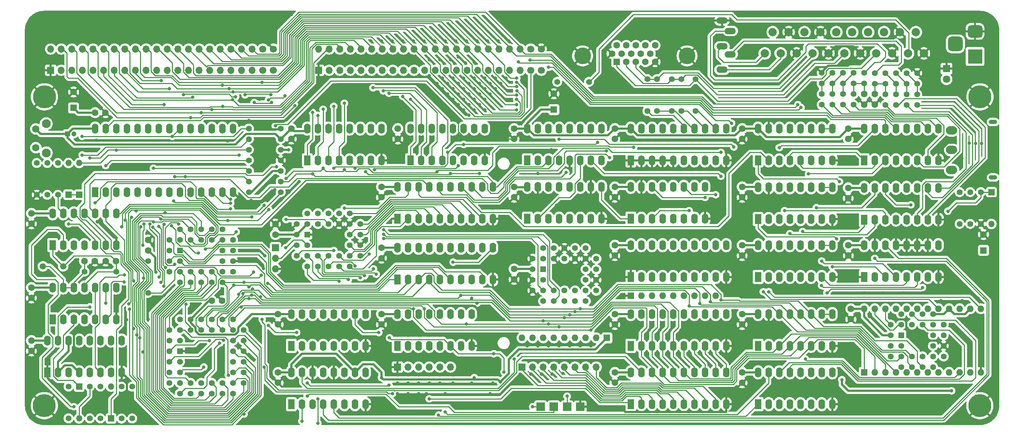
<source format=gbr>
%TF.GenerationSoftware,KiCad,Pcbnew,8.0.6*%
%TF.CreationDate,2025-01-18T12:45:15+00:00*%
%TF.ProjectId,v2b,7632622e-6b69-4636-9164-5f7063625858,rev?*%
%TF.SameCoordinates,Original*%
%TF.FileFunction,Copper,L1,Top*%
%TF.FilePolarity,Positive*%
%FSLAX46Y46*%
G04 Gerber Fmt 4.6, Leading zero omitted, Abs format (unit mm)*
G04 Created by KiCad (PCBNEW 8.0.6) date 2025-01-18 12:45:15*
%MOMM*%
%LPD*%
G01*
G04 APERTURE LIST*
G04 Aperture macros list*
%AMRoundRect*
0 Rectangle with rounded corners*
0 $1 Rounding radius*
0 $2 $3 $4 $5 $6 $7 $8 $9 X,Y pos of 4 corners*
0 Add a 4 corners polygon primitive as box body*
4,1,4,$2,$3,$4,$5,$6,$7,$8,$9,$2,$3,0*
0 Add four circle primitives for the rounded corners*
1,1,$1+$1,$2,$3*
1,1,$1+$1,$4,$5*
1,1,$1+$1,$6,$7*
1,1,$1+$1,$8,$9*
0 Add four rect primitives between the rounded corners*
20,1,$1+$1,$2,$3,$4,$5,0*
20,1,$1+$1,$4,$5,$6,$7,0*
20,1,$1+$1,$6,$7,$8,$9,0*
20,1,$1+$1,$8,$9,$2,$3,0*%
G04 Aperture macros list end*
%TA.AperFunction,ComponentPad*%
%ADD10C,1.600000*%
%TD*%
%TA.AperFunction,ComponentPad*%
%ADD11R,1.600000X1.600000*%
%TD*%
%TA.AperFunction,ComponentPad*%
%ADD12O,1.600000X1.600000*%
%TD*%
%TA.AperFunction,ComponentPad*%
%ADD13R,1.422400X1.422400*%
%TD*%
%TA.AperFunction,ComponentPad*%
%ADD14C,1.422400*%
%TD*%
%TA.AperFunction,ComponentPad*%
%ADD15R,1.600000X2.400000*%
%TD*%
%TA.AperFunction,ComponentPad*%
%ADD16O,1.600000X2.400000*%
%TD*%
%TA.AperFunction,ComponentPad*%
%ADD17R,3.500000X3.500000*%
%TD*%
%TA.AperFunction,ComponentPad*%
%ADD18RoundRect,0.750000X-1.000000X0.750000X-1.000000X-0.750000X1.000000X-0.750000X1.000000X0.750000X0*%
%TD*%
%TA.AperFunction,ComponentPad*%
%ADD19RoundRect,0.875000X-0.875000X0.875000X-0.875000X-0.875000X0.875000X-0.875000X0.875000X0.875000X0*%
%TD*%
%TA.AperFunction,ComponentPad*%
%ADD20C,4.000000*%
%TD*%
%TA.AperFunction,ComponentPad*%
%ADD21C,1.400000*%
%TD*%
%TA.AperFunction,ComponentPad*%
%ADD22R,1.200000X1.200000*%
%TD*%
%TA.AperFunction,ComponentPad*%
%ADD23C,1.200000*%
%TD*%
%TA.AperFunction,ComponentPad*%
%ADD24R,1.500000X1.500000*%
%TD*%
%TA.AperFunction,ComponentPad*%
%ADD25O,1.500000X1.500000*%
%TD*%
%TA.AperFunction,ComponentPad*%
%ADD26C,5.500000*%
%TD*%
%TA.AperFunction,ComponentPad*%
%ADD27C,2.100000*%
%TD*%
%TA.AperFunction,ComponentPad*%
%ADD28C,1.750000*%
%TD*%
%TA.AperFunction,ComponentPad*%
%ADD29R,1.700000X1.700000*%
%TD*%
%TA.AperFunction,ComponentPad*%
%ADD30O,1.700000X1.700000*%
%TD*%
%TA.AperFunction,ComponentPad*%
%ADD31O,2.000000X1.000000*%
%TD*%
%TA.AperFunction,ComponentPad*%
%ADD32O,2.700000X2.000000*%
%TD*%
%TA.AperFunction,SMDPad,CuDef*%
%ADD33R,2.000000X2.000000*%
%TD*%
%TA.AperFunction,ComponentPad*%
%ADD34C,1.998980*%
%TD*%
%TA.AperFunction,ComponentPad*%
%ADD35R,1.800000X1.800000*%
%TD*%
%TA.AperFunction,ComponentPad*%
%ADD36C,1.800000*%
%TD*%
%TA.AperFunction,ComponentPad*%
%ADD37C,1.700000*%
%TD*%
%TA.AperFunction,ComponentPad*%
%ADD38O,2.700000X1.500000*%
%TD*%
%TA.AperFunction,ComponentPad*%
%ADD39C,1.500000*%
%TD*%
%TA.AperFunction,ViaPad*%
%ADD40C,0.800000*%
%TD*%
%TA.AperFunction,Conductor*%
%ADD41C,0.250000*%
%TD*%
%TA.AperFunction,Conductor*%
%ADD42C,0.500000*%
%TD*%
G04 APERTURE END LIST*
D10*
%TO.P,Cd11,1*%
%TO.N,+5V*%
X100965000Y-127020000D03*
%TO.P,Cd11,2*%
%TO.N,GND*%
X100965000Y-129520000D03*
%TD*%
D11*
%TO.P,U20,1,D7*%
%TO.N,D7*%
X241300000Y-127010000D03*
D12*
%TO.P,U20,2,D6*%
%TO.N,D6*%
X243840000Y-127010000D03*
%TO.P,U20,3,D5*%
%TO.N,D5*%
X246380000Y-127010000D03*
%TO.P,U20,4,D4*%
%TO.N,D4*%
X248920000Y-127010000D03*
%TO.P,U20,5,D3*%
%TO.N,D3*%
X251460000Y-127010000D03*
%TO.P,U20,6,D2*%
%TO.N,D2*%
X254000000Y-127010000D03*
%TO.P,U20,7,D1*%
%TO.N,D1*%
X256540000Y-127010000D03*
%TO.P,U20,8,D0*%
%TO.N,D0*%
X259080000Y-127010000D03*
%TO.P,U20,9,CLK0*%
%TO.N,CLK2*%
X261620000Y-127010000D03*
%TO.P,U20,10,OUT0*%
%TO.N,/Audio/Osc 1*%
X264160000Y-127010000D03*
%TO.P,U20,11,G0*%
%TO.N,+5V*%
X266700000Y-127010000D03*
%TO.P,U20,12,GND*%
%TO.N,GND*%
X269240000Y-127010000D03*
%TO.P,U20,13,OUT1*%
%TO.N,/Audio/Osc 2*%
X269240000Y-111770000D03*
%TO.P,U20,14,G1*%
%TO.N,+5V*%
X266700000Y-111770000D03*
%TO.P,U20,15,CLK1*%
%TO.N,CLK2*%
X264160000Y-111770000D03*
%TO.P,U20,16,G2*%
%TO.N,+5V*%
X261620000Y-111770000D03*
%TO.P,U20,17,OUT2*%
%TO.N,/Audio/Osc 3*%
X259080000Y-111770000D03*
%TO.P,U20,18,CLK2*%
%TO.N,CLK2*%
X256540000Y-111770000D03*
%TO.P,U20,19,A0*%
%TO.N,A0*%
X254000000Y-111770000D03*
%TO.P,U20,20,A1*%
%TO.N,A1*%
X251460000Y-111770000D03*
%TO.P,U20,21,~{CS}*%
%TO.N,/Audio/82c54*%
X248920000Y-111770000D03*
%TO.P,U20,22,~{RD}*%
%TO.N,~{R}{slash}W*%
X246380000Y-111770000D03*
%TO.P,U20,23,~{WR}*%
%TO.N,~{WR}*%
X243840000Y-111770000D03*
%TO.P,U20,24,VCC*%
%TO.N,+5V*%
X241300000Y-111770000D03*
%TD*%
D13*
%TO.P,U5,1,A18*%
%TO.N,GND*%
X107950000Y-93980000D03*
D14*
%TO.P,U5,2,A16*%
%TO.N,~{PAL}{slash}NTSC*%
X105410000Y-96520000D03*
%TO.P,U5,3,A15*%
%TO.N,Net-(U4-Q11)*%
X107950000Y-96520000D03*
%TO.P,U5,4,A12*%
%TO.N,Net-(U4-Q8)*%
X105410000Y-99060000D03*
%TO.P,U5,5,A7*%
%TO.N,Net-(U4-Q3)*%
X107950000Y-101600000D03*
%TO.P,U5,6,A6*%
%TO.N,Net-(U4-Q2)*%
X107950000Y-99060000D03*
%TO.P,U5,7,A5*%
%TO.N,Net-(U4-Q1)*%
X110490000Y-101600000D03*
%TO.P,U5,8,A4*%
%TO.N,Net-(U4-Q0)*%
X110490000Y-99060000D03*
%TO.P,U5,9,A3*%
%TO.N,Net-(U3-Q7)*%
X113030000Y-101600000D03*
%TO.P,U5,10,A2*%
%TO.N,Net-(U3-Q6)*%
X113030000Y-99060000D03*
%TO.P,U5,11,A1*%
%TO.N,AudioMux1*%
X115570000Y-101600000D03*
%TO.P,U5,12,A0*%
%TO.N,AudioMux0*%
X115570000Y-99060000D03*
%TO.P,U5,13,D0*%
%TO.N,Net-(U5-D0)*%
X118110000Y-101600000D03*
%TO.P,U5,14,D1*%
%TO.N,Net-(U5-D1)*%
X120650000Y-99060000D03*
%TO.P,U5,15,D2*%
%TO.N,Net-(U5-D2)*%
X118110000Y-99060000D03*
%TO.P,U5,16,VSS*%
%TO.N,GND*%
X120650000Y-96520000D03*
%TO.P,U5,17,D3*%
%TO.N,Net-(U5-D3)*%
X118110000Y-96520000D03*
%TO.P,U5,18,D4*%
%TO.N,Net-(U5-D4)*%
X120650000Y-93980000D03*
%TO.P,U5,19,D5*%
%TO.N,Net-(U5-D5)*%
X118110000Y-93980000D03*
%TO.P,U5,20,D6*%
%TO.N,Net-(U5-D6)*%
X120650000Y-91440000D03*
%TO.P,U5,21,D7*%
%TO.N,Net-(U5-D7)*%
X118110000Y-88900000D03*
%TO.P,U5,22,~{CE}*%
%TO.N,GND*%
X118110000Y-91440000D03*
%TO.P,U5,23,A10*%
%TO.N,Net-(U4-Q6)*%
X115570000Y-88900000D03*
%TO.P,U5,24,~{OE}*%
%TO.N,GND*%
X115570000Y-91440000D03*
%TO.P,U5,25,A11*%
%TO.N,Net-(U4-Q7)*%
X113030000Y-88900000D03*
%TO.P,U5,26,A9*%
%TO.N,Net-(U4-Q5)*%
X113030000Y-91440000D03*
%TO.P,U5,27,A8*%
%TO.N,Net-(U4-Q4)*%
X110490000Y-88900000D03*
%TO.P,U5,28,A13*%
%TO.N,Net-(U4-Q9)*%
X110490000Y-91440000D03*
%TO.P,U5,29,A14*%
%TO.N,Net-(U4-Q10)*%
X107950000Y-88900000D03*
%TO.P,U5,30,A17*%
%TO.N,GND*%
X105410000Y-91440000D03*
%TO.P,U5,31,~{WE}*%
%TO.N,+5V*%
X107950000Y-91440000D03*
%TO.P,U5,32,VDD*%
X105410000Y-93980000D03*
%TD*%
D10*
%TO.P,Cd4,1*%
%TO.N,+5V*%
X125730000Y-97155000D03*
%TO.P,Cd4,2*%
%TO.N,GND*%
X125730000Y-99655000D03*
%TD*%
%TO.P,C5,1*%
%TO.N,GND*%
X243840000Y-62825000D03*
%TO.P,C5,2*%
%TO.N,Net-(C5-Pad2)*%
X243840000Y-60325000D03*
%TD*%
%TO.P,Cd28,1*%
%TO.N,+5V*%
X212090000Y-82550000D03*
%TO.P,Cd28,2*%
%TO.N,GND*%
X212090000Y-85050000D03*
%TD*%
D15*
%TO.P,U19,1,D2*%
%TO.N,D5*%
X241300000Y-76200000D03*
D16*
%TO.P,U19,2,D3*%
%TO.N,D6*%
X243840000Y-76200000D03*
%TO.P,U19,3,D4*%
%TO.N,D7*%
X246380000Y-76200000D03*
%TO.P,U19,4,Rb*%
%TO.N,AudioMux1*%
X248920000Y-76200000D03*
%TO.P,U19,5,Ra*%
%TO.N,AudioMux0*%
X251460000Y-76200000D03*
%TO.P,U19,6,Q4*%
%TO.N,/Audio/L3*%
X254000000Y-76200000D03*
%TO.P,U19,7,Q3*%
%TO.N,/Audio/L2*%
X256540000Y-76200000D03*
%TO.P,U19,8,GND*%
%TO.N,GND*%
X259080000Y-76200000D03*
%TO.P,U19,9,Q2*%
%TO.N,/Audio/L1*%
X259080000Y-68580000D03*
%TO.P,U19,10,Q1*%
%TO.N,/Audio/L0*%
X256540000Y-68580000D03*
%TO.P,U19,11,~{Er}*%
%TO.N,/Audio/Sout*%
X254000000Y-68580000D03*
%TO.P,U19,12,~{Ew}*%
%TO.N,/Audio/volume*%
X251460000Y-68580000D03*
%TO.P,U19,13,Wb*%
%TO.N,A1*%
X248920000Y-68580000D03*
%TO.P,U19,14,Wa*%
%TO.N,A0*%
X246380000Y-68580000D03*
%TO.P,U19,15,D1*%
%TO.N,D4*%
X243840000Y-68580000D03*
%TO.P,U19,16,VCC*%
%TO.N,+5V*%
X241300000Y-68580000D03*
%TD*%
D17*
%TO.P,J3,1*%
%TO.N,VBUS*%
X267857500Y-51300000D03*
D18*
%TO.P,J3,2*%
%TO.N,GND*%
X267857500Y-45300000D03*
D19*
%TO.P,J3,MP,MountPin*%
%TO.N,unconnected-(J3-MountPin-PadMP)*%
X263157500Y-48300000D03*
%TD*%
D20*
%TO.P,J7,0*%
%TO.N,GND*%
X198890000Y-51181000D03*
X173890000Y-51181000D03*
D11*
%TO.P,J7,1*%
%TO.N,VRed*%
X182075000Y-52601000D03*
D10*
%TO.P,J7,2*%
%TO.N,VGreen*%
X184365000Y-52601000D03*
%TO.P,J7,3*%
%TO.N,VBlue*%
X186655000Y-52601000D03*
%TO.P,J7,4*%
%TO.N,unconnected-(J7-Pad4)*%
X188945000Y-52601000D03*
%TO.P,J7,5*%
%TO.N,GND*%
X191235000Y-52601000D03*
%TO.P,J7,6*%
X180930000Y-50621000D03*
%TO.P,J7,7*%
X183220000Y-50621000D03*
%TO.P,J7,8*%
X185510000Y-50621000D03*
%TO.P,J7,9*%
X187800000Y-50621000D03*
%TO.P,J7,10*%
X190090000Y-50621000D03*
%TO.P,J7,11*%
%TO.N,unconnected-(J7-Pad11)*%
X182075000Y-48641000D03*
%TO.P,J7,12*%
%TO.N,unconnected-(J7-Pad12)*%
X184365000Y-48641000D03*
%TO.P,J7,13*%
%TO.N,~{HSync}*%
X186655000Y-48641000D03*
%TO.P,J7,14*%
%TO.N,~{VSync}*%
X188945000Y-48641000D03*
%TO.P,J7,15*%
%TO.N,unconnected-(J7-Pad15)*%
X191235000Y-48641000D03*
%TD*%
D21*
%TO.P,R25,1*%
%TO.N,Net-(R20-Pad1)*%
X236220000Y-55245000D03*
%TO.P,R25,2*%
%TO.N,Net-(R21-Pad1)*%
X236220000Y-57785000D03*
%TD*%
%TO.P,R10,1*%
%TO.N,A12*%
X93980000Y-76200000D03*
%TO.P,R10,2*%
%TO.N,GND*%
X101600000Y-76200000D03*
%TD*%
D15*
%TO.P,U18,1,D2*%
%TO.N,D1*%
X241300000Y-90407000D03*
D16*
%TO.P,U18,2,D3*%
%TO.N,D2*%
X243840000Y-90407000D03*
%TO.P,U18,3,D4*%
%TO.N,D3*%
X246380000Y-90407000D03*
%TO.P,U18,4,Rb*%
%TO.N,AudioMux1*%
X248920000Y-90407000D03*
%TO.P,U18,5,Ra*%
%TO.N,AudioMux0*%
X251460000Y-90407000D03*
%TO.P,U18,6,Q4*%
%TO.N,/Audio/R3*%
X254000000Y-90407000D03*
%TO.P,U18,7,Q3*%
%TO.N,/Audio/R2*%
X256540000Y-90407000D03*
%TO.P,U18,8,GND*%
%TO.N,GND*%
X259080000Y-90407000D03*
%TO.P,U18,9,Q2*%
%TO.N,/Audio/R1*%
X259080000Y-82787000D03*
%TO.P,U18,10,Q1*%
%TO.N,/Audio/R0*%
X256540000Y-82787000D03*
%TO.P,U18,11,~{Er}*%
%TO.N,/Audio/Sout*%
X254000000Y-82787000D03*
%TO.P,U18,12,~{Ew}*%
%TO.N,/Audio/volume*%
X251460000Y-82787000D03*
%TO.P,U18,13,Wb*%
%TO.N,A1*%
X248920000Y-82787000D03*
%TO.P,U18,14,Wa*%
%TO.N,A0*%
X246380000Y-82787000D03*
%TO.P,U18,15,D1*%
%TO.N,D0*%
X243840000Y-82787000D03*
%TO.P,U18,16,VCC*%
%TO.N,+5V*%
X241300000Y-82787000D03*
%TD*%
D10*
%TO.P,Cd32,1*%
%TO.N,+5V*%
X212090000Y-127000000D03*
%TO.P,Cd32,2*%
%TO.N,GND*%
X212090000Y-129500000D03*
%TD*%
D21*
%TO.P,R7,1*%
%TO.N,Net-(C2-Pad1)*%
X54610000Y-102870000D03*
%TO.P,R7,2*%
%TO.N,Net-(C3-Pad1)*%
X62230000Y-102870000D03*
%TD*%
D22*
%TO.P,C1,1*%
%TO.N,+5V*%
X50570000Y-69850000D03*
D23*
%TO.P,C1,2*%
%TO.N,Net-(C1-Pad2)*%
X52070000Y-69850000D03*
%TD*%
D21*
%TO.P,R11,1*%
%TO.N,A13*%
X93980000Y-73660000D03*
%TO.P,R11,2*%
%TO.N,+5V*%
X101600000Y-73660000D03*
%TD*%
%TO.P,R16,1*%
%TO.N,/Video/bit 1*%
X195240000Y-64372000D03*
%TO.P,R16,2*%
%TO.N,VGreen*%
X195240000Y-56752000D03*
%TD*%
%TO.P,R24,1*%
%TO.N,Net-(R19-Pad1)*%
X233680000Y-55245000D03*
%TO.P,R24,2*%
%TO.N,Net-(R20-Pad1)*%
X233680000Y-57785000D03*
%TD*%
D11*
%TO.P,RN2,1,common*%
%TO.N,+5V*%
X179705000Y-118745000D03*
D12*
%TO.P,RN2,2,R1*%
%TO.N,/IO/KeyOUT 0*%
X177165000Y-118745000D03*
%TO.P,RN2,3,R2*%
%TO.N,/IO/KeyOUT 1*%
X174625000Y-118745000D03*
%TO.P,RN2,4,R3*%
%TO.N,/IO/KeyOUT 2*%
X172085000Y-118745000D03*
%TO.P,RN2,5,R4*%
%TO.N,/IO/KeyOUT 3*%
X169545000Y-118745000D03*
%TO.P,RN2,6,R5*%
%TO.N,/IO/KeyOUT 4*%
X167005000Y-118745000D03*
%TO.P,RN2,7,R6*%
%TO.N,/IO/KeyOUT 5*%
X164465000Y-118745000D03*
%TO.P,RN2,8,R7*%
%TO.N,/IO/KeyOUT 6*%
X161925000Y-118745000D03*
%TO.P,RN2,9,R8*%
%TO.N,/IO/KeyOUT 7*%
X159385000Y-118745000D03*
%TD*%
D21*
%TO.P,R9,1*%
%TO.N,A11*%
X93980000Y-78740000D03*
%TO.P,R9,2*%
%TO.N,+5V*%
X101600000Y-78740000D03*
%TD*%
D24*
%TO.P,D4,1,K*%
%TO.N,Net-(D4-K)*%
X53340000Y-84455000D03*
D25*
%TO.P,D4,2,A*%
%TO.N,ROM DISABLE*%
X53340000Y-76835000D03*
%TD*%
D26*
%TO.P,H2,1,1*%
%TO.N,GND*%
X45000000Y-135000000D03*
%TD*%
D15*
%TO.P,U3,1,Q1*%
%TO.N,CLK2*%
X104140000Y-134640000D03*
D16*
%TO.P,U3,2,Q2*%
%TO.N,CLK4*%
X106680000Y-134640000D03*
%TO.P,U3,3,Q3*%
%TO.N,CLK8*%
X109220000Y-134640000D03*
%TO.P,U3,4,Q4*%
%TO.N,AudioMux0*%
X111760000Y-134640000D03*
%TO.P,U3,5,Q5*%
%TO.N,AudioMux1*%
X114300000Y-134640000D03*
%TO.P,U3,6,Q6*%
%TO.N,Net-(U3-Q6)*%
X116840000Y-134640000D03*
%TO.P,U3,7,Q7*%
%TO.N,Net-(U3-Q7)*%
X119380000Y-134640000D03*
%TO.P,U3,8,GND*%
%TO.N,GND*%
X121920000Y-134640000D03*
%TO.P,U3,9,~{RCO}*%
%TO.N,unconnected-(U3-~{RCO}-Pad9)*%
X121920000Y-127020000D03*
%TO.P,U3,10,~{MRC}*%
%TO.N,+5V*%
X119380000Y-127020000D03*
%TO.P,U3,11,CPC*%
%TO.N,CLK0*%
X116840000Y-127020000D03*
%TO.P,U3,12,~{CE}*%
%TO.N,GND*%
X114300000Y-127020000D03*
%TO.P,U3,13,CPR*%
%TO.N,CLK0*%
X111760000Y-127020000D03*
%TO.P,U3,14,~{OE}*%
%TO.N,GND*%
X109220000Y-127020000D03*
%TO.P,U3,15,Q0*%
%TO.N,CLK1*%
X106680000Y-127020000D03*
%TO.P,U3,16,VCC*%
%TO.N,+5V*%
X104140000Y-127020000D03*
%TD*%
D15*
%TO.P,U16,1,E*%
%TO.N,~{OscWr}*%
X215900000Y-134620000D03*
D16*
%TO.P,U16,2,A0*%
%TO.N,A3*%
X218440000Y-134620000D03*
%TO.P,U16,3,A1*%
%TO.N,CLK2*%
X220980000Y-134620000D03*
%TO.P,U16,4,O0*%
%TO.N,unconnected-(U16A-O0-Pad4)*%
X223520000Y-134620000D03*
%TO.P,U16,5,O1*%
%TO.N,unconnected-(U16A-O1-Pad5)*%
X226060000Y-134620000D03*
%TO.P,U16,6,O2*%
%TO.N,/Audio/82c54*%
X228600000Y-134620000D03*
%TO.P,U16,7,O3*%
%TO.N,/Audio/volume*%
X231140000Y-134620000D03*
%TO.P,U16,8,GND*%
%TO.N,GND*%
X233680000Y-134620000D03*
%TO.P,U16,9,O3*%
%TO.N,/Audio/wave 4*%
X233680000Y-127000000D03*
%TO.P,U16,10,O2*%
%TO.N,/Audio/wave 3*%
X231140000Y-127000000D03*
%TO.P,U16,11,O1*%
%TO.N,/Audio/wave 2*%
X228600000Y-127000000D03*
%TO.P,U16,12,O0*%
%TO.N,/Audio/wave 1*%
X226060000Y-127000000D03*
%TO.P,U16,13,A1*%
%TO.N,A1*%
X223520000Y-127000000D03*
%TO.P,U16,14,A0*%
%TO.N,A0*%
X220980000Y-127000000D03*
%TO.P,U16,15,E*%
%TO.N,~{VolWr}*%
X218440000Y-127000000D03*
%TO.P,U16,16,VCC*%
%TO.N,+5V*%
X215900000Y-127000000D03*
%TD*%
D21*
%TO.P,R39,1*%
%TO.N,~{Sync}*%
X167808000Y-57387000D03*
%TO.P,R39,2*%
%TO.N,Net-(J4-P19)*%
X175428000Y-57387000D03*
%TD*%
%TO.P,R34,1*%
%TO.N,Net-(R29-Pad1)*%
X248920000Y-55295000D03*
%TO.P,R34,2*%
%TO.N,Net-(R30-Pad1)*%
X248920000Y-57835000D03*
%TD*%
D10*
%TO.P,C3,1*%
%TO.N,Net-(C3-Pad1)*%
X62190000Y-100330000D03*
%TO.P,C3,2*%
%TO.N,GND*%
X59690000Y-100330000D03*
%TD*%
D15*
%TO.P,U7,1,A0*%
%TO.N,CLK2*%
X160655000Y-76200000D03*
D16*
%TO.P,U7,2,A1*%
%TO.N,CLK4*%
X163195000Y-76200000D03*
%TO.P,U7,3,A2*%
%TO.N,CLK8*%
X165735000Y-76200000D03*
%TO.P,U7,4,~{E0}*%
%TO.N,GND*%
X168275000Y-76200000D03*
%TO.P,U7,5,~{E1}*%
X170815000Y-76200000D03*
%TO.P,U7,6,E2*%
%TO.N,CLK1*%
X173355000Y-76200000D03*
%TO.P,U7,7,~{Y7}*%
%TO.N,~{PalGet}*%
X175895000Y-76200000D03*
%TO.P,U7,8,GND*%
%TO.N,GND*%
X178435000Y-76200000D03*
%TO.P,U7,9,~{Y6}*%
%TO.N,~{RegTick}*%
X178435000Y-68580000D03*
%TO.P,U7,10,~{Y5}*%
%TO.N,/Video/~{Y5}*%
X175895000Y-68580000D03*
%TO.P,U7,11,~{Y4}*%
%TO.N,/Video/~{Y4}*%
X173355000Y-68580000D03*
%TO.P,U7,12,~{Y3}*%
%TO.N,~{ChrGet}*%
X170815000Y-68580000D03*
%TO.P,U7,13,~{Y2}*%
%TO.N,~{PalPush}*%
X168275000Y-68580000D03*
%TO.P,U7,14,~{Y1}*%
%TO.N,/Video/~{Y1}*%
X165735000Y-68580000D03*
%TO.P,U7,15,~{Y0}*%
%TO.N,/Video/~{Y0}*%
X163195000Y-68580000D03*
%TO.P,U7,16,VCC*%
%TO.N,+5V*%
X160655000Y-68580000D03*
%TD*%
D21*
%TO.P,R2,1*%
%TO.N,R{slash}~{W}*%
X101600000Y-83820000D03*
%TO.P,R2,2*%
%TO.N,+5V*%
X93980000Y-83820000D03*
%TD*%
D27*
%TO.P,SW1,*%
%TO.N,*%
X45466000Y-74422000D03*
X45466000Y-67412000D03*
D28*
%TO.P,SW1,1,1*%
%TO.N,Net-(R4-Pad1)*%
X42976000Y-73172000D03*
%TO.P,SW1,2,2*%
%TO.N,+5V*%
X42976000Y-68672000D03*
%TD*%
D15*
%TO.P,U2,1*%
%TO.N,Net-(C3-Pad1)*%
X46990000Y-96520000D03*
D16*
%TO.P,U2,2*%
%TO.N,CLK0*%
X49530000Y-96520000D03*
%TO.P,U2,3*%
%TO.N,~{RAMRD}*%
X52070000Y-96520000D03*
%TO.P,U2,4*%
%TO.N,Net-(U31-G2)*%
X54610000Y-96520000D03*
%TO.P,U2,5*%
%TO.N,B7*%
X57150000Y-96520000D03*
%TO.P,U2,6*%
%TO.N,~{B7}*%
X59690000Y-96520000D03*
%TO.P,U2,7,GND*%
%TO.N,GND*%
X62230000Y-96520000D03*
%TO.P,U2,8*%
%TO.N,~{R}{slash}W*%
X62230000Y-88900000D03*
%TO.P,U2,9*%
%TO.N,R{slash}~{W}*%
X59690000Y-88900000D03*
%TO.P,U2,10*%
%TO.N,~{CLK1}*%
X57150000Y-88900000D03*
%TO.P,U2,11*%
%TO.N,CLK1*%
X54610000Y-88900000D03*
%TO.P,U2,12*%
%TO.N,Net-(D2-K)*%
X52070000Y-88900000D03*
%TO.P,U2,13*%
%TO.N,Net-(R6-Pad2)*%
X49530000Y-88900000D03*
%TO.P,U2,14,VCC*%
%TO.N,+5V*%
X46990000Y-88900000D03*
%TD*%
D21*
%TO.P,R22,1*%
%TO.N,Net-(C4-Pad2)*%
X238760000Y-60325000D03*
%TO.P,R22,2*%
%TO.N,/Audio/L3*%
X238760000Y-62865000D03*
%TD*%
%TO.P,R5,1*%
%TO.N,Net-(R4-Pad1)*%
X45720000Y-76835000D03*
%TO.P,R5,2*%
%TO.N,Net-(C1-Pad2)*%
X45720000Y-84455000D03*
%TD*%
D29*
%TO.P,J2,1,Pin_1*%
%TO.N,/IO/KeyOUT 7*%
X159385000Y-125730000D03*
D30*
%TO.P,J2,2,Pin_2*%
%TO.N,/IO/KeyOUT 6*%
X161925000Y-125730000D03*
%TO.P,J2,3,Pin_3*%
%TO.N,/IO/KeyOUT 5*%
X164465000Y-125730000D03*
%TO.P,J2,4,Pin_4*%
%TO.N,/IO/KeyOUT 4*%
X167005000Y-125730000D03*
%TO.P,J2,5,Pin_5*%
%TO.N,/IO/KeyOUT 3*%
X169545000Y-125730000D03*
%TO.P,J2,6,Pin_6*%
%TO.N,/IO/KeyOUT 2*%
X172085000Y-125730000D03*
%TO.P,J2,7,Pin_7*%
%TO.N,/IO/KeyOUT 1*%
X174625000Y-125730000D03*
%TO.P,J2,8,Pin_8*%
%TO.N,/IO/KeyOUT 0*%
X177165000Y-125730000D03*
%TD*%
D21*
%TO.P,R15,1*%
%TO.N,/Video/bit 1*%
X191684000Y-64372000D03*
%TO.P,R15,2*%
%TO.N,VBlue*%
X191684000Y-56752000D03*
%TD*%
%TO.P,R6,1*%
%TO.N,Net-(C1-Pad2)*%
X48260000Y-76835000D03*
%TO.P,R6,2*%
%TO.N,Net-(R6-Pad2)*%
X48260000Y-84455000D03*
%TD*%
%TO.P,R32,1*%
%TO.N,GND*%
X254000000Y-55295000D03*
%TO.P,R32,2*%
%TO.N,Net-(R28-Pad1)*%
X254000000Y-57835000D03*
%TD*%
D31*
%TO.P,SW2,*%
%TO.N,*%
X272155000Y-80310000D03*
X272155000Y-67010000D03*
D32*
%TO.P,SW2,1,A*%
%TO.N,+5V*%
X262255000Y-78510000D03*
%TO.P,SW2,2,B*%
%TO.N,VBUS*%
X262255000Y-73710000D03*
%TO.P,SW2,3,C*%
%TO.N,unconnected-(SW2-C-Pad3)*%
X262255000Y-69010000D03*
%TD*%
D21*
%TO.P,R38,1*%
%TO.N,+5V*%
X266700000Y-91440000D03*
%TO.P,R38,2*%
%TO.N,Net-(D6-A)*%
X266700000Y-83820000D03*
%TD*%
D10*
%TO.P,Cd27,1*%
%TO.N,+5V*%
X41910000Y-88900000D03*
%TO.P,Cd27,2*%
%TO.N,GND*%
X41910000Y-91400000D03*
%TD*%
D21*
%TO.P,R21,1*%
%TO.N,Net-(R21-Pad1)*%
X236220000Y-60325000D03*
%TO.P,R21,2*%
%TO.N,/Audio/L2*%
X236220000Y-62865000D03*
%TD*%
D10*
%TO.P,Cd1,1*%
%TO.N,+5V*%
X181610000Y-113030000D03*
%TO.P,Cd1,2*%
%TO.N,GND*%
X181610000Y-115530000D03*
%TD*%
D21*
%TO.P,R3,1*%
%TO.N,~{NMI}*%
X58420000Y-130412000D03*
%TO.P,R3,2*%
%TO.N,+5V*%
X58420000Y-138032000D03*
%TD*%
D15*
%TO.P,U15,1,OE*%
%TO.N,GND*%
X185420000Y-76200000D03*
D16*
%TO.P,U15,2,D0*%
X187960000Y-76200000D03*
%TO.P,U15,3,D1*%
X190500000Y-76200000D03*
%TO.P,U15,4,D2*%
X193040000Y-76200000D03*
%TO.P,U15,5,D3*%
X195580000Y-76200000D03*
%TO.P,U15,6,D4*%
%TO.N,Net-(U14-Za)*%
X198120000Y-76200000D03*
%TO.P,U15,7,D5*%
%TO.N,Net-(U14-Zb)*%
X200660000Y-76200000D03*
%TO.P,U15,8,D6*%
%TO.N,Net-(U14-Zc)*%
X203200000Y-76200000D03*
%TO.P,U15,9,D7*%
%TO.N,Net-(U14-Zd)*%
X205740000Y-76200000D03*
%TO.P,U15,10,GND*%
%TO.N,GND*%
X208280000Y-76200000D03*
%TO.P,U15,11,Cp*%
%TO.N,~{CLK1}*%
X208280000Y-68580000D03*
%TO.P,U15,12,Q7*%
%TO.N,/Video/bit 3*%
X205740000Y-68580000D03*
%TO.P,U15,13,Q6*%
%TO.N,/Video/bit 2*%
X203200000Y-68580000D03*
%TO.P,U15,14,Q5*%
%TO.N,/Video/bit 1*%
X200660000Y-68580000D03*
%TO.P,U15,15,Q4*%
%TO.N,/Video/bit 0*%
X198120000Y-68580000D03*
%TO.P,U15,16,Q3*%
%TO.N,unconnected-(U15-Q3-Pad16)*%
X195580000Y-68580000D03*
%TO.P,U15,17,Q2*%
%TO.N,unconnected-(U15-Q2-Pad17)*%
X193040000Y-68580000D03*
%TO.P,U15,18,Q1*%
%TO.N,unconnected-(U15-Q1-Pad18)*%
X190500000Y-68580000D03*
%TO.P,U15,19,Q0*%
%TO.N,unconnected-(U15-Q0-Pad19)*%
X187960000Y-68580000D03*
%TO.P,U15,20,VCC*%
%TO.N,+5V*%
X185420000Y-68580000D03*
%TD*%
D10*
%TO.P,Cd15,1*%
%TO.N,+5V*%
X41910000Y-119380000D03*
%TO.P,Cd15,2*%
%TO.N,GND*%
X41910000Y-121880000D03*
%TD*%
%TO.P,Cd30,1*%
%TO.N,+5V*%
X212090000Y-68580000D03*
%TO.P,Cd30,2*%
%TO.N,GND*%
X212090000Y-71080000D03*
%TD*%
D15*
%TO.P,U17,1,Ea*%
%TO.N,GND*%
X241300000Y-104140000D03*
D16*
%TO.P,U17,2,S1*%
%TO.N,AudioMux1*%
X243840000Y-104140000D03*
%TO.P,U17,3,I3a*%
%TO.N,/Audio/Ch4*%
X246380000Y-104140000D03*
%TO.P,U17,4,I2a*%
%TO.N,/Audio/Ch3*%
X248920000Y-104140000D03*
%TO.P,U17,5,I1a*%
%TO.N,/Audio/Ch2*%
X251460000Y-104140000D03*
%TO.P,U17,6,I0a*%
%TO.N,/Audio/Ch1*%
X254000000Y-104140000D03*
%TO.P,U17,7,Za*%
%TO.N,/Audio/Sout*%
X256540000Y-104140000D03*
%TO.P,U17,8,GND*%
%TO.N,GND*%
X259080000Y-104140000D03*
%TO.P,U17,9,Zb*%
%TO.N,unconnected-(U17-Zb-Pad9)*%
X259080000Y-96520000D03*
%TO.P,U17,10,I0b*%
%TO.N,GND*%
X256540000Y-96520000D03*
%TO.P,U17,11,I1b*%
X254000000Y-96520000D03*
%TO.P,U17,12,I2b*%
X251460000Y-96520000D03*
%TO.P,U17,13,I3b*%
X248920000Y-96520000D03*
%TO.P,U17,14,S0*%
%TO.N,AudioMux0*%
X246380000Y-96520000D03*
%TO.P,U17,15,Eb*%
%TO.N,GND*%
X243840000Y-96520000D03*
%TO.P,U17,16,VCC*%
%TO.N,+5V*%
X241300000Y-96520000D03*
%TD*%
D10*
%TO.P,C2,1*%
%TO.N,Net-(C2-Pad1)*%
X54610000Y-100330000D03*
%TO.P,C2,2*%
%TO.N,GND*%
X57110000Y-100330000D03*
%TD*%
%TO.P,Cd9,1*%
%TO.N,+5V*%
X212090000Y-96520000D03*
%TO.P,Cd9,2*%
%TO.N,GND*%
X212090000Y-99020000D03*
%TD*%
%TO.P,Cd29,1*%
%TO.N,+5V*%
X157480000Y-68580000D03*
%TO.P,Cd29,2*%
%TO.N,GND*%
X157480000Y-71080000D03*
%TD*%
D21*
%TO.P,R1,1*%
%TO.N,RDY*%
X55880000Y-130412000D03*
%TO.P,R1,2*%
%TO.N,+5V*%
X55880000Y-138032000D03*
%TD*%
%TO.P,R28,1*%
%TO.N,Net-(R28-Pad1)*%
X254000000Y-60375000D03*
%TO.P,R28,2*%
%TO.N,/Audio/R0*%
X254000000Y-62915000D03*
%TD*%
D10*
%TO.P,Cd19,1*%
%TO.N,+5V*%
X104140000Y-68580000D03*
%TO.P,Cd19,2*%
%TO.N,GND*%
X104140000Y-71080000D03*
%TD*%
D21*
%TO.P,R14,1*%
%TO.N,/Video/bit 0*%
X189398000Y-64372000D03*
%TO.P,R14,2*%
%TO.N,VBlue*%
X189398000Y-56752000D03*
%TD*%
D10*
%TO.P,Cd2,1*%
%TO.N,+5V*%
X181610000Y-127000000D03*
%TO.P,Cd2,2*%
%TO.N,GND*%
X181610000Y-129500000D03*
%TD*%
D15*
%TO.P,U32,1,~{Mr}*%
%TO.N,~{VP}*%
X129540000Y-104775000D03*
D16*
%TO.P,U32,2,Q0*%
%TO.N,B0*%
X132080000Y-104775000D03*
%TO.P,U32,3,D0*%
%TO.N,D0*%
X134620000Y-104775000D03*
%TO.P,U32,4,D1*%
%TO.N,D1*%
X137160000Y-104775000D03*
%TO.P,U32,5,Q1*%
%TO.N,B1*%
X139700000Y-104775000D03*
%TO.P,U32,6,Q2*%
%TO.N,B2*%
X142240000Y-104775000D03*
%TO.P,U32,7,D2*%
%TO.N,D2*%
X144780000Y-104775000D03*
%TO.P,U32,8,D3*%
%TO.N,D3*%
X147320000Y-104775000D03*
%TO.P,U32,9,Q3*%
%TO.N,B3*%
X149860000Y-104775000D03*
%TO.P,U32,10,GND*%
%TO.N,GND*%
X152400000Y-104775000D03*
%TO.P,U32,11,Cp*%
%TO.N,/IO/BANK*%
X152400000Y-97155000D03*
%TO.P,U32,12,Q4*%
%TO.N,B4*%
X149860000Y-97155000D03*
%TO.P,U32,13,D4*%
%TO.N,D4*%
X147320000Y-97155000D03*
%TO.P,U32,14,D5*%
%TO.N,D5*%
X144780000Y-97155000D03*
%TO.P,U32,15,Q5*%
%TO.N,B5*%
X142240000Y-97155000D03*
%TO.P,U32,16,Q6*%
%TO.N,B6*%
X139700000Y-97155000D03*
%TO.P,U32,17,D6*%
%TO.N,D6*%
X137160000Y-97155000D03*
%TO.P,U32,18,D7*%
%TO.N,D7*%
X134620000Y-97155000D03*
%TO.P,U32,19,Q7*%
%TO.N,B7*%
X132080000Y-97155000D03*
%TO.P,U32,20,VCC*%
%TO.N,+5V*%
X129540000Y-97155000D03*
%TD*%
D11*
%TO.P,C7,1*%
%TO.N,+5V*%
X167005000Y-64047380D03*
D10*
%TO.P,C7,2*%
%TO.N,GND*%
X167005000Y-60237380D03*
%TD*%
%TO.P,Cd13,1*%
%TO.N,+5V*%
X41910000Y-106680000D03*
%TO.P,Cd13,2*%
%TO.N,GND*%
X41910000Y-109180000D03*
%TD*%
D11*
%TO.P,C6,1*%
%TO.N,+5V*%
X269875000Y-97790000D03*
D10*
%TO.P,C6,2*%
%TO.N,GND*%
X269875000Y-93980000D03*
%TD*%
D24*
%TO.P,D1,1,K*%
%TO.N,BusDriver*%
X53340000Y-130412000D03*
D25*
%TO.P,D1,2,A*%
%TO.N,RDY*%
X53340000Y-138032000D03*
%TD*%
D15*
%TO.P,U24,1,~{PL}*%
%TO.N,/Audio/wave 3*%
X215900000Y-90270000D03*
D16*
%TO.P,U24,2,CP*%
%TO.N,/Audio/Osc 3*%
X218440000Y-90270000D03*
%TO.P,U24,3,D4*%
%TO.N,D4*%
X220980000Y-90270000D03*
%TO.P,U24,4,D5*%
%TO.N,D5*%
X223520000Y-90270000D03*
%TO.P,U24,5,D6*%
%TO.N,D6*%
X226060000Y-90270000D03*
%TO.P,U24,6,D7*%
%TO.N,D7*%
X228600000Y-90270000D03*
%TO.P,U24,7,~{Q7}*%
%TO.N,/Audio/Ch3*%
X231140000Y-90270000D03*
%TO.P,U24,8,GND*%
%TO.N,GND*%
X233680000Y-90270000D03*
%TO.P,U24,9,Q7*%
%TO.N,Net-(U24-DS)*%
X233680000Y-82650000D03*
%TO.P,U24,10,DS*%
X231140000Y-82650000D03*
%TO.P,U24,11,D0*%
%TO.N,D0*%
X228600000Y-82650000D03*
%TO.P,U24,12,D1*%
%TO.N,D1*%
X226060000Y-82650000D03*
%TO.P,U24,13,D2*%
%TO.N,D2*%
X223520000Y-82650000D03*
%TO.P,U24,14,D3*%
%TO.N,D3*%
X220980000Y-82650000D03*
%TO.P,U24,15,~{CE}*%
%TO.N,GND*%
X218440000Y-82650000D03*
%TO.P,U24,16,VCC*%
%TO.N,+5V*%
X215900000Y-82650000D03*
%TD*%
D15*
%TO.P,U14,1,S*%
%TO.N,Net-(U13-Q7)*%
X185420000Y-90170000D03*
D16*
%TO.P,U14,2,I0a*%
%TO.N,/Video/Pa0*%
X187960000Y-90170000D03*
%TO.P,U14,3,I1a*%
%TO.N,/Video/Pb0*%
X190500000Y-90170000D03*
%TO.P,U14,4,Za*%
%TO.N,Net-(U14-Za)*%
X193040000Y-90170000D03*
%TO.P,U14,5,I0b*%
%TO.N,/Video/Pa1*%
X195580000Y-90170000D03*
%TO.P,U14,6,I1b*%
%TO.N,/Video/Pb1*%
X198120000Y-90170000D03*
%TO.P,U14,7,Zb*%
%TO.N,Net-(U14-Zb)*%
X200660000Y-90170000D03*
%TO.P,U14,8,GND*%
%TO.N,GND*%
X203200000Y-90170000D03*
%TO.P,U14,9,Zc*%
%TO.N,Net-(U14-Zc)*%
X203200000Y-82550000D03*
%TO.P,U14,10,I1c*%
%TO.N,/Video/Pb2*%
X200660000Y-82550000D03*
%TO.P,U14,11,I0c*%
%TO.N,/Video/Pa2*%
X198120000Y-82550000D03*
%TO.P,U14,12,Zd*%
%TO.N,Net-(U14-Zd)*%
X195580000Y-82550000D03*
%TO.P,U14,13,I1d*%
%TO.N,/Video/Pb3*%
X193040000Y-82550000D03*
%TO.P,U14,14,I0d*%
%TO.N,/Video/Pa3*%
X190500000Y-82550000D03*
%TO.P,U14,15,E*%
%TO.N,GND*%
X187960000Y-82550000D03*
%TO.P,U14,16,VCC*%
%TO.N,+5V*%
X185420000Y-82550000D03*
%TD*%
D29*
%TO.P,J9,1,Pin_1*%
%TO.N,+5V*%
X100330000Y-97155000D03*
D30*
%TO.P,J9,2,Pin_2*%
%TO.N,~{PAL}{slash}NTSC*%
X100330000Y-99695000D03*
%TO.P,J9,3,Pin_3*%
%TO.N,GND*%
X100330000Y-102235000D03*
%TD*%
D33*
%TO.P,TP3,1,1*%
%TO.N,~{RESET}*%
X167005000Y-135255000D03*
%TD*%
D21*
%TO.P,R36,1*%
%TO.N,RIGHT*%
X243840000Y-55295000D03*
%TO.P,R36,2*%
%TO.N,Net-(C5-Pad2)*%
X243840000Y-57835000D03*
%TD*%
D11*
%TO.P,RN1,1,common*%
%TO.N,GND*%
X185420000Y-108685000D03*
D12*
%TO.P,RN1,2,R1*%
%TO.N,Net-(RN1-R1)*%
X187960000Y-108685000D03*
%TO.P,RN1,3,R2*%
%TO.N,Net-(RN1-R2)*%
X190500000Y-108685000D03*
%TO.P,RN1,4,R3*%
%TO.N,Net-(RN1-R3)*%
X193040000Y-108685000D03*
%TO.P,RN1,5,R4*%
%TO.N,Net-(RN1-R4)*%
X195580000Y-108685000D03*
%TO.P,RN1,6,R5*%
%TO.N,Net-(RN1-R5)*%
X198120000Y-108685000D03*
%TO.P,RN1,7,R6*%
%TO.N,Net-(RN1-R6)*%
X200660000Y-108685000D03*
%TO.P,RN1,8,R7*%
%TO.N,Net-(RN1-R7)*%
X203200000Y-108685000D03*
%TO.P,RN1,9,R8*%
%TO.N,Net-(RN1-R8)*%
X205740000Y-108685000D03*
%TD*%
D26*
%TO.P,H4,1,1*%
%TO.N,GND*%
X269000000Y-135000000D03*
%TD*%
D21*
%TO.P,R29,1*%
%TO.N,Net-(R29-Pad1)*%
X251460000Y-60375000D03*
%TO.P,R29,2*%
%TO.N,/Audio/R1*%
X251460000Y-62915000D03*
%TD*%
D10*
%TO.P,Cd20,1*%
%TO.N,+5V*%
X238125000Y-111780000D03*
%TO.P,Cd20,2*%
%TO.N,GND*%
X238125000Y-114280000D03*
%TD*%
D21*
%TO.P,R44,1*%
%TO.N,Net-(U1-\u03D51)*%
X66040000Y-130429000D03*
%TO.P,R44,2*%
%TO.N,+5V*%
X66040000Y-138049000D03*
%TD*%
D13*
%TO.P,U21,1,NC*%
%TO.N,unconnected-(U21-NC-Pad1)*%
X250190000Y-118110000D03*
D14*
%TO.P,U21,2,D7*%
%TO.N,D7*%
X247650000Y-120650000D03*
%TO.P,U21,3,D6*%
%TO.N,D6*%
X250190000Y-120650000D03*
%TO.P,U21,4,D5*%
%TO.N,D5*%
X247650000Y-123190000D03*
%TO.P,U21,5,D4*%
%TO.N,D4*%
X250190000Y-125730000D03*
%TO.P,U21,6,D3*%
%TO.N,D3*%
X250190000Y-123190000D03*
%TO.P,U21,7,D2*%
%TO.N,D2*%
X252730000Y-125730000D03*
%TO.P,U21,8,D1*%
%TO.N,D1*%
X252730000Y-123190000D03*
%TO.P,U21,9,D0*%
%TO.N,D0*%
X255270000Y-125730000D03*
%TO.P,U21,10,CLK0*%
%TO.N,CLK2*%
X255270000Y-123190000D03*
%TO.P,U21,11,NC*%
%TO.N,unconnected-(U21-NC-Pad11)*%
X257810000Y-125730000D03*
%TO.P,U21,12,OUT0*%
%TO.N,/Audio/Osc 1*%
X260350000Y-123190000D03*
%TO.P,U21,13,G0*%
%TO.N,+5V*%
X257810000Y-123190000D03*
%TO.P,U21,14,GND*%
%TO.N,GND*%
X260350000Y-120650000D03*
%TO.P,U21,15,NC*%
%TO.N,unconnected-(U21-NC-Pad15)*%
X257810000Y-120650000D03*
%TO.P,U21,16,OUT1*%
%TO.N,/Audio/Osc 2*%
X260350000Y-118110000D03*
%TO.P,U21,17,G1*%
%TO.N,+5V*%
X257810000Y-118110000D03*
%TO.P,U21,18,CLK1*%
%TO.N,CLK2*%
X260350000Y-115570000D03*
%TO.P,U21,19,G2*%
%TO.N,+5V*%
X257810000Y-113030000D03*
%TO.P,U21,20,OUT2*%
%TO.N,/Audio/Osc 3*%
X257810000Y-115570000D03*
%TO.P,U21,21,CLK2*%
%TO.N,CLK2*%
X255270000Y-113030000D03*
%TO.P,U21,22,A0*%
%TO.N,A0*%
X255270000Y-115570000D03*
%TO.P,U21,23,A1*%
%TO.N,A1*%
X252730000Y-113030000D03*
%TO.P,U21,24,~{CS}*%
%TO.N,/Audio/82c54*%
X252730000Y-115570000D03*
%TO.P,U21,25,NC*%
%TO.N,unconnected-(U21-NC-Pad25)*%
X250190000Y-113030000D03*
%TO.P,U21,26,~{RD}*%
%TO.N,~{R}{slash}W*%
X247650000Y-115570000D03*
%TO.P,U21,27,~{WR}*%
%TO.N,~{WR}*%
X250190000Y-115570000D03*
%TO.P,U21,28,VCC*%
%TO.N,+5V*%
X247650000Y-118110000D03*
%TD*%
D26*
%TO.P,H3,1,1*%
%TO.N,GND*%
X269030000Y-61000000D03*
%TD*%
D10*
%TO.P,C4,1*%
%TO.N,GND*%
X241300000Y-62825000D03*
%TO.P,C4,2*%
%TO.N,Net-(C4-Pad2)*%
X241300000Y-60325000D03*
%TD*%
D21*
%TO.P,R37,1*%
%TO.N,~{CART}*%
X69850000Y-107950000D03*
%TO.P,R37,2*%
%TO.N,Net-(D4-K)*%
X69850000Y-100330000D03*
%TD*%
D24*
%TO.P,D2,1,K*%
%TO.N,Net-(D2-K)*%
X60960000Y-138049000D03*
D25*
%TO.P,D2,2,A*%
%TO.N,~{RESET}*%
X60960000Y-130429000D03*
%TD*%
D15*
%TO.P,U23,1,~{PL}*%
%TO.N,/Audio/wave 2*%
X215900000Y-104140000D03*
D16*
%TO.P,U23,2,CP*%
%TO.N,/Audio/Osc 2*%
X218440000Y-104140000D03*
%TO.P,U23,3,D4*%
%TO.N,D4*%
X220980000Y-104140000D03*
%TO.P,U23,4,D5*%
%TO.N,D5*%
X223520000Y-104140000D03*
%TO.P,U23,5,D6*%
%TO.N,D6*%
X226060000Y-104140000D03*
%TO.P,U23,6,D7*%
%TO.N,D7*%
X228600000Y-104140000D03*
%TO.P,U23,7,~{Q7}*%
%TO.N,/Audio/Ch2*%
X231140000Y-104140000D03*
%TO.P,U23,8,GND*%
%TO.N,GND*%
X233680000Y-104140000D03*
%TO.P,U23,9,Q7*%
%TO.N,Net-(U23-DS)*%
X233680000Y-96520000D03*
%TO.P,U23,10,DS*%
X231140000Y-96520000D03*
%TO.P,U23,11,D0*%
%TO.N,D0*%
X228600000Y-96520000D03*
%TO.P,U23,12,D1*%
%TO.N,D1*%
X226060000Y-96520000D03*
%TO.P,U23,13,D2*%
%TO.N,D2*%
X223520000Y-96520000D03*
%TO.P,U23,14,D3*%
%TO.N,D3*%
X220980000Y-96520000D03*
%TO.P,U23,15,~{CE}*%
%TO.N,GND*%
X218440000Y-96520000D03*
%TO.P,U23,16,VCC*%
%TO.N,+5V*%
X215900000Y-96520000D03*
%TD*%
D10*
%TO.P,Cd31,1*%
%TO.N,+5V*%
X100330000Y-93980000D03*
%TO.P,Cd31,2*%
%TO.N,GND*%
X100330000Y-91480000D03*
%TD*%
D21*
%TO.P,R41,1*%
%TO.N,+5V*%
X264160000Y-91440000D03*
%TO.P,R41,2*%
%TO.N,Net-(D3-A)*%
X264160000Y-83820000D03*
%TD*%
D11*
%TO.P,C8,1*%
%TO.N,+5V*%
X52000000Y-63635000D03*
D10*
%TO.P,C8,2*%
%TO.N,GND*%
X52000000Y-59825000D03*
%TD*%
D15*
%TO.P,U28,1,A14*%
%TO.N,A14*%
X57150000Y-83820000D03*
D16*
%TO.P,U28,2,A12*%
%TO.N,A12*%
X59690000Y-83820000D03*
%TO.P,U28,3,A7*%
%TO.N,A7*%
X62230000Y-83820000D03*
%TO.P,U28,4,A6*%
%TO.N,A6*%
X64770000Y-83820000D03*
%TO.P,U28,5,A5*%
%TO.N,A5*%
X67310000Y-83820000D03*
%TO.P,U28,6,A4*%
%TO.N,A4*%
X69850000Y-83820000D03*
%TO.P,U28,7,A3*%
%TO.N,A3*%
X72390000Y-83820000D03*
%TO.P,U28,8,A2*%
%TO.N,A2*%
X74930000Y-83820000D03*
%TO.P,U28,9,A1*%
%TO.N,A1*%
X77470000Y-83820000D03*
%TO.P,U28,10,A0*%
%TO.N,A0*%
X80010000Y-83820000D03*
%TO.P,U28,11,Q0*%
%TO.N,D0*%
X82550000Y-83820000D03*
%TO.P,U28,12,Q1*%
%TO.N,D1*%
X85090000Y-83820000D03*
%TO.P,U28,13,Q2*%
%TO.N,D2*%
X87630000Y-83820000D03*
%TO.P,U28,14,GND*%
%TO.N,GND*%
X90170000Y-83820000D03*
%TO.P,U28,15,Q3*%
%TO.N,D3*%
X90170000Y-68580000D03*
%TO.P,U28,16,Q4*%
%TO.N,D4*%
X87630000Y-68580000D03*
%TO.P,U28,17,Q5*%
%TO.N,D5*%
X85090000Y-68580000D03*
%TO.P,U28,18,Q6*%
%TO.N,D6*%
X82550000Y-68580000D03*
%TO.P,U28,19,Q7*%
%TO.N,D7*%
X80010000Y-68580000D03*
%TO.P,U28,20,~{CS}*%
%TO.N,A15*%
X77470000Y-68580000D03*
%TO.P,U28,21,A10*%
%TO.N,A10*%
X74930000Y-68580000D03*
%TO.P,U28,22,~{OE}*%
%TO.N,~{RAMRD}*%
X72390000Y-68580000D03*
%TO.P,U28,23,A11*%
%TO.N,A11*%
X69850000Y-68580000D03*
%TO.P,U28,24,A9*%
%TO.N,A9*%
X67310000Y-68580000D03*
%TO.P,U28,25,A8*%
%TO.N,A8*%
X64770000Y-68580000D03*
%TO.P,U28,26,A13*%
%TO.N,A13*%
X62230000Y-68580000D03*
%TO.P,U28,27,~{WE}*%
%TO.N,~{WR}*%
X59690000Y-68580000D03*
%TO.P,U28,28,VCC*%
%TO.N,+5V*%
X57150000Y-68580000D03*
%TD*%
D15*
%TO.P,U10,1,Q1*%
%TO.N,A1*%
X107950000Y-76200000D03*
D16*
%TO.P,U10,2,Q2*%
%TO.N,A2*%
X110490000Y-76200000D03*
%TO.P,U10,3,Q3*%
%TO.N,A3*%
X113030000Y-76200000D03*
%TO.P,U10,4,Q4*%
%TO.N,A4*%
X115570000Y-76200000D03*
%TO.P,U10,5,Q5*%
%TO.N,/Video/Y0*%
X118110000Y-76200000D03*
%TO.P,U10,6,Q6*%
%TO.N,/Video/Y1*%
X120650000Y-76200000D03*
%TO.P,U10,7,Q7*%
%TO.N,/Video/Y2*%
X123190000Y-76200000D03*
%TO.P,U10,8,GND*%
%TO.N,GND*%
X125730000Y-76200000D03*
%TO.P,U10,9,~{RCO}*%
%TO.N,Net-(U10-~{RCO})*%
X125730000Y-68580000D03*
%TO.P,U10,10,~{MRC}*%
%TO.N,~{VReset}*%
X123190000Y-68580000D03*
%TO.P,U10,11,CPC*%
%TO.N,~{RegTick}*%
X120650000Y-68580000D03*
%TO.P,U10,12,~{CE}*%
%TO.N,BusDriver*%
X118110000Y-68580000D03*
%TO.P,U10,13,CPR*%
%TO.N,~{RegTick}*%
X115570000Y-68580000D03*
%TO.P,U10,14,~{OE}*%
%TO.N,BusDriver*%
X113030000Y-68580000D03*
%TO.P,U10,15,Q0*%
%TO.N,A0*%
X110490000Y-68580000D03*
%TO.P,U10,16,VCC*%
%TO.N,+5V*%
X107950000Y-68580000D03*
%TD*%
D10*
%TO.P,Cd25,1*%
%TO.N,+5V*%
X125730000Y-113030000D03*
%TO.P,Cd25,2*%
%TO.N,GND*%
X125730000Y-115530000D03*
%TD*%
D21*
%TO.P,R43,1*%
%TO.N,~{RESET}*%
X63500000Y-130450000D03*
%TO.P,R43,2*%
%TO.N,+5V*%
X63500000Y-138070000D03*
%TD*%
D34*
%TO.P,J4,1,P1*%
%TO.N,/Ports/SCARTRIGHT*%
X217513000Y-50559640D03*
%TO.P,J4,2,P2*%
%TO.N,unconnected-(J4-P2-Pad2)*%
X219418000Y-45479640D03*
%TO.P,J4,3,P3*%
%TO.N,/Ports/SCARTLEFT*%
X221323000Y-50559640D03*
%TO.P,J4,4,P4*%
%TO.N,GND*%
X223228000Y-45479640D03*
%TO.P,J4,5,P5*%
X225133000Y-50559640D03*
%TO.P,J4,6,P6*%
%TO.N,unconnected-(J4-P6-Pad6)*%
X227038000Y-45479640D03*
%TO.P,J4,7,P7*%
%TO.N,VBlue*%
X228943000Y-50559640D03*
%TO.P,J4,8,P8*%
%TO.N,GND*%
X230848000Y-45479640D03*
%TO.P,J4,9,P9*%
X232753000Y-50559640D03*
%TO.P,J4,10,P10*%
%TO.N,unconnected-(J4-P10-Pad10)*%
X234658000Y-45479640D03*
%TO.P,J4,11,P11*%
%TO.N,VGreen*%
X236563000Y-50559640D03*
%TO.P,J4,12,P12*%
%TO.N,unconnected-(J4-P12-Pad12)*%
X238468000Y-45479640D03*
%TO.P,J4,13,P13*%
%TO.N,GND*%
X240373000Y-50559640D03*
%TO.P,J4,14,P14*%
%TO.N,unconnected-(J4-P14-Pad14)*%
X242278000Y-45479640D03*
%TO.P,J4,15,P15*%
%TO.N,VRed*%
X244183000Y-50559640D03*
%TO.P,J4,16,P16*%
%TO.N,Net-(D6-K)*%
X246088000Y-45479640D03*
%TO.P,J4,17,P17*%
%TO.N,GND*%
X247993000Y-50559640D03*
%TO.P,J4,18,P18*%
X249898000Y-45479640D03*
%TO.P,J4,19,P19*%
%TO.N,Net-(J4-P19)*%
X251803000Y-50559640D03*
%TO.P,J4,20,P20*%
%TO.N,unconnected-(J4-P20-Pad20)*%
X253708000Y-45479640D03*
%TO.P,J4,21,P21*%
%TO.N,GND*%
X255613000Y-50559640D03*
%TD*%
D13*
%TO.P,U8,1,A18*%
%TO.N,GND*%
X164465000Y-102335000D03*
D14*
%TO.P,U8,2,A16*%
X161925000Y-104875000D03*
%TO.P,U8,3,A15*%
X164465000Y-104875000D03*
%TO.P,U8,4,A12*%
X161925000Y-107415000D03*
%TO.P,U8,5,A7*%
%TO.N,D4*%
X164465000Y-109955000D03*
%TO.P,U8,6,A6*%
%TO.N,/Video/Y2*%
X164465000Y-107415000D03*
%TO.P,U8,7,A5*%
%TO.N,/Video/Y1*%
X167005000Y-109955000D03*
%TO.P,U8,8,A4*%
%TO.N,/Video/Y0*%
X167005000Y-107415000D03*
%TO.P,U8,9,A3*%
%TO.N,D3*%
X169545000Y-109955000D03*
%TO.P,U8,10,A2*%
%TO.N,D2*%
X169545000Y-107415000D03*
%TO.P,U8,11,A1*%
%TO.N,D1*%
X172085000Y-109955000D03*
%TO.P,U8,12,A0*%
%TO.N,D0*%
X172085000Y-107415000D03*
%TO.P,U8,13,D0*%
%TO.N,Net-(U13-D0)*%
X174625000Y-109955000D03*
%TO.P,U8,14,D1*%
%TO.N,Net-(U13-D1)*%
X177165000Y-107415000D03*
%TO.P,U8,15,D2*%
%TO.N,Net-(U13-D2)*%
X174625000Y-107415000D03*
%TO.P,U8,16,VSS*%
%TO.N,GND*%
X177165000Y-104875000D03*
%TO.P,U8,17,D3*%
%TO.N,Net-(U13-D3)*%
X174625000Y-104875000D03*
%TO.P,U8,18,D4*%
%TO.N,Net-(U13-D4)*%
X177165000Y-102335000D03*
%TO.P,U8,19,D5*%
%TO.N,Net-(U13-D5)*%
X174625000Y-102335000D03*
%TO.P,U8,20,D6*%
%TO.N,Net-(U13-D6)*%
X177165000Y-99795000D03*
%TO.P,U8,21,D7*%
%TO.N,Net-(U13-D7)*%
X174625000Y-97255000D03*
%TO.P,U8,22,~{CE}*%
%TO.N,GND*%
X174625000Y-99795000D03*
%TO.P,U8,23,A10*%
%TO.N,D7*%
X172085000Y-97255000D03*
%TO.P,U8,24,~{OE}*%
%TO.N,GND*%
X172085000Y-99795000D03*
%TO.P,U8,25,A11*%
X169545000Y-97255000D03*
%TO.P,U8,26,A9*%
%TO.N,D6*%
X169545000Y-99795000D03*
%TO.P,U8,27,A8*%
%TO.N,D5*%
X167005000Y-97255000D03*
%TO.P,U8,28,A13*%
%TO.N,GND*%
X167005000Y-99795000D03*
%TO.P,U8,29,A14*%
X164465000Y-97255000D03*
%TO.P,U8,30,A17*%
X161925000Y-99795000D03*
%TO.P,U8,31,~{WE}*%
%TO.N,+5V*%
X164465000Y-99795000D03*
%TO.P,U8,32,VDD*%
X161925000Y-102335000D03*
%TD*%
D15*
%TO.P,U22,1,~{PL}*%
%TO.N,/Audio/wave 1*%
X215900000Y-120650000D03*
D16*
%TO.P,U22,2,CP*%
%TO.N,/Audio/Osc 1*%
X218440000Y-120650000D03*
%TO.P,U22,3,D4*%
%TO.N,D4*%
X220980000Y-120650000D03*
%TO.P,U22,4,D5*%
%TO.N,D5*%
X223520000Y-120650000D03*
%TO.P,U22,5,D6*%
%TO.N,D6*%
X226060000Y-120650000D03*
%TO.P,U22,6,D7*%
%TO.N,D7*%
X228600000Y-120650000D03*
%TO.P,U22,7,~{Q7}*%
%TO.N,/Audio/Ch1*%
X231140000Y-120650000D03*
%TO.P,U22,8,GND*%
%TO.N,GND*%
X233680000Y-120650000D03*
%TO.P,U22,9,Q7*%
%TO.N,Net-(U22-DS)*%
X233680000Y-113030000D03*
%TO.P,U22,10,DS*%
X231140000Y-113030000D03*
%TO.P,U22,11,D0*%
%TO.N,D0*%
X228600000Y-113030000D03*
%TO.P,U22,12,D1*%
%TO.N,D1*%
X226060000Y-113030000D03*
%TO.P,U22,13,D2*%
%TO.N,D2*%
X223520000Y-113030000D03*
%TO.P,U22,14,D3*%
%TO.N,D3*%
X220980000Y-113030000D03*
%TO.P,U22,15,~{CE}*%
%TO.N,GND*%
X218440000Y-113030000D03*
%TO.P,U22,16,VCC*%
%TO.N,+5V*%
X215900000Y-113030000D03*
%TD*%
D15*
%TO.P,U26,1*%
%TO.N,VPixel*%
X46990000Y-114300000D03*
D16*
%TO.P,U26,2*%
%TO.N,CLK4*%
X49530000Y-114300000D03*
%TO.P,U26,3*%
%TO.N,BusDriver*%
X52070000Y-114300000D03*
%TO.P,U26,4*%
%TO.N,~{R}{slash}W*%
X54610000Y-114300000D03*
%TO.P,U26,5*%
%TO.N,CLK2*%
X57150000Y-114300000D03*
%TO.P,U26,6*%
%TO.N,~{WR}*%
X59690000Y-114300000D03*
%TO.P,U26,7,GND*%
%TO.N,GND*%
X62230000Y-114300000D03*
%TO.P,U26,8*%
%TO.N,~{CART}*%
X62230000Y-106680000D03*
%TO.P,U26,9*%
%TO.N,A15*%
X59690000Y-106680000D03*
%TO.P,U26,10*%
%TO.N,CLK2*%
X57150000Y-106680000D03*
%TO.P,U26,11*%
%TO.N,Net-(C3-Pad1)*%
X54610000Y-106680000D03*
%TO.P,U26,12*%
%TO.N,Net-(C2-Pad1)*%
X52070000Y-106680000D03*
%TO.P,U26,13*%
X49530000Y-106680000D03*
%TO.P,U26,14,VCC*%
%TO.N,+5V*%
X46990000Y-106680000D03*
%TD*%
D13*
%TO.P,U1,1,VSS*%
%TO.N,GND*%
X77470000Y-121920000D03*
D14*
%TO.P,U1,2,~{VP}*%
%TO.N,~{VP}*%
X74930000Y-124460000D03*
%TO.P,U1,3,RDY*%
%TO.N,RDY*%
X77470000Y-124460000D03*
%TO.P,U1,4,\u03D51*%
%TO.N,Net-(U1-\u03D51)*%
X74930000Y-127000000D03*
%TO.P,U1,5,~{IRQ}*%
%TO.N,~{VIrq}*%
X77470000Y-127000000D03*
%TO.P,U1,6,~{ML}*%
%TO.N,unconnected-(U1-~{ML}-Pad6)*%
X74930000Y-129540000D03*
%TO.P,U1,7,~{NMI}*%
%TO.N,~{NMI}*%
X77470000Y-132080000D03*
%TO.P,U1,8,SYNC*%
%TO.N,unconnected-(U1-SYNC-Pad8)*%
X77470000Y-129540000D03*
%TO.P,U1,9,VDD*%
%TO.N,+5V*%
X80010000Y-132080000D03*
%TO.P,U1,10,A0*%
%TO.N,A0*%
X80010000Y-129540000D03*
%TO.P,U1,11,A1*%
%TO.N,A1*%
X82550000Y-132080000D03*
%TO.P,U1,12,nc*%
%TO.N,unconnected-(U1-nc-Pad12)*%
X82550000Y-129540000D03*
%TO.P,U1,13,A2*%
%TO.N,A2*%
X85090000Y-132080000D03*
%TO.P,U1,14,A3*%
%TO.N,A3*%
X85090000Y-129540000D03*
%TO.P,U1,15,A4*%
%TO.N,A4*%
X87630000Y-132080000D03*
%TO.P,U1,16,A5*%
%TO.N,A5*%
X87630000Y-129540000D03*
%TO.P,U1,17,A6*%
%TO.N,A6*%
X90170000Y-132080000D03*
%TO.P,U1,18,A7*%
%TO.N,A7*%
X92710000Y-129540000D03*
%TO.P,U1,19,A8*%
%TO.N,A8*%
X90170000Y-129540000D03*
%TO.P,U1,20,A9*%
%TO.N,A9*%
X92710000Y-127000000D03*
%TO.P,U1,21,A10*%
%TO.N,A10*%
X90170000Y-127000000D03*
%TO.P,U1,22,A11*%
%TO.N,A11*%
X92710000Y-124460000D03*
%TO.P,U1,23,VSS*%
%TO.N,GND*%
X90170000Y-124460000D03*
%TO.P,U1,24,VSS*%
X92710000Y-121920000D03*
%TO.P,U1,25,A12*%
%TO.N,A12*%
X90170000Y-121920000D03*
%TO.P,U1,26,A13*%
%TO.N,A13*%
X92710000Y-119380000D03*
%TO.P,U1,27,A14*%
%TO.N,A14*%
X90170000Y-119380000D03*
%TO.P,U1,28,A15*%
%TO.N,A15*%
X92710000Y-116840000D03*
%TO.P,U1,29,D7*%
%TO.N,D7*%
X90170000Y-114300000D03*
%TO.P,U1,30,D6*%
%TO.N,D6*%
X90170000Y-116840000D03*
%TO.P,U1,31,D5*%
%TO.N,D5*%
X87630000Y-114300000D03*
%TO.P,U1,32,D4*%
%TO.N,D4*%
X87630000Y-116840000D03*
%TO.P,U1,33,D3*%
%TO.N,D3*%
X85090000Y-114300000D03*
%TO.P,U1,34,D2*%
%TO.N,D2*%
X85090000Y-116840000D03*
%TO.P,U1,35,D1*%
%TO.N,D1*%
X82550000Y-114300000D03*
%TO.P,U1,36,D0*%
%TO.N,D0*%
X82550000Y-116840000D03*
%TO.P,U1,37,VDD*%
%TO.N,+5V*%
X80010000Y-114300000D03*
%TO.P,U1,38,R/~{W}*%
%TO.N,R{slash}~{W}*%
X80010000Y-116840000D03*
%TO.P,U1,39,nc*%
%TO.N,unconnected-(U1-nc-Pad39)*%
X77470000Y-114300000D03*
%TO.P,U1,40,BE*%
%TO.N,BusDriver*%
X74930000Y-116840000D03*
%TO.P,U1,41,\u03D50*%
%TO.N,CLK2*%
X77470000Y-116840000D03*
%TO.P,U1,42,~{SO}*%
%TO.N,Net-(U1-~{SO})*%
X74930000Y-119380000D03*
%TO.P,U1,43,\u03D52O*%
%TO.N,unconnected-(U1-\u03D52O-Pad43)*%
X77470000Y-119380000D03*
%TO.P,U1,44,~{RES}*%
%TO.N,~{RESET}*%
X74930000Y-121920000D03*
%TD*%
D30*
%TO.P,J1,6,Pin_6*%
%TO.N,/IO/KeyIN 4*%
X142240000Y-125730000D03*
%TO.P,J1,5,Pin_5*%
%TO.N,/IO/KeyIN 3*%
X139700000Y-125730000D03*
%TO.P,J1,4,Pin_4*%
%TO.N,/IO/KeyIN 2*%
X137160000Y-125730000D03*
%TO.P,J1,3,Pin_3*%
%TO.N,/IO/KeyIN 1*%
X134620000Y-125730000D03*
%TO.P,J1,2,Pin_2*%
%TO.N,/IO/KeyIN 0*%
X132080000Y-125730000D03*
D29*
%TO.P,J1,1,Pin_1*%
%TO.N,GND*%
X129540000Y-125730000D03*
%TD*%
D35*
%TO.P,D3,1,K*%
%TO.N,GND*%
X261030000Y-54225000D03*
D36*
%TO.P,D3,2,A*%
%TO.N,Net-(D3-A)*%
X261030000Y-56765000D03*
%TD*%
D16*
%TO.P,U31,20,VCC*%
%TO.N,+5V*%
X185420000Y-127000000D03*
%TO.P,U31,19,G2*%
%TO.N,Net-(U31-G2)*%
X187960000Y-127000000D03*
%TO.P,U31,18,Y0*%
%TO.N,D7*%
X190500000Y-127000000D03*
%TO.P,U31,17,Y1*%
%TO.N,D6*%
X193040000Y-127000000D03*
%TO.P,U31,16,Y2*%
%TO.N,D5*%
X195580000Y-127000000D03*
%TO.P,U31,15,Y3*%
%TO.N,D4*%
X198120000Y-127000000D03*
%TO.P,U31,14,Y4*%
%TO.N,D3*%
X200660000Y-127000000D03*
%TO.P,U31,13,Y5*%
%TO.N,D2*%
X203200000Y-127000000D03*
%TO.P,U31,12,Y6*%
%TO.N,D1*%
X205740000Y-127000000D03*
%TO.P,U31,11,Y7*%
%TO.N,D0*%
X208280000Y-127000000D03*
%TO.P,U31,10,GND*%
%TO.N,GND*%
X208280000Y-134620000D03*
%TO.P,U31,9,A7*%
%TO.N,/IO/KeyOUT 0*%
X205740000Y-134620000D03*
%TO.P,U31,8,A6*%
%TO.N,/IO/KeyOUT 1*%
X203200000Y-134620000D03*
%TO.P,U31,7,A5*%
%TO.N,/IO/KeyOUT 2*%
X200660000Y-134620000D03*
%TO.P,U31,6,A4*%
%TO.N,/IO/KeyOUT 3*%
X198120000Y-134620000D03*
%TO.P,U31,5,A3*%
%TO.N,/IO/KeyOUT 4*%
X195580000Y-134620000D03*
%TO.P,U31,4,A2*%
%TO.N,/IO/KeyOUT 5*%
X193040000Y-134620000D03*
%TO.P,U31,3,A1*%
%TO.N,/IO/KeyOUT 6*%
X190500000Y-134620000D03*
%TO.P,U31,2,A0*%
%TO.N,/IO/KeyOUT 7*%
X187960000Y-134620000D03*
D15*
%TO.P,U31,1,G1*%
%TO.N,A15*%
X185420000Y-134620000D03*
%TD*%
D21*
%TO.P,R35,1*%
%TO.N,Net-(R30-Pad1)*%
X246380000Y-55295000D03*
%TO.P,R35,2*%
%TO.N,Net-(C5-Pad2)*%
X246380000Y-57835000D03*
%TD*%
%TO.P,R12,1*%
%TO.N,A14*%
X93980000Y-71120000D03*
%TO.P,R12,2*%
%TO.N,+5V*%
X101600000Y-71120000D03*
%TD*%
%TO.P,R17,1*%
%TO.N,/Video/bit 2*%
X197526000Y-64372000D03*
%TO.P,R17,2*%
%TO.N,VGreen*%
X197526000Y-56752000D03*
%TD*%
%TO.P,R20,1*%
%TO.N,Net-(R20-Pad1)*%
X233721000Y-60325000D03*
%TO.P,R20,2*%
%TO.N,/Audio/L1*%
X233721000Y-62865000D03*
%TD*%
D13*
%TO.P,U29,1,A18*%
%TO.N,B3*%
X77470000Y-97790000D03*
D14*
%TO.P,U29,2,A16*%
%TO.N,B1*%
X74930000Y-100330000D03*
%TO.P,U29,3,A15*%
%TO.N,B0*%
X77470000Y-100330000D03*
%TO.P,U29,4,A12*%
%TO.N,A12*%
X74930000Y-102870000D03*
%TO.P,U29,5,A7*%
%TO.N,A7*%
X77470000Y-105410000D03*
%TO.P,U29,6,A6*%
%TO.N,A6*%
X77470000Y-102870000D03*
%TO.P,U29,7,A5*%
%TO.N,A5*%
X80010000Y-105410000D03*
%TO.P,U29,8,A4*%
%TO.N,A4*%
X80010000Y-102870000D03*
%TO.P,U29,9,A3*%
%TO.N,A3*%
X82550000Y-105410000D03*
%TO.P,U29,10,A2*%
%TO.N,A2*%
X82550000Y-102870000D03*
%TO.P,U29,11,A1*%
%TO.N,A1*%
X85090000Y-105410000D03*
%TO.P,U29,12,A0*%
%TO.N,A0*%
X85090000Y-102870000D03*
%TO.P,U29,13,D0*%
%TO.N,D0*%
X87630000Y-105410000D03*
%TO.P,U29,14,D1*%
%TO.N,D1*%
X90170000Y-102870000D03*
%TO.P,U29,15,D2*%
%TO.N,D2*%
X87630000Y-102870000D03*
%TO.P,U29,16,VSS*%
%TO.N,GND*%
X90170000Y-100330000D03*
%TO.P,U29,17,D3*%
%TO.N,D3*%
X87630000Y-100330000D03*
%TO.P,U29,18,D4*%
%TO.N,D4*%
X90170000Y-97790000D03*
%TO.P,U29,19,D5*%
%TO.N,D5*%
X87630000Y-97790000D03*
%TO.P,U29,20,D6*%
%TO.N,D6*%
X90170000Y-95250000D03*
%TO.P,U29,21,D7*%
%TO.N,D7*%
X87630000Y-92710000D03*
%TO.P,U29,22,~{CE}*%
%TO.N,Net-(D4-K)*%
X87630000Y-95250000D03*
%TO.P,U29,23,A10*%
%TO.N,A10*%
X85090000Y-92710000D03*
%TO.P,U29,24,~{OE}*%
%TO.N,~{R}{slash}W*%
X85090000Y-95250000D03*
%TO.P,U29,25,A11*%
%TO.N,A11*%
X82550000Y-92710000D03*
%TO.P,U29,26,A9*%
%TO.N,A9*%
X82550000Y-95250000D03*
%TO.P,U29,27,A8*%
%TO.N,A8*%
X80010000Y-92710000D03*
%TO.P,U29,28,A13*%
%TO.N,A13*%
X80010000Y-95250000D03*
%TO.P,U29,29,A14*%
%TO.N,A14*%
X77470000Y-92710000D03*
%TO.P,U29,30,A17*%
%TO.N,B2*%
X74930000Y-95250000D03*
%TO.P,U29,31,~{WE}*%
%TO.N,~{WR}*%
X77470000Y-95250000D03*
%TO.P,U29,32,VDD*%
%TO.N,+5V*%
X74930000Y-97790000D03*
%TD*%
D10*
%TO.P,Cd26,1*%
%TO.N,+5V*%
X181610000Y-96520000D03*
%TO.P,Cd26,2*%
%TO.N,GND*%
X181610000Y-99020000D03*
%TD*%
D15*
%TO.P,U30,1,A0*%
%TO.N,A4*%
X129518000Y-120650000D03*
D16*
%TO.P,U30,2,A1*%
%TO.N,A5*%
X132058000Y-120650000D03*
%TO.P,U30,3,A2*%
%TO.N,A6*%
X134598000Y-120650000D03*
%TO.P,U30,4,~{E0}*%
%TO.N,A15*%
X137138000Y-120650000D03*
%TO.P,U30,5,~{E1}*%
%TO.N,RAM*%
X139678000Y-120650000D03*
%TO.P,U30,6,E2*%
%TO.N,CLK2*%
X142218000Y-120650000D03*
%TO.P,U30,7,~{Y7}*%
%TO.N,~{VolWr}*%
X144758000Y-120650000D03*
%TO.P,U30,8,GND*%
%TO.N,GND*%
X147298000Y-120650000D03*
%TO.P,U30,9,~{Y6}*%
%TO.N,~{OscWr}*%
X147298000Y-113030000D03*
%TO.P,U30,10,~{Y5}*%
%TO.N,/IO/BANK*%
X144758000Y-113030000D03*
%TO.P,U30,11,~{Y4}*%
%TO.N,/IO/KeyIN 4*%
X142218000Y-113030000D03*
%TO.P,U30,12,~{Y3}*%
%TO.N,/IO/KeyIN 3*%
X139678000Y-113030000D03*
%TO.P,U30,13,~{Y2}*%
%TO.N,/IO/KeyIN 2*%
X137138000Y-113030000D03*
%TO.P,U30,14,~{Y1}*%
%TO.N,/IO/KeyIN 1*%
X134598000Y-113030000D03*
%TO.P,U30,15,~{Y0}*%
%TO.N,/IO/KeyIN 0*%
X132058000Y-113030000D03*
%TO.P,U30,16,VCC*%
%TO.N,+5V*%
X129518000Y-113030000D03*
%TD*%
D29*
%TO.P,J6,1,Pin_1*%
%TO.N,GND*%
X110648000Y-54610000D03*
D30*
%TO.P,J6,2,Pin_2*%
%TO.N,+5V*%
X110648000Y-49530000D03*
%TO.P,J6,3,Pin_3*%
%TO.N,A15*%
X113188000Y-54610000D03*
%TO.P,J6,4,Pin_4*%
%TO.N,D7*%
X113188000Y-49530000D03*
%TO.P,J6,5,Pin_5*%
%TO.N,A14*%
X115728000Y-54610000D03*
%TO.P,J6,6,Pin_6*%
%TO.N,D6*%
X115728000Y-49530000D03*
%TO.P,J6,7,Pin_7*%
%TO.N,A13*%
X118268000Y-54610000D03*
%TO.P,J6,8,Pin_8*%
%TO.N,D5*%
X118268000Y-49530000D03*
%TO.P,J6,9,Pin_9*%
%TO.N,A12*%
X120808000Y-54610000D03*
%TO.P,J6,10,Pin_10*%
%TO.N,D4*%
X120808000Y-49530000D03*
%TO.P,J6,11,Pin_11*%
%TO.N,A11*%
X123348000Y-54610000D03*
%TO.P,J6,12,Pin_12*%
%TO.N,D3*%
X123348000Y-49530000D03*
%TO.P,J6,13,Pin_13*%
%TO.N,A10*%
X125888000Y-54610000D03*
%TO.P,J6,14,Pin_14*%
%TO.N,D2*%
X125888000Y-49530000D03*
%TO.P,J6,15,Pin_15*%
%TO.N,A9*%
X128428000Y-54610000D03*
%TO.P,J6,16,Pin_16*%
%TO.N,D1*%
X128428000Y-49530000D03*
%TO.P,J6,17,Pin_17*%
%TO.N,A8*%
X130968000Y-54610000D03*
%TO.P,J6,18,Pin_18*%
%TO.N,D0*%
X130968000Y-49530000D03*
%TO.P,J6,19,Pin_19*%
%TO.N,A7*%
X133508000Y-54610000D03*
%TO.P,J6,20,Pin_20*%
%TO.N,B7*%
X133508000Y-49530000D03*
%TO.P,J6,21,Pin_21*%
%TO.N,A6*%
X136048000Y-54610000D03*
%TO.P,J6,22,Pin_22*%
%TO.N,B6*%
X136048000Y-49530000D03*
%TO.P,J6,23,Pin_23*%
%TO.N,A5*%
X138588000Y-54610000D03*
%TO.P,J6,24,Pin_24*%
%TO.N,B5*%
X138588000Y-49530000D03*
%TO.P,J6,25,Pin_25*%
%TO.N,A4*%
X141128000Y-54610000D03*
%TO.P,J6,26,Pin_26*%
%TO.N,B4*%
X141128000Y-49530000D03*
%TO.P,J6,27,Pin_27*%
%TO.N,A3*%
X143668000Y-54610000D03*
%TO.P,J6,28,Pin_28*%
%TO.N,B3*%
X143668000Y-49530000D03*
%TO.P,J6,29,Pin_29*%
%TO.N,A2*%
X146208000Y-54610000D03*
%TO.P,J6,30,Pin_30*%
%TO.N,B2*%
X146208000Y-49530000D03*
%TO.P,J6,31,Pin_31*%
%TO.N,A1*%
X148748000Y-54610000D03*
%TO.P,J6,32,Pin_32*%
%TO.N,B1*%
X148748000Y-49530000D03*
%TO.P,J6,33,Pin_33*%
%TO.N,A0*%
X151288000Y-54610000D03*
%TO.P,J6,34,Pin_34*%
%TO.N,B0*%
X151288000Y-49530000D03*
%TO.P,J6,35,Pin_35*%
%TO.N,~{CART}*%
X153828000Y-54610000D03*
%TO.P,J6,36,Pin_36*%
%TO.N,CLK2*%
X153828000Y-49530000D03*
%TO.P,J6,37,Pin_37*%
%TO.N,~{NMI}*%
X156368000Y-54610000D03*
%TO.P,J6,38,Pin_38*%
%TO.N,~{R}{slash}W*%
X156368000Y-49530000D03*
%TO.P,J6,39,Pin_39*%
%TO.N,~{RESET}*%
X158908000Y-54610000D03*
%TO.P,J6,40,Pin_40*%
%TO.N,~{WR}*%
X158908000Y-49530000D03*
D37*
%TO.P,J6,41,Pin_41*%
%TO.N,~{B7}*%
X161448000Y-54610000D03*
%TO.P,J6,42,Pin_42*%
%TO.N,unconnected-(J6-Pin_42-Pad42)*%
X161448000Y-49530000D03*
%TO.P,J6,43,Pin_43*%
%TO.N,unconnected-(J6-Pin_43-Pad43)*%
X163988000Y-54610000D03*
%TO.P,J6,44,Pin_44*%
%TO.N,GND*%
X163988000Y-49530000D03*
%TD*%
D10*
%TO.P,Cd16,1*%
%TO.N,+5V*%
X212090000Y-113030000D03*
%TO.P,Cd16,2*%
%TO.N,GND*%
X212090000Y-115530000D03*
%TD*%
D21*
%TO.P,R40,1*%
%TO.N,Net-(D6-K)*%
X269240000Y-83820000D03*
%TO.P,R40,2*%
%TO.N,GND*%
X269240000Y-91440000D03*
%TD*%
D10*
%TO.P,Cd14,1*%
%TO.N,+5V*%
X85090000Y-109855000D03*
%TO.P,Cd14,2*%
%TO.N,GND*%
X87590000Y-109855000D03*
%TD*%
D15*
%TO.P,U4,1,Q11*%
%TO.N,Net-(U4-Q11)*%
X104140000Y-120650000D03*
D16*
%TO.P,U4,2,Q5*%
%TO.N,Net-(U4-Q5)*%
X106680000Y-120650000D03*
%TO.P,U4,3,Q4*%
%TO.N,Net-(U4-Q4)*%
X109220000Y-120650000D03*
%TO.P,U4,4,Q6*%
%TO.N,Net-(U4-Q6)*%
X111760000Y-120650000D03*
%TO.P,U4,5,Q3*%
%TO.N,Net-(U4-Q3)*%
X114300000Y-120650000D03*
%TO.P,U4,6,Q2*%
%TO.N,Net-(U4-Q2)*%
X116840000Y-120650000D03*
%TO.P,U4,7,Q1*%
%TO.N,Net-(U4-Q1)*%
X119380000Y-120650000D03*
%TO.P,U4,8,VSS*%
%TO.N,GND*%
X121920000Y-120650000D03*
%TO.P,U4,9,Q0*%
%TO.N,Net-(U4-Q0)*%
X121920000Y-113030000D03*
%TO.P,U4,10,CLK*%
%TO.N,Net-(U3-Q7)*%
X119380000Y-113030000D03*
%TO.P,U4,11,Reset*%
%TO.N,VReset*%
X116840000Y-113030000D03*
%TO.P,U4,12,Q8*%
%TO.N,Net-(U4-Q8)*%
X114300000Y-113030000D03*
%TO.P,U4,13,Q7*%
%TO.N,Net-(U4-Q7)*%
X111760000Y-113030000D03*
%TO.P,U4,14,Q9*%
%TO.N,Net-(U4-Q9)*%
X109220000Y-113030000D03*
%TO.P,U4,15,Q10*%
%TO.N,Net-(U4-Q10)*%
X106680000Y-113030000D03*
%TO.P,U4,16,VDD*%
%TO.N,+5V*%
X104140000Y-113030000D03*
%TD*%
D10*
%TO.P,Cd10,1*%
%TO.N,+5V*%
X69850000Y-97790000D03*
%TO.P,Cd10,2*%
%TO.N,GND*%
X69850000Y-95290000D03*
%TD*%
%TO.P,Cd17,1*%
%TO.N,+5V*%
X181610000Y-82550000D03*
%TO.P,Cd17,2*%
%TO.N,GND*%
X181610000Y-85050000D03*
%TD*%
D21*
%TO.P,R13,1*%
%TO.N,A15*%
X93980000Y-68580000D03*
%TO.P,R13,2*%
%TO.N,GND*%
X101600000Y-68580000D03*
%TD*%
D33*
%TO.P,TP1,1,1*%
%TO.N,+5V*%
X163830000Y-135255000D03*
%TD*%
D10*
%TO.P,Cd6,1*%
%TO.N,+5V*%
X157480000Y-102235000D03*
%TO.P,Cd6,2*%
%TO.N,GND*%
X157480000Y-104735000D03*
%TD*%
D21*
%TO.P,R33,1*%
%TO.N,Net-(R28-Pad1)*%
X251460000Y-55295000D03*
%TO.P,R33,2*%
%TO.N,Net-(R29-Pad1)*%
X251460000Y-57835000D03*
%TD*%
D15*
%TO.P,U25,1,~{PL}*%
%TO.N,/Audio/wave 4*%
X215900000Y-76200000D03*
D16*
%TO.P,U25,2,CP*%
%TO.N,FX TICK*%
X218440000Y-76200000D03*
%TO.P,U25,3,D4*%
%TO.N,D4*%
X220980000Y-76200000D03*
%TO.P,U25,4,D5*%
%TO.N,D5*%
X223520000Y-76200000D03*
%TO.P,U25,5,D6*%
%TO.N,D6*%
X226060000Y-76200000D03*
%TO.P,U25,6,D7*%
%TO.N,D7*%
X228600000Y-76200000D03*
%TO.P,U25,7,~{Q7}*%
%TO.N,/Audio/Ch4*%
X231140000Y-76200000D03*
%TO.P,U25,8,GND*%
%TO.N,GND*%
X233680000Y-76200000D03*
%TO.P,U25,9,Q7*%
%TO.N,Net-(U25-DS)*%
X233680000Y-68580000D03*
%TO.P,U25,10,DS*%
X231140000Y-68580000D03*
%TO.P,U25,11,D0*%
%TO.N,D0*%
X228600000Y-68580000D03*
%TO.P,U25,12,D1*%
%TO.N,D1*%
X226060000Y-68580000D03*
%TO.P,U25,13,D2*%
%TO.N,D2*%
X223520000Y-68580000D03*
%TO.P,U25,14,D3*%
%TO.N,D3*%
X220980000Y-68580000D03*
%TO.P,U25,15,~{CE}*%
%TO.N,GND*%
X218440000Y-68580000D03*
%TO.P,U25,16,VCC*%
%TO.N,+5V*%
X215900000Y-68580000D03*
%TD*%
D15*
%TO.P,U12,1,OE*%
%TO.N,GND*%
X185420000Y-104140000D03*
D16*
%TO.P,U12,2,D0*%
%TO.N,Net-(RN1-R1)*%
X187960000Y-104140000D03*
%TO.P,U12,3,D1*%
%TO.N,Net-(RN1-R2)*%
X190500000Y-104140000D03*
%TO.P,U12,4,D2*%
%TO.N,Net-(RN1-R3)*%
X193040000Y-104140000D03*
%TO.P,U12,5,D3*%
%TO.N,Net-(RN1-R4)*%
X195580000Y-104140000D03*
%TO.P,U12,6,D4*%
%TO.N,Net-(RN1-R5)*%
X198120000Y-104140000D03*
%TO.P,U12,7,D5*%
%TO.N,Net-(RN1-R6)*%
X200660000Y-104140000D03*
%TO.P,U12,8,D6*%
%TO.N,Net-(RN1-R7)*%
X203200000Y-104140000D03*
%TO.P,U12,9,D7*%
%TO.N,Net-(RN1-R8)*%
X205740000Y-104140000D03*
%TO.P,U12,10,GND*%
%TO.N,GND*%
X208280000Y-104140000D03*
%TO.P,U12,11,Cp*%
%TO.N,~{PalPush}*%
X208280000Y-96520000D03*
%TO.P,U12,12,Q7*%
%TO.N,/Video/Pa0*%
X205740000Y-96520000D03*
%TO.P,U12,13,Q6*%
%TO.N,/Video/Pa1*%
X203200000Y-96520000D03*
%TO.P,U12,14,Q5*%
%TO.N,/Video/Pa2*%
X200660000Y-96520000D03*
%TO.P,U12,15,Q4*%
%TO.N,/Video/Pa3*%
X198120000Y-96520000D03*
%TO.P,U12,16,Q3*%
%TO.N,/Video/Pb0*%
X195580000Y-96520000D03*
%TO.P,U12,17,Q2*%
%TO.N,/Video/Pb1*%
X193040000Y-96520000D03*
%TO.P,U12,18,Q1*%
%TO.N,/Video/Pb2*%
X190500000Y-96520000D03*
%TO.P,U12,19,Q0*%
%TO.N,/Video/Pb3*%
X187960000Y-96520000D03*
%TO.P,U12,20,VCC*%
%TO.N,+5V*%
X185420000Y-96520000D03*
%TD*%
D21*
%TO.P,R31,1*%
%TO.N,Net-(C5-Pad2)*%
X246380000Y-60375000D03*
%TO.P,R31,2*%
%TO.N,/Audio/R3*%
X246380000Y-62915000D03*
%TD*%
D38*
%TO.P,J8,R*%
%TO.N,RIGHT*%
X209264000Y-50800000D03*
%TO.P,J8,RN*%
%TO.N,/Ports/SCARTRIGHT*%
X207264000Y-48900000D03*
%TO.P,J8,S*%
%TO.N,GND*%
X207264000Y-42700000D03*
%TO.P,J8,T*%
%TO.N,LEFT*%
X209264000Y-45200000D03*
%TO.P,J8,TN*%
%TO.N,/Ports/SCARTLEFT*%
X207264000Y-54500000D03*
%TD*%
D21*
%TO.P,R23,1*%
%TO.N,GND*%
X231140000Y-55245000D03*
%TO.P,R23,2*%
%TO.N,Net-(R19-Pad1)*%
X231140000Y-57785000D03*
%TD*%
D29*
%TO.P,J5,1,Pin_1*%
%TO.N,GND*%
X46523000Y-54610000D03*
D30*
%TO.P,J5,2,Pin_2*%
%TO.N,+5V*%
X46523000Y-49530000D03*
%TO.P,J5,3,Pin_3*%
%TO.N,A15*%
X49063000Y-54610000D03*
%TO.P,J5,4,Pin_4*%
%TO.N,D7*%
X49063000Y-49530000D03*
%TO.P,J5,5,Pin_5*%
%TO.N,A14*%
X51603000Y-54610000D03*
%TO.P,J5,6,Pin_6*%
%TO.N,D6*%
X51603000Y-49530000D03*
%TO.P,J5,7,Pin_7*%
%TO.N,A13*%
X54143000Y-54610000D03*
%TO.P,J5,8,Pin_8*%
%TO.N,D5*%
X54143000Y-49530000D03*
%TO.P,J5,9,Pin_9*%
%TO.N,A12*%
X56683000Y-54610000D03*
%TO.P,J5,10,Pin_10*%
%TO.N,D4*%
X56683000Y-49530000D03*
%TO.P,J5,11,Pin_11*%
%TO.N,A11*%
X59223000Y-54610000D03*
%TO.P,J5,12,Pin_12*%
%TO.N,D3*%
X59223000Y-49530000D03*
%TO.P,J5,13,Pin_13*%
%TO.N,A10*%
X61763000Y-54610000D03*
%TO.P,J5,14,Pin_14*%
%TO.N,D2*%
X61763000Y-49530000D03*
%TO.P,J5,15,Pin_15*%
%TO.N,A9*%
X64303000Y-54610000D03*
%TO.P,J5,16,Pin_16*%
%TO.N,D1*%
X64303000Y-49530000D03*
%TO.P,J5,17,Pin_17*%
%TO.N,A8*%
X66843000Y-54610000D03*
%TO.P,J5,18,Pin_18*%
%TO.N,D0*%
X66843000Y-49530000D03*
%TO.P,J5,19,Pin_19*%
%TO.N,A7*%
X69383000Y-54610000D03*
%TO.P,J5,20,Pin_20*%
%TO.N,B7*%
X69383000Y-49530000D03*
%TO.P,J5,21,Pin_21*%
%TO.N,A6*%
X71923000Y-54610000D03*
%TO.P,J5,22,Pin_22*%
%TO.N,B6*%
X71923000Y-49530000D03*
%TO.P,J5,23,Pin_23*%
%TO.N,A5*%
X74463000Y-54610000D03*
%TO.P,J5,24,Pin_24*%
%TO.N,B5*%
X74463000Y-49530000D03*
%TO.P,J5,25,Pin_25*%
%TO.N,A4*%
X77003000Y-54610000D03*
%TO.P,J5,26,Pin_26*%
%TO.N,B4*%
X77003000Y-49530000D03*
%TO.P,J5,27,Pin_27*%
%TO.N,A3*%
X79543000Y-54610000D03*
%TO.P,J5,28,Pin_28*%
%TO.N,B3*%
X79543000Y-49530000D03*
%TO.P,J5,29,Pin_29*%
%TO.N,A2*%
X82083000Y-54610000D03*
%TO.P,J5,30,Pin_30*%
%TO.N,B2*%
X82083000Y-49530000D03*
%TO.P,J5,31,Pin_31*%
%TO.N,A1*%
X84623000Y-54610000D03*
%TO.P,J5,32,Pin_32*%
%TO.N,B1*%
X84623000Y-49530000D03*
%TO.P,J5,33,Pin_33*%
%TO.N,A0*%
X87163000Y-54610000D03*
%TO.P,J5,34,Pin_34*%
%TO.N,B0*%
X87163000Y-49530000D03*
%TO.P,J5,35,Pin_35*%
%TO.N,~{CART}*%
X89703000Y-54610000D03*
%TO.P,J5,36,Pin_36*%
%TO.N,CLK2*%
X89703000Y-49530000D03*
%TO.P,J5,37,Pin_37*%
%TO.N,~{NMI}*%
X92243000Y-54610000D03*
%TO.P,J5,38,Pin_38*%
%TO.N,~{R}{slash}W*%
X92243000Y-49530000D03*
%TO.P,J5,39,Pin_39*%
%TO.N,~{RESET}*%
X94783000Y-54610000D03*
%TO.P,J5,40,Pin_40*%
%TO.N,~{WR}*%
X94783000Y-49530000D03*
D37*
%TO.P,J5,41,Pin_41*%
%TO.N,B7*%
X97323000Y-54610000D03*
%TO.P,J5,42,Pin_42*%
%TO.N,ROM DISABLE*%
X97323000Y-49530000D03*
%TO.P,J5,43,Pin_43*%
%TO.N,unconnected-(J5-Pin_43-Pad43)*%
X99863000Y-54610000D03*
%TO.P,J5,44,Pin_44*%
%TO.N,GND*%
X99863000Y-49530000D03*
%TD*%
D21*
%TO.P,R27,1*%
%TO.N,LEFT*%
X241300000Y-55245000D03*
%TO.P,R27,2*%
%TO.N,Net-(C4-Pad2)*%
X241300000Y-57785000D03*
%TD*%
D15*
%TO.P,U27,1,B3*%
%TO.N,GND*%
X45720000Y-127000000D03*
D16*
%TO.P,U27,2,Ia<b*%
%TO.N,+5V*%
X48260000Y-127000000D03*
%TO.P,U27,3,Ia=b*%
%TO.N,A11*%
X50800000Y-127000000D03*
%TO.P,U27,4,Ia>b*%
%TO.N,+5V*%
X53340000Y-127000000D03*
%TO.P,U27,5,Oa>b*%
%TO.N,unconnected-(U27-Oa>b-Pad5)*%
X55880000Y-127000000D03*
%TO.P,U27,6,Oa=b*%
%TO.N,~{RAMRD}*%
X58420000Y-127000000D03*
%TO.P,U27,7,Oa<b*%
%TO.N,RAM*%
X60960000Y-127000000D03*
%TO.P,U27,8,GND*%
%TO.N,GND*%
X63500000Y-127000000D03*
%TO.P,U27,9,B0*%
%TO.N,+5V*%
X63500000Y-119380000D03*
%TO.P,U27,10,A0*%
%TO.N,A12*%
X60960000Y-119380000D03*
%TO.P,U27,11,B1*%
%TO.N,+5V*%
X58420000Y-119380000D03*
%TO.P,U27,12,A1*%
%TO.N,A13*%
X55880000Y-119380000D03*
%TO.P,U27,13,A2*%
%TO.N,A14*%
X53340000Y-119380000D03*
%TO.P,U27,14,B2*%
%TO.N,+5V*%
X50800000Y-119380000D03*
%TO.P,U27,15,A3*%
%TO.N,A15*%
X48260000Y-119380000D03*
%TO.P,U27,16,VCC*%
%TO.N,+5V*%
X45720000Y-119380000D03*
%TD*%
D33*
%TO.P,TP4,1,1*%
%TO.N,CLK2*%
X170180000Y-135255000D03*
%TD*%
D21*
%TO.P,R30,1*%
%TO.N,Net-(R30-Pad1)*%
X248920000Y-60375000D03*
%TO.P,R30,2*%
%TO.N,/Audio/R2*%
X248920000Y-62915000D03*
%TD*%
D10*
%TO.P,Cd23,1*%
%TO.N,+5V*%
X237490000Y-68580000D03*
%TO.P,Cd23,2*%
%TO.N,GND*%
X237490000Y-71080000D03*
%TD*%
D33*
%TO.P,TP2,1,1*%
%TO.N,GND*%
X173355000Y-135255000D03*
%TD*%
D10*
%TO.P,Cd7,1*%
%TO.N,+5V*%
X125730000Y-82550000D03*
%TO.P,Cd7,2*%
%TO.N,GND*%
X125730000Y-85050000D03*
%TD*%
%TO.P,Cd8,1*%
%TO.N,+5V*%
X100965000Y-113030000D03*
%TO.P,Cd8,2*%
%TO.N,GND*%
X100965000Y-115530000D03*
%TD*%
D26*
%TO.P,H1,1,1*%
%TO.N,GND*%
X45030000Y-61000000D03*
%TD*%
D10*
%TO.P,Cd22,1*%
%TO.N,+5V*%
X237510000Y-96520000D03*
%TO.P,Cd22,2*%
%TO.N,GND*%
X237510000Y-99020000D03*
%TD*%
D21*
%TO.P,R18,1*%
%TO.N,/Video/bit 3*%
X200945000Y-64372000D03*
%TO.P,R18,2*%
%TO.N,VRed*%
X200945000Y-56752000D03*
%TD*%
D10*
%TO.P,Cd3,1*%
%TO.N,+5V*%
X157480000Y-82550000D03*
%TO.P,Cd3,2*%
%TO.N,GND*%
X157480000Y-85050000D03*
%TD*%
%TO.P,Cd24,1*%
%TO.N,+5V*%
X237490000Y-82787000D03*
%TO.P,Cd24,2*%
%TO.N,GND*%
X237490000Y-85287000D03*
%TD*%
%TO.P,Cd5,1*%
%TO.N,+5V*%
X129645000Y-68580000D03*
%TO.P,Cd5,2*%
%TO.N,GND*%
X129645000Y-71080000D03*
%TD*%
D21*
%TO.P,R8,1*%
%TO.N,A10*%
X93980000Y-81280000D03*
%TO.P,R8,2*%
%TO.N,CLK8*%
X101600000Y-81280000D03*
%TD*%
%TO.P,R42,1*%
%TO.N,Net-(U1-~{SO})*%
X50800000Y-130412000D03*
%TO.P,R42,2*%
%TO.N,+5V*%
X50800000Y-138032000D03*
%TD*%
%TO.P,R19,1*%
%TO.N,Net-(R19-Pad1)*%
X231140000Y-60325000D03*
%TO.P,R19,2*%
%TO.N,/Audio/L0*%
X231140000Y-62865000D03*
%TD*%
%TO.P,R4,1*%
%TO.N,Net-(R4-Pad1)*%
X43180000Y-76835000D03*
%TO.P,R4,2*%
%TO.N,GND*%
X43180000Y-84455000D03*
%TD*%
D39*
%TO.P,Y1,1,1*%
%TO.N,Net-(C3-Pad1)*%
X49530000Y-101600000D03*
%TO.P,Y1,2,2*%
%TO.N,Net-(C2-Pad1)*%
X44650000Y-101600000D03*
%TD*%
D15*
%TO.P,U9,1,OE*%
%TO.N,BusDriver*%
X185420000Y-120650000D03*
D16*
%TO.P,U9,2,D0*%
%TO.N,D7*%
X187960000Y-120650000D03*
%TO.P,U9,3,D1*%
%TO.N,D6*%
X190500000Y-120650000D03*
%TO.P,U9,4,D2*%
%TO.N,D5*%
X193040000Y-120650000D03*
%TO.P,U9,5,D3*%
%TO.N,D4*%
X195580000Y-120650000D03*
%TO.P,U9,6,D4*%
%TO.N,D3*%
X198120000Y-120650000D03*
%TO.P,U9,7,D5*%
%TO.N,D2*%
X200660000Y-120650000D03*
%TO.P,U9,8,D6*%
%TO.N,D1*%
X203200000Y-120650000D03*
%TO.P,U9,9,D7*%
%TO.N,D0*%
X205740000Y-120650000D03*
%TO.P,U9,10,GND*%
%TO.N,GND*%
X208280000Y-120650000D03*
%TO.P,U9,11,Cp*%
%TO.N,~{PalGet}*%
X208280000Y-113030000D03*
%TO.P,U9,12,Q7*%
%TO.N,Net-(RN1-R8)*%
X205740000Y-113030000D03*
%TO.P,U9,13,Q6*%
%TO.N,Net-(RN1-R7)*%
X203200000Y-113030000D03*
%TO.P,U9,14,Q5*%
%TO.N,Net-(RN1-R6)*%
X200660000Y-113030000D03*
%TO.P,U9,15,Q4*%
%TO.N,Net-(RN1-R5)*%
X198120000Y-113030000D03*
%TO.P,U9,16,Q3*%
%TO.N,Net-(RN1-R4)*%
X195580000Y-113030000D03*
%TO.P,U9,17,Q2*%
%TO.N,Net-(RN1-R3)*%
X193040000Y-113030000D03*
%TO.P,U9,18,Q1*%
%TO.N,Net-(RN1-R2)*%
X190500000Y-113030000D03*
%TO.P,U9,19,Q0*%
%TO.N,Net-(RN1-R1)*%
X187960000Y-113030000D03*
%TO.P,U9,20,VCC*%
%TO.N,+5V*%
X185420000Y-113030000D03*
%TD*%
D10*
%TO.P,Cd12,1*%
%TO.N,+5V*%
X181610000Y-68580000D03*
%TO.P,Cd12,2*%
%TO.N,GND*%
X181610000Y-71080000D03*
%TD*%
D15*
%TO.P,U13,1,~{PL}*%
%TO.N,~{ChrGet}*%
X160655000Y-90170000D03*
D16*
%TO.P,U13,2,CP*%
%TO.N,CLK1*%
X163195000Y-90170000D03*
%TO.P,U13,3,D4*%
%TO.N,Net-(U13-D4)*%
X165735000Y-90170000D03*
%TO.P,U13,4,D5*%
%TO.N,Net-(U13-D5)*%
X168275000Y-90170000D03*
%TO.P,U13,5,D6*%
%TO.N,Net-(U13-D6)*%
X170815000Y-90170000D03*
%TO.P,U13,6,D7*%
%TO.N,Net-(U13-D7)*%
X173355000Y-90170000D03*
%TO.P,U13,7,~{Q7}*%
%TO.N,unconnected-(U13-~{Q7}-Pad7)*%
X175895000Y-90170000D03*
%TO.P,U13,8,GND*%
%TO.N,GND*%
X178435000Y-90170000D03*
%TO.P,U13,9,Q7*%
%TO.N,Net-(U13-Q7)*%
X178435000Y-82550000D03*
%TO.P,U13,10,DS*%
%TO.N,GND*%
X175895000Y-82550000D03*
%TO.P,U13,11,D0*%
%TO.N,Net-(U13-D0)*%
X173355000Y-82550000D03*
%TO.P,U13,12,D1*%
%TO.N,Net-(U13-D1)*%
X170815000Y-82550000D03*
%TO.P,U13,13,D2*%
%TO.N,Net-(U13-D2)*%
X168275000Y-82550000D03*
%TO.P,U13,14,D3*%
%TO.N,Net-(U13-D3)*%
X165735000Y-82550000D03*
%TO.P,U13,15,~{CE}*%
%TO.N,GND*%
X163195000Y-82550000D03*
%TO.P,U13,16,VCC*%
%TO.N,+5V*%
X160655000Y-82550000D03*
%TD*%
D24*
%TO.P,D6,1,K*%
%TO.N,Net-(D6-K)*%
X271780000Y-83820000D03*
D25*
%TO.P,D6,2,A*%
%TO.N,Net-(D6-A)*%
X271780000Y-91440000D03*
%TD*%
D24*
%TO.P,D5,1,K*%
%TO.N,Net-(D4-K)*%
X50800000Y-84455000D03*
D25*
%TO.P,D5,2,A*%
%TO.N,B7*%
X50800000Y-76835000D03*
%TD*%
D21*
%TO.P,R26,1*%
%TO.N,Net-(R21-Pad1)*%
X238760000Y-55240000D03*
%TO.P,R26,2*%
%TO.N,Net-(C4-Pad2)*%
X238760000Y-57780000D03*
%TD*%
D10*
%TO.P,Cd18,1*%
%TO.N,+5V*%
X57150000Y-64770000D03*
%TO.P,Cd18,2*%
%TO.N,GND*%
X59650000Y-64770000D03*
%TD*%
D15*
%TO.P,U11,1,Q1*%
%TO.N,A6*%
X132693000Y-76200000D03*
D16*
%TO.P,U11,2,Q2*%
%TO.N,A7*%
X135233000Y-76200000D03*
%TO.P,U11,3,Q3*%
%TO.N,A8*%
X137773000Y-76200000D03*
%TO.P,U11,4,Q4*%
%TO.N,A9*%
X140313000Y-76200000D03*
%TO.P,U11,5,Q5*%
%TO.N,unconnected-(U11-Q5-Pad5)*%
X142853000Y-76200000D03*
%TO.P,U11,6,Q6*%
%TO.N,unconnected-(U11-Q6-Pad6)*%
X145393000Y-76200000D03*
%TO.P,U11,7,Q7*%
%TO.N,unconnected-(U11-Q7-Pad7)*%
X147933000Y-76200000D03*
%TO.P,U11,8,GND*%
%TO.N,GND*%
X150473000Y-76200000D03*
%TO.P,U11,9,~{RCO}*%
%TO.N,unconnected-(U11-~{RCO}-Pad9)*%
X150473000Y-68580000D03*
%TO.P,U11,10,~{MRC}*%
%TO.N,~{VReset}*%
X147933000Y-68580000D03*
%TO.P,U11,11,CPC*%
%TO.N,~{RegTick}*%
X145393000Y-68580000D03*
%TO.P,U11,12,~{CE}*%
%TO.N,Net-(U10-~{RCO})*%
X142853000Y-68580000D03*
%TO.P,U11,13,CPR*%
%TO.N,~{RegTick}*%
X140313000Y-68580000D03*
%TO.P,U11,14,~{OE}*%
%TO.N,BusDriver*%
X137773000Y-68580000D03*
%TO.P,U11,15,Q0*%
%TO.N,A5*%
X135233000Y-68580000D03*
%TO.P,U11,16,VCC*%
%TO.N,+5V*%
X132693000Y-68580000D03*
%TD*%
D15*
%TO.P,U6,1,OE*%
%TO.N,GND*%
X129540000Y-90170000D03*
D16*
%TO.P,U6,2,D0*%
%TO.N,Net-(U5-D0)*%
X132080000Y-90170000D03*
%TO.P,U6,3,D1*%
%TO.N,Net-(U5-D1)*%
X134620000Y-90170000D03*
%TO.P,U6,4,D2*%
%TO.N,Net-(U5-D2)*%
X137160000Y-90170000D03*
%TO.P,U6,5,D3*%
%TO.N,Net-(U5-D3)*%
X139700000Y-90170000D03*
%TO.P,U6,6,D4*%
%TO.N,Net-(U5-D4)*%
X142240000Y-90170000D03*
%TO.P,U6,7,D5*%
%TO.N,Net-(U5-D5)*%
X144780000Y-90170000D03*
%TO.P,U6,8,D6*%
%TO.N,Net-(U5-D6)*%
X147320000Y-90170000D03*
%TO.P,U6,9,D7*%
%TO.N,Net-(U5-D7)*%
X149860000Y-90170000D03*
%TO.P,U6,10,GND*%
%TO.N,GND*%
X152400000Y-90170000D03*
%TO.P,U6,11,Cp*%
%TO.N,CLK8*%
X152400000Y-82550000D03*
%TO.P,U6,12,Q7*%
%TO.N,~{VIrq}*%
X149860000Y-82550000D03*
%TO.P,U6,13,Q6*%
%TO.N,~{VSync}*%
X147320000Y-82550000D03*
%TO.P,U6,14,Q5*%
%TO.N,~{Sync}*%
X144780000Y-82550000D03*
%TO.P,U6,15,Q4*%
%TO.N,~{VReset}*%
X142240000Y-82550000D03*
%TO.P,U6,16,Q3*%
%TO.N,~{HSync}*%
X139700000Y-82550000D03*
%TO.P,U6,17,Q2*%
%TO.N,VPixel*%
X137160000Y-82550000D03*
%TO.P,U6,18,Q1*%
%TO.N,FX TICK*%
X134620000Y-82550000D03*
%TO.P,U6,19,Q0*%
%TO.N,VReset*%
X132080000Y-82550000D03*
%TO.P,U6,20,VCC*%
%TO.N,+5V*%
X129540000Y-82550000D03*
%TD*%
D40*
%TO.N,GND*%
X147955000Y-52705000D03*
X145821475Y-52824703D03*
X96520000Y-61595000D03*
X93980000Y-61595000D03*
X49530000Y-86360000D03*
X136525000Y-73660000D03*
X133985000Y-73660000D03*
X97790000Y-99060000D03*
X123825000Y-72390000D03*
X121285000Y-72390000D03*
X118745000Y-72390000D03*
X146685000Y-73660000D03*
X121920000Y-85090000D03*
X119380000Y-85090000D03*
X142240000Y-52070000D03*
X147955000Y-59055000D03*
X53340000Y-112395000D03*
X115824000Y-96774000D03*
X163195000Y-79375000D03*
X97155000Y-83185000D03*
X140970000Y-111125000D03*
X147955000Y-56515000D03*
X123190000Y-47625000D03*
X134620000Y-118110000D03*
X135890000Y-47625000D03*
X151765000Y-132080000D03*
X79375000Y-121920000D03*
X104140000Y-41275000D03*
X157480000Y-92075000D03*
X175971200Y-110794800D03*
X83185000Y-127635000D03*
X189865000Y-93980000D03*
X55626000Y-112522000D03*
X153035000Y-56515000D03*
X94525000Y-85815000D03*
X102235000Y-133350000D03*
X125730000Y-47625000D03*
X143510000Y-47625000D03*
X197485000Y-116840000D03*
X64008000Y-106934000D03*
X189230000Y-122555000D03*
X268605000Y-109220000D03*
X64230000Y-131990000D03*
X207010000Y-122555000D03*
X264668000Y-75692000D03*
X219456000Y-92456000D03*
X175895000Y-135255000D03*
X109220000Y-72390000D03*
X57150000Y-137160000D03*
X268007000Y-72136000D03*
X145415000Y-59055000D03*
X95271200Y-124010395D03*
X247650000Y-113665000D03*
X175895000Y-120650000D03*
X151130000Y-47625000D03*
X115570000Y-118110000D03*
X167132000Y-103581200D03*
X152400000Y-129540000D03*
X204470000Y-122555000D03*
X120904000Y-129032000D03*
X157480000Y-97790000D03*
X243840000Y-80264000D03*
X168275000Y-120650000D03*
X52070000Y-136525000D03*
X57662653Y-90927347D03*
X167640000Y-86995000D03*
X132080000Y-127635000D03*
X139700000Y-129540000D03*
X165735000Y-120650000D03*
X80010000Y-127635000D03*
X141605000Y-57785000D03*
X150495000Y-71120000D03*
X191770000Y-87630000D03*
X196215000Y-100330000D03*
X269457000Y-72136000D03*
X57150000Y-139065000D03*
X150495000Y-111760000D03*
X118110000Y-118110000D03*
X142875000Y-61595000D03*
X58420000Y-78105000D03*
X154940000Y-114300000D03*
X152400000Y-87630000D03*
X140970000Y-47625000D03*
X160020000Y-56896000D03*
X240030000Y-123825000D03*
X166565851Y-127439149D03*
X194310000Y-122555000D03*
X158945153Y-127439847D03*
X236855000Y-104140000D03*
X134620000Y-127635000D03*
X199136000Y-86614000D03*
X242570000Y-113665000D03*
X98970000Y-124460000D03*
X128270000Y-47625000D03*
X146685000Y-57785000D03*
X196850000Y-122555000D03*
X164465000Y-86995000D03*
X106045000Y-63219999D03*
X129540000Y-132080000D03*
X155575000Y-56515000D03*
X79375000Y-119380000D03*
X132080000Y-55880000D03*
X146685000Y-62865000D03*
X59055000Y-124460000D03*
X148590000Y-47625000D03*
X97435000Y-102124696D03*
X164025153Y-127439847D03*
X146050000Y-47625000D03*
X68580000Y-137795000D03*
X46990000Y-116840000D03*
X139700000Y-127635000D03*
X188595000Y-100330000D03*
X145415000Y-61595000D03*
X241300000Y-85344000D03*
X99695000Y-119478718D03*
X115824000Y-93472000D03*
X241808000Y-115824000D03*
X101160153Y-85920153D03*
X173355000Y-120650000D03*
X150495000Y-56515000D03*
X73660000Y-108585000D03*
X63500000Y-136525000D03*
X140970000Y-132080000D03*
X139065000Y-57785000D03*
X83185000Y-123825000D03*
X97155000Y-67945000D03*
X53086000Y-66802000D03*
X129540000Y-55880000D03*
X52070000Y-74422000D03*
X69850000Y-114300000D03*
X154940000Y-74295000D03*
X156210000Y-47625000D03*
X150495000Y-61595000D03*
X202565000Y-116840000D03*
X147955000Y-64135000D03*
X144145000Y-51435000D03*
X52070000Y-121920000D03*
X194945000Y-116840000D03*
X64680000Y-114390000D03*
X266456429Y-72048660D03*
X137160000Y-129540000D03*
X145415000Y-56515000D03*
X192405000Y-116840000D03*
X50038000Y-99060000D03*
X137160000Y-118110000D03*
X142875000Y-56515000D03*
X149860000Y-87630000D03*
X259715000Y-109855000D03*
X55880000Y-124460000D03*
X54668987Y-137202005D03*
X144145000Y-62865000D03*
X151765000Y-60325000D03*
X245745000Y-107950000D03*
X264795000Y-109855000D03*
X199390000Y-122555000D03*
X218440000Y-78740000D03*
X133350000Y-47625000D03*
X146685000Y-65405000D03*
X76200000Y-115570000D03*
X82550000Y-120650000D03*
X250825000Y-107950000D03*
X150495000Y-59055000D03*
X106045000Y-81280000D03*
X44704000Y-98806000D03*
X98425000Y-93345000D03*
X118110000Y-129032000D03*
X132080000Y-132080000D03*
X57404000Y-71374000D03*
X97155000Y-71755000D03*
X213995000Y-125095000D03*
X88900000Y-71600000D03*
X257556000Y-86360000D03*
X187325000Y-116840000D03*
X113030000Y-118110000D03*
X143510000Y-118110000D03*
X127000000Y-55880000D03*
X136525000Y-132080000D03*
X142875000Y-129540000D03*
X75565000Y-131445000D03*
X141605000Y-60325000D03*
X121920000Y-55880000D03*
X149225000Y-57785000D03*
X86995000Y-123825000D03*
X62230000Y-109220000D03*
X134620000Y-132080000D03*
X105664000Y-104902000D03*
X169191983Y-127287288D03*
X205105000Y-93980000D03*
X244348000Y-118364000D03*
X201930000Y-122555000D03*
X48260000Y-110490000D03*
X137160000Y-52070000D03*
X99695000Y-81280000D03*
X134620000Y-55880000D03*
X47625000Y-121920000D03*
X170815000Y-120650000D03*
X160655000Y-120650000D03*
X147320000Y-129540000D03*
X129540000Y-118110000D03*
X145415000Y-64135000D03*
X200025000Y-116840000D03*
X129540000Y-127635000D03*
X262255000Y-71120000D03*
X153670000Y-47625000D03*
X149225000Y-60325000D03*
X162560000Y-56896000D03*
X81280000Y-111125000D03*
X154305000Y-57785000D03*
X46990000Y-129540000D03*
X217424000Y-92456000D03*
X243840000Y-72644000D03*
X53340000Y-109855000D03*
X146685000Y-60325000D03*
X264795000Y-118110000D03*
X205105000Y-116840000D03*
X269240000Y-114935000D03*
X139700000Y-118110000D03*
X144145000Y-60325000D03*
X144145000Y-57785000D03*
X142875000Y-59055000D03*
X151765000Y-57785000D03*
X140335000Y-59055000D03*
X66675000Y-136525000D03*
X53340000Y-132715000D03*
X166370000Y-73660000D03*
X49530000Y-81026000D03*
X103595000Y-83820000D03*
X253365000Y-118110000D03*
X189865000Y-116840000D03*
X110490000Y-118110000D03*
X129540000Y-129540000D03*
X137160000Y-127635000D03*
X134620000Y-129540000D03*
X178308000Y-116687600D03*
X139700000Y-52070000D03*
X163195000Y-120650000D03*
X150495000Y-64135000D03*
X53340000Y-81280000D03*
X110490000Y-96774000D03*
X132080000Y-129540000D03*
X153035000Y-59055000D03*
X57404000Y-73660000D03*
X116840000Y-55880000D03*
X106045000Y-67945000D03*
X79375000Y-124460000D03*
X124460000Y-55880000D03*
X98425000Y-133350000D03*
X147955000Y-61595000D03*
X105664000Y-101092000D03*
X53340000Y-116840000D03*
X70485000Y-109855000D03*
X137160000Y-55880000D03*
X142875000Y-127635000D03*
X54610000Y-78486000D03*
X96324149Y-115374149D03*
X86995000Y-127000000D03*
X112522000Y-93472000D03*
X173990000Y-64135000D03*
X140335000Y-56515000D03*
X130810000Y-47625000D03*
X97155000Y-76200000D03*
X236855000Y-120650000D03*
X132080000Y-118110000D03*
X63500000Y-124460000D03*
X195072000Y-86614000D03*
X100134847Y-83275000D03*
X93980000Y-66675000D03*
X244856000Y-86868000D03*
X205105000Y-100330000D03*
X149225000Y-62865000D03*
X213995000Y-67310000D03*
X161485153Y-127439847D03*
X143510000Y-111125000D03*
X191770000Y-122555000D03*
X119380000Y-55880000D03*
X138430000Y-47625000D03*
X241300000Y-107950000D03*
%TO.N,+5V*%
X262255000Y-131445000D03*
X125730000Y-128270000D03*
X103505000Y-73660000D03*
X71751479Y-102963521D03*
X154173347Y-129281347D03*
X147955000Y-128270000D03*
X161925000Y-135255000D03*
X235973520Y-128761174D03*
%TO.N,CLK0*%
X110490000Y-139250000D03*
X52070000Y-135255000D03*
X110490000Y-133350000D03*
%TO.N,~{CLK1}*%
X207010000Y-74295000D03*
%TO.N,CLK2*%
X127635000Y-118745000D03*
X127545000Y-130085000D03*
X107950000Y-129540000D03*
X155071535Y-126936382D03*
X89046934Y-127676738D03*
X152615000Y-122555000D03*
X170180000Y-132715000D03*
%TO.N,CLK8*%
X109220000Y-79465000D03*
%TO.N,CLK4*%
X106680000Y-138690000D03*
%TO.N,VReset*%
X116840000Y-87630000D03*
%TO.N,~{RESET}*%
X99443789Y-62370491D03*
X107950000Y-132715000D03*
X95250000Y-62370491D03*
X105410000Y-117475000D03*
X98620153Y-115765153D03*
X84545000Y-119380000D03*
%TO.N,~{R}{slash}W*%
X226177257Y-63523874D03*
X90931200Y-93345000D03*
X102663000Y-60734152D03*
X98696474Y-87953625D03*
X88900000Y-90652847D03*
X98647500Y-61765571D03*
%TO.N,R{slash}~{W}*%
X78935153Y-110685153D03*
X66399999Y-105106750D03*
%TO.N,CLK1*%
X157480000Y-123825000D03*
X65212092Y-110631787D03*
%TO.N,~{VIrq}*%
X83185000Y-125730000D03*
X97621200Y-125730000D03*
X128360000Y-132080000D03*
%TO.N,~{HSync}*%
X180340000Y-75565000D03*
%TO.N,~{VSync}*%
X179615000Y-73969025D03*
%TO.N,~{VReset}*%
X142240000Y-79350000D03*
X121920000Y-78900000D03*
X149225000Y-79350000D03*
%TO.N,~{Sync}*%
X169905495Y-79100495D03*
%TO.N,VPixel*%
X63500000Y-92165000D03*
%TO.N,BusDriver*%
X186145000Y-73069025D03*
X111760000Y-78105000D03*
X116840000Y-78450000D03*
X139065000Y-78900000D03*
X96984999Y-103725304D03*
X102870000Y-80555000D03*
%TO.N,A0*%
X110490000Y-65430000D03*
X252476000Y-86868000D03*
X158484701Y-52610000D03*
%TO.N,A1*%
X161290000Y-52160000D03*
X109220000Y-64705000D03*
%TO.N,A2*%
X76200000Y-101108800D03*
X111760000Y-63980000D03*
X77158800Y-91436263D03*
%TO.N,A3*%
X209550000Y-67310000D03*
X81915000Y-98425000D03*
X114300000Y-63255000D03*
X165735000Y-53892919D03*
X75475848Y-91919458D03*
%TO.N,A4*%
X73660000Y-91530000D03*
X74021774Y-101910413D03*
X116840000Y-62530000D03*
%TO.N,A5*%
X132715000Y-61595000D03*
X73594327Y-106344200D03*
X72390000Y-92075000D03*
%TO.N,A6*%
X70257354Y-91490814D03*
X130810000Y-60870000D03*
X72485000Y-104140000D03*
%TO.N,A7*%
X127515000Y-60145000D03*
X70952648Y-92242341D03*
X72935000Y-105410000D03*
%TO.N,A8*%
X126125000Y-59545000D03*
X71120000Y-90985000D03*
X73025000Y-57055000D03*
%TO.N,A9*%
X72873452Y-90260000D03*
X123705000Y-58820000D03*
X74930000Y-59055000D03*
%TO.N,A10*%
X78740000Y-80100000D03*
X76200000Y-80100000D03*
X80555000Y-61050000D03*
%TO.N,A11*%
X71120000Y-78105000D03*
X73943502Y-88793197D03*
X68594999Y-122149696D03*
X73712424Y-62812576D03*
%TO.N,A12*%
X65849999Y-89882311D03*
X68791000Y-104394000D03*
X59690000Y-77470000D03*
X67870000Y-118745000D03*
%TO.N,A13*%
X66997891Y-88343197D03*
X67145000Y-118020000D03*
X62230000Y-73750000D03*
X55880000Y-75655000D03*
%TO.N,A14*%
X66402278Y-116550000D03*
X54065000Y-74930000D03*
X64400000Y-90547653D03*
%TO.N,A15*%
X65405000Y-111850000D03*
X54065000Y-70485000D03*
X75655000Y-70485000D03*
X137160000Y-133350000D03*
X59690000Y-110400000D03*
X55880000Y-111320153D03*
X92830244Y-137000244D03*
%TO.N,D7*%
X227965000Y-79465000D03*
X80010000Y-65950000D03*
X133350000Y-111780000D03*
X175895000Y-116840000D03*
%TO.N,D6*%
X82550000Y-64770000D03*
X168275000Y-116115000D03*
X92089135Y-111355559D03*
X136013000Y-111760000D03*
%TO.N,D5*%
X93980000Y-109355305D03*
X85090000Y-64045000D03*
X165735000Y-115390000D03*
X146050000Y-115390000D03*
%TO.N,D4*%
X220980000Y-73152000D03*
X87712728Y-63262577D03*
X94696606Y-108475000D03*
X148590000Y-110430000D03*
X164465000Y-114665000D03*
%TO.N,D3*%
X147320000Y-109220000D03*
X90097892Y-61667108D03*
X222250000Y-88265000D03*
X96798351Y-108941649D03*
X92510392Y-108140698D03*
X199390000Y-111125000D03*
X169545000Y-113940000D03*
%TO.N,D2*%
X223520000Y-93763000D03*
X89625000Y-85509563D03*
X144735000Y-108540000D03*
X91530813Y-108341771D03*
X170815000Y-113215000D03*
X94873031Y-107025000D03*
X201930000Y-110549000D03*
X90170000Y-59780000D03*
%TO.N,D1*%
X204470000Y-110099000D03*
X226568000Y-93255000D03*
X90337208Y-106135000D03*
X89265000Y-59055000D03*
X89625000Y-86509566D03*
X93980000Y-106575000D03*
X172085000Y-112490000D03*
%TO.N,D0*%
X207010000Y-109649000D03*
X89624999Y-87856304D03*
X92831200Y-105410000D03*
X229870000Y-87540000D03*
X87630000Y-58230000D03*
X173355000Y-111765000D03*
%TO.N,~{WR}*%
X68807354Y-91434999D03*
X68580000Y-96520000D03*
X64135000Y-105320000D03*
X225425000Y-62865000D03*
X104975039Y-63065039D03*
%TO.N,Net-(U31-G2)*%
X97155000Y-114300000D03*
X75973401Y-85951599D03*
X94631200Y-89756304D03*
%TO.N,~{CART}*%
X95085000Y-102957585D03*
%TO.N,~{PalGet}*%
X207010000Y-80010000D03*
%TO.N,/Video/Y0*%
X126215249Y-93938536D03*
%TO.N,/Video/Y1*%
X126275000Y-92800000D03*
%TO.N,/Video/Y2*%
X126248064Y-94938000D03*
%TO.N,/Video/Pb0*%
X199390000Y-88265000D03*
%TO.N,/Video/Pa3*%
X203200000Y-85090000D03*
%TO.N,/Video/Pa2*%
X205740000Y-84455000D03*
%TO.N,/Audio/Osc 1*%
X227235000Y-123825000D03*
%TO.N,/Audio/Osc 2*%
X218440000Y-107696000D03*
%TO.N,/Audio/Osc 3*%
X217170000Y-107696000D03*
%TO.N,~{OscWr}*%
X139403992Y-137255000D03*
%TO.N,~{VolWr}*%
X140970000Y-136525000D03*
%TO.N,/IO/BANK*%
X142875000Y-100610001D03*
%TO.N,B3*%
X158076906Y-62865000D03*
%TO.N,B1*%
X158115000Y-58515006D03*
%TO.N,B0*%
X158115000Y-56515000D03*
%TO.N,B2*%
X158115000Y-60594997D03*
%TO.N,B4*%
X158115000Y-64135000D03*
%TO.N,B5*%
X158115000Y-61595000D03*
%TO.N,B6*%
X158127652Y-59582342D03*
%TO.N,B7*%
X57150000Y-86360000D03*
X158115000Y-57515003D03*
X97155000Y-57505000D03*
X97647501Y-86951987D03*
X50800000Y-91440000D03*
%TO.N,~{NMI}*%
X93065000Y-60505000D03*
X86995000Y-120015000D03*
X99240000Y-60505000D03*
%TO.N,~{VP}*%
X98494549Y-105721451D03*
X87908100Y-119301200D03*
%TO.N,Net-(U4-Q11)*%
X102780000Y-97155000D03*
%TO.N,Net-(U4-Q5)*%
X102870000Y-90403800D03*
%TO.N,Net-(U4-Q3)*%
X115570000Y-105210000D03*
%TO.N,Net-(U4-Q2)*%
X117798800Y-104760000D03*
%TO.N,Net-(U4-Q1)*%
X120701780Y-104310000D03*
%TO.N,Net-(U4-Q0)*%
X121692351Y-103860000D03*
%TO.N,Net-(U4-Q8)*%
X114300000Y-97790000D03*
%TO.N,~{B7}*%
X100584000Y-77724000D03*
X100330000Y-67945000D03*
%TO.N,Net-(U10-~{RCO})*%
X144145000Y-77470000D03*
X124015372Y-78450000D03*
%TO.N,ROM DISABLE*%
X78315304Y-60505001D03*
X91615000Y-74930000D03*
X90805000Y-60960000D03*
%TO.N,/Audio/volume*%
X255270000Y-106680000D03*
X232410000Y-107950000D03*
%TO.N,/Audio/wave 4*%
X235390000Y-81304388D03*
%TO.N,/Audio/wave 3*%
X234675000Y-94996000D03*
%TO.N,Net-(D4-K)*%
X83558900Y-97461200D03*
X68100000Y-92141860D03*
%TO.N,~{RegTick}*%
X119380000Y-78105000D03*
X177436097Y-71891403D03*
X114300000Y-78105000D03*
X145415000Y-72390000D03*
X141605000Y-74295000D03*
%TO.N,~{PalPush}*%
X168275000Y-71120000D03*
X210095000Y-73025000D03*
%TO.N,AudioMux0*%
X122750153Y-98620153D03*
%TO.N,AudioMux1*%
X123825000Y-102235000D03*
X243840000Y-99695000D03*
%TO.N,Net-(U3-Q7)*%
X119421203Y-101510000D03*
X125095000Y-117475000D03*
%TO.N,Net-(U3-Q6)*%
X124460000Y-103505000D03*
%TO.N,/Audio/Ch4*%
X233680000Y-101690000D03*
%TO.N,/Audio/Ch3*%
X231140000Y-100330000D03*
%TO.N,/Audio/Ch1*%
X231103000Y-106172000D03*
%TO.N,Net-(D6-K)*%
X261343742Y-88392000D03*
%TO.N,~{RAMRD}*%
X64225000Y-103620000D03*
%TD*%
D41*
%TO.N,~{RESET}*%
X99443789Y-62370491D02*
X99323709Y-62490571D01*
X99323709Y-62490571D02*
X95370080Y-62490571D01*
X95370080Y-62490571D02*
X95250000Y-62370491D01*
%TO.N,D4*%
X120808000Y-49132000D02*
X119131000Y-47455000D01*
X65442576Y-63537576D02*
X57858000Y-55953000D01*
X119131000Y-47455000D02*
X108754111Y-47455000D01*
X108754111Y-47455000D02*
X108123000Y-48086111D01*
X108123000Y-48086111D02*
X108123000Y-56982584D01*
X101560093Y-63545491D02*
X90245796Y-63545491D01*
X108123000Y-56982584D02*
X101560093Y-63545491D01*
X90245796Y-63545491D02*
X90020305Y-63320000D01*
X90020305Y-63320000D02*
X84789695Y-63320000D01*
X84789695Y-63320000D02*
X84572119Y-63537576D01*
X84572119Y-63537576D02*
X65442576Y-63537576D01*
X57858000Y-55953000D02*
X57858000Y-50307000D01*
X57858000Y-50307000D02*
X56683000Y-49132000D01*
%TO.N,D5*%
X118268000Y-49132000D02*
X117041000Y-47905000D01*
X55508000Y-50497000D02*
X54143000Y-49132000D01*
X117041000Y-47905000D02*
X109974903Y-47905000D01*
X109974903Y-47905000D02*
X108573000Y-49306903D01*
X63987576Y-63987576D02*
X55508000Y-55508000D01*
X108573000Y-49306903D02*
X108573000Y-57168980D01*
X108573000Y-57168980D02*
X101746489Y-63995491D01*
X55508000Y-55508000D02*
X55508000Y-50497000D01*
X101746489Y-63995491D02*
X90059400Y-63995491D01*
X90059400Y-63995491D02*
X90051485Y-63987576D01*
X90051485Y-63987576D02*
X63987576Y-63987576D01*
%TO.N,D6*%
X115728000Y-49132000D02*
X114951000Y-48355000D01*
X114951000Y-48355000D02*
X110161299Y-48355000D01*
X110161299Y-48355000D02*
X109023000Y-49493299D01*
X109023000Y-57355376D02*
X101608376Y-64770000D01*
X109023000Y-49493299D02*
X109023000Y-57355376D01*
X101608376Y-64770000D02*
X62230000Y-64770000D01*
X62230000Y-64770000D02*
X52778000Y-55318000D01*
X52778000Y-55318000D02*
X52778000Y-50307000D01*
X52778000Y-50307000D02*
X51603000Y-49132000D01*
%TO.N,~{NMI}*%
X93065000Y-60505000D02*
X93245000Y-60325000D01*
X93245000Y-60325000D02*
X99060000Y-60325000D01*
X99060000Y-60325000D02*
X99240000Y-60505000D01*
D42*
%TO.N,GND*%
X175895000Y-135255000D02*
X182880000Y-135255000D01*
X182880000Y-135255000D02*
X184130000Y-136505000D01*
X184130000Y-136505000D02*
X208280000Y-136505000D01*
X208280000Y-136505000D02*
X208280000Y-134620000D01*
D41*
%TO.N,A15*%
X137160000Y-133350000D02*
X154305000Y-133350000D01*
X154305000Y-133350000D02*
X156845000Y-130810000D01*
X156845000Y-130810000D02*
X174625000Y-130810000D01*
X174625000Y-130810000D02*
X178065000Y-134250000D01*
X178065000Y-134250000D02*
X185050000Y-134250000D01*
%TO.N,CLK1*%
X153670000Y-130810000D02*
X107950000Y-130810000D01*
X106680000Y-129540000D02*
X106680000Y-127020000D01*
X157480000Y-123825000D02*
X157480000Y-127000000D01*
X157480000Y-127000000D02*
X153670000Y-130810000D01*
X107950000Y-130810000D02*
X106680000Y-129540000D01*
%TO.N,~{RESET}*%
X167005000Y-135255000D02*
X167005000Y-136630000D01*
X167005000Y-136630000D02*
X143165000Y-136630000D01*
X143165000Y-136630000D02*
X141790000Y-135255000D01*
X141790000Y-135255000D02*
X129873299Y-135255000D01*
X129873299Y-135255000D02*
X126778299Y-132160000D01*
X126778299Y-132160000D02*
X108505000Y-132160000D01*
X108505000Y-132160000D02*
X107950000Y-132715000D01*
D42*
%TO.N,+5V*%
X154173347Y-129281347D02*
X156210000Y-127244694D01*
X156210000Y-123892918D02*
X158602918Y-121500000D01*
X156210000Y-127244694D02*
X156210000Y-123892918D01*
X158602918Y-121500000D02*
X176950000Y-121500000D01*
X176950000Y-121500000D02*
X179705000Y-118745000D01*
D41*
%TO.N,/IO/KeyOUT 4*%
X195580000Y-134620000D02*
X195580000Y-133314000D01*
X191691396Y-131365000D02*
X183881575Y-131365000D01*
X183881575Y-131365000D02*
X182821575Y-132425000D01*
X195580000Y-133314000D02*
X194391000Y-132125000D01*
X174630584Y-128270000D02*
X168910000Y-128270000D01*
X194391000Y-132125000D02*
X192451396Y-132125000D01*
X192451396Y-132125000D02*
X191691396Y-131365000D01*
X182821575Y-132425000D02*
X178785584Y-132425000D01*
X178785584Y-132425000D02*
X174630584Y-128270000D01*
X168910000Y-128270000D02*
X167005000Y-126365000D01*
X167005000Y-126365000D02*
X167005000Y-125730000D01*
%TO.N,/IO/KeyOUT 5*%
X193040000Y-134620000D02*
X193040000Y-133350000D01*
X178599188Y-132875000D02*
X174629188Y-128905000D01*
X167006396Y-128905000D02*
X164465000Y-126363604D01*
X193040000Y-133350000D02*
X191505000Y-131815000D01*
X164465000Y-126363604D02*
X164465000Y-125730000D01*
X191505000Y-131815000D02*
X184067971Y-131815000D01*
X184067971Y-131815000D02*
X183007971Y-132875000D01*
X174629188Y-128905000D02*
X167006396Y-128905000D01*
X183007971Y-132875000D02*
X178599188Y-132875000D01*
%TO.N,/IO/KeyOUT 7*%
X187960000Y-134620000D02*
X187960000Y-133223000D01*
X174626396Y-130175000D02*
X163195000Y-130175000D01*
X163195000Y-130175000D02*
X159385000Y-126365000D01*
X187960000Y-133223000D02*
X187452000Y-132715000D01*
X187452000Y-132715000D02*
X184440763Y-132715000D01*
X184440763Y-132715000D02*
X183355763Y-133800000D01*
X183355763Y-133800000D02*
X178251396Y-133800000D01*
X178251396Y-133800000D02*
X174626396Y-130175000D01*
X159385000Y-126365000D02*
X159385000Y-125730000D01*
%TO.N,/IO/KeyOUT 6*%
X190500000Y-134620000D02*
X190500000Y-133223000D01*
X190500000Y-133223000D02*
X189542000Y-132265000D01*
X189542000Y-132265000D02*
X184254367Y-132265000D01*
X184254367Y-132265000D02*
X183169367Y-133350000D01*
X183169367Y-133350000D02*
X178437792Y-133350000D01*
X161925000Y-126365000D02*
X161925000Y-125730000D01*
X178437792Y-133350000D02*
X174627792Y-129540000D01*
X174627792Y-129540000D02*
X165100000Y-129540000D01*
X165100000Y-129540000D02*
X161925000Y-126365000D01*
%TO.N,/IO/KeyOUT 1*%
X174625000Y-125730000D02*
X174625000Y-126313176D01*
X174625000Y-126313176D02*
X179386824Y-131075000D01*
X179386824Y-131075000D02*
X182262387Y-131075000D01*
X182262387Y-131075000D02*
X183322387Y-130015000D01*
X183322387Y-130015000D02*
X192250584Y-130015000D01*
X192250584Y-130015000D02*
X193010584Y-130775000D01*
X193010584Y-130775000D02*
X200625000Y-130775000D01*
X200625000Y-130775000D02*
X203200000Y-133350000D01*
X203200000Y-133350000D02*
X203200000Y-134620000D01*
%TO.N,/IO/KeyOUT 0*%
X177165000Y-125730000D02*
X177165000Y-128216780D01*
X193196980Y-130325000D02*
X202715000Y-130325000D01*
X205740000Y-133350000D02*
X205740000Y-134620000D01*
X177165000Y-128216780D02*
X179573220Y-130625000D01*
X179573220Y-130625000D02*
X182075991Y-130625000D01*
X182075991Y-130625000D02*
X183135991Y-129565000D01*
X183135991Y-129565000D02*
X192436980Y-129565000D01*
X192436980Y-129565000D02*
X193196980Y-130325000D01*
X202715000Y-130325000D02*
X205740000Y-133350000D01*
%TO.N,/IO/KeyOUT 2*%
X200660000Y-134620000D02*
X200660000Y-133350000D01*
X200660000Y-133350000D02*
X198535000Y-131225000D01*
X172085000Y-126365000D02*
X172085000Y-125095000D01*
X198535000Y-131225000D02*
X192824188Y-131225000D01*
X192824188Y-131225000D02*
X192064188Y-130465000D01*
X192064188Y-130465000D02*
X183508783Y-130465000D01*
X172720000Y-127000000D02*
X172085000Y-126365000D01*
X183508783Y-130465000D02*
X182448783Y-131525000D01*
X182448783Y-131525000D02*
X179158376Y-131525000D01*
X179158376Y-131525000D02*
X174633376Y-127000000D01*
X174633376Y-127000000D02*
X172720000Y-127000000D01*
%TO.N,/IO/KeyOUT 3*%
X198120000Y-134620000D02*
X198120000Y-133361000D01*
X198120000Y-133361000D02*
X196434000Y-131675000D01*
X196434000Y-131675000D02*
X192637792Y-131675000D01*
X192637792Y-131675000D02*
X191877792Y-130915000D01*
X170815000Y-127635000D02*
X169545000Y-126365000D01*
X191877792Y-130915000D02*
X183695179Y-130915000D01*
X183695179Y-130915000D02*
X182635179Y-131975000D01*
X182635179Y-131975000D02*
X178971980Y-131975000D01*
X178971980Y-131975000D02*
X174631980Y-127635000D01*
X174631980Y-127635000D02*
X170815000Y-127635000D01*
X169545000Y-126365000D02*
X169545000Y-125095000D01*
%TO.N,Net-(U31-G2)*%
X98346200Y-126893800D02*
X98346200Y-125429695D01*
X98240000Y-127000000D02*
X98346200Y-126893800D01*
X98240000Y-128385991D02*
X98240000Y-127000000D01*
X158115000Y-127001396D02*
X153761396Y-131355000D01*
X128905000Y-131445000D02*
X128720000Y-131260000D01*
X153761396Y-131355000D02*
X128995000Y-131355000D01*
X128995000Y-131355000D02*
X128905000Y-131445000D01*
X158115000Y-124460000D02*
X158115000Y-127001396D01*
X128720000Y-131260000D02*
X101114009Y-131260000D01*
X159385000Y-123190000D02*
X158115000Y-124460000D01*
X187960000Y-127000000D02*
X184150000Y-123190000D01*
X97155000Y-114935000D02*
X97155000Y-114300000D01*
X101114009Y-131260000D02*
X98240000Y-128385991D01*
X184150000Y-123190000D02*
X159385000Y-123190000D01*
X98346200Y-125429695D02*
X97790000Y-124873495D01*
X97790000Y-124873495D02*
X97790000Y-115570000D01*
X97790000Y-115570000D02*
X97155000Y-114935000D01*
D42*
%TO.N,+5V*%
X154173347Y-129281347D02*
X153582000Y-128690000D01*
X153582000Y-128690000D02*
X126150000Y-128690000D01*
X126150000Y-128690000D02*
X125730000Y-128270000D01*
D41*
%TO.N,B1*%
X137810000Y-102235000D02*
X139700000Y-104125000D01*
X124770000Y-107005000D02*
X129540000Y-102235000D01*
X101922208Y-107005000D02*
X124770000Y-107005000D01*
X79539209Y-100933800D02*
X83417193Y-100933800D01*
X98160000Y-103242792D02*
X101922208Y-107005000D01*
X98160000Y-100700000D02*
X98160000Y-103242792D01*
X85524793Y-98826200D02*
X96286200Y-98826200D01*
X139700000Y-104125000D02*
X139700000Y-104775000D01*
X83417193Y-100933800D02*
X85524793Y-98826200D01*
X77899209Y-99293800D02*
X79539209Y-100933800D01*
X96286200Y-98826200D02*
X98160000Y-100700000D01*
X75966200Y-99293800D02*
X77899209Y-99293800D01*
X129540000Y-102235000D02*
X137810000Y-102235000D01*
X74930000Y-100330000D02*
X75966200Y-99293800D01*
%TO.N,B2*%
X102108604Y-106555000D02*
X124583604Y-106555000D01*
X98610000Y-98611396D02*
X98610000Y-103056396D01*
X86978397Y-96736200D02*
X96734804Y-96736200D01*
X98610000Y-103056396D02*
X102108604Y-106555000D01*
X83230797Y-100483800D02*
X86978397Y-96736200D01*
X124583604Y-106555000D02*
X129353604Y-101785000D01*
X75966200Y-98358600D02*
X76451400Y-98843800D01*
X79725605Y-100483800D02*
X83230797Y-100483800D01*
X96734804Y-96736200D02*
X98610000Y-98611396D01*
X76451400Y-98843800D02*
X78085605Y-98843800D01*
X78085605Y-98843800D02*
X79725605Y-100483800D01*
X75966200Y-96286200D02*
X75966200Y-98358600D01*
X74930000Y-95250000D02*
X75966200Y-96286200D01*
X129353604Y-101785000D02*
X139250000Y-101785000D01*
X139250000Y-101785000D02*
X142240000Y-104775000D01*
%TO.N,B3*%
X99060000Y-98425000D02*
X96921200Y-96286200D01*
X99060000Y-102870000D02*
X99060000Y-98425000D01*
X102295000Y-106105000D02*
X99060000Y-102870000D01*
X129167208Y-101335000D02*
X124397208Y-106105000D01*
X83044402Y-100033800D02*
X80565000Y-100033800D01*
X139436396Y-101335000D02*
X129167208Y-101335000D01*
X140971396Y-102870000D02*
X139436396Y-101335000D01*
X80565000Y-100033800D02*
X78321200Y-97790000D01*
X96921200Y-96286200D02*
X86792002Y-96286200D01*
X149860000Y-103505000D02*
X149225000Y-102870000D01*
X149225000Y-102870000D02*
X140971396Y-102870000D01*
X86792002Y-96286200D02*
X83044402Y-100033800D01*
X124397208Y-106105000D02*
X102295000Y-106105000D01*
X149860000Y-104775000D02*
X149860000Y-103505000D01*
X78321200Y-97790000D02*
X77470000Y-97790000D01*
%TO.N,B7*%
X81279302Y-82506307D02*
X80047995Y-81275000D01*
X81515203Y-85368198D02*
X81279302Y-85132297D01*
X96018184Y-88581304D02*
X86492700Y-88581304D01*
X97647501Y-86951987D02*
X96018184Y-88581304D01*
X83279594Y-85368198D02*
X81515203Y-85368198D01*
X86492700Y-88581304D02*
X83279594Y-85368198D01*
X81279302Y-85132297D02*
X81279302Y-82506307D01*
X80047995Y-81275000D02*
X60099010Y-81275000D01*
X60099010Y-81275000D02*
X58420000Y-82954010D01*
X58420000Y-82954010D02*
X58420000Y-85090000D01*
X58420000Y-85090000D02*
X57150000Y-86360000D01*
%TO.N,~{R}{slash}W*%
X63225000Y-88856104D02*
X63225000Y-88900000D01*
X98696474Y-87953625D02*
X95997252Y-90652847D01*
X95997252Y-90652847D02*
X86655055Y-90652847D01*
X86655055Y-90652847D02*
X82720406Y-86718198D01*
X82720406Y-86718198D02*
X65362906Y-86718198D01*
X65362906Y-86718198D02*
X63225000Y-88856104D01*
X63225000Y-88900000D02*
X62230000Y-88900000D01*
%TO.N,/Video/Y1*%
X164396000Y-94038000D02*
X165951200Y-95593200D01*
X165951200Y-104895791D02*
X168275000Y-107219591D01*
X168275000Y-107219591D02*
X168275000Y-108685000D01*
X126275000Y-92800000D02*
X127513000Y-94038000D01*
X127513000Y-94038000D02*
X164396000Y-94038000D01*
X165951200Y-95593200D02*
X165951200Y-104895791D01*
X168275000Y-108685000D02*
X167005000Y-109955000D01*
D42*
%TO.N,GND*%
X102284999Y-66980000D02*
X99457918Y-66980000D01*
X64680000Y-114300000D02*
X64680000Y-114390000D01*
D41*
X62230000Y-95160000D02*
X62230000Y-96520000D01*
D42*
X250825000Y-114300000D02*
X251351200Y-114826200D01*
X175895000Y-135255000D02*
X173355000Y-135255000D01*
X92710000Y-121920000D02*
X94800395Y-124010395D01*
D41*
X150495000Y-71120000D02*
X150535000Y-71080000D01*
X120015000Y-57785000D02*
X115114695Y-57785000D01*
D42*
X97435000Y-101450000D02*
X96315000Y-100330000D01*
X240030000Y-123825000D02*
X236855000Y-120650000D01*
D41*
X150535000Y-71080000D02*
X157480000Y-71080000D01*
D42*
X98845000Y-68300000D02*
X99340000Y-68795000D01*
D41*
X144145000Y-69322990D02*
X144145000Y-67310000D01*
D42*
X148717918Y-111760000D02*
X148082918Y-111125000D01*
X103595000Y-83730000D02*
X106045000Y-81280000D01*
X247650000Y-113665000D02*
X248285000Y-114300000D01*
X148082918Y-111125000D02*
X143510000Y-111125000D01*
X99060000Y-120113718D02*
X99695000Y-119478718D01*
D41*
X57662653Y-90927347D02*
X57997347Y-90927347D01*
D42*
X97435000Y-102124696D02*
X97435000Y-101450000D01*
X230848000Y-45479640D02*
X232418360Y-47050000D01*
X110648000Y-54610000D02*
X110648000Y-58616999D01*
X248285000Y-114300000D02*
X250825000Y-114300000D01*
D41*
X58420000Y-78105000D02*
X56515000Y-78105000D01*
D42*
X45720000Y-123825000D02*
X47625000Y-121920000D01*
X99340000Y-68795000D02*
X101385000Y-68795000D01*
D41*
X57997347Y-90927347D02*
X62230000Y-95160000D01*
D42*
X96315000Y-100330000D02*
X90170000Y-100330000D01*
X99060000Y-127615000D02*
X100965000Y-129520000D01*
X232753000Y-50559640D02*
X234477640Y-48835000D01*
X64770000Y-114390000D02*
X64680000Y-114300000D01*
D41*
X106045000Y-67310000D02*
X106045000Y-67945000D01*
D42*
X99060000Y-124550000D02*
X99060000Y-127615000D01*
X94525000Y-85815000D02*
X94980914Y-86270914D01*
X98970000Y-124460000D02*
X99060000Y-124370000D01*
D41*
X145942010Y-71120000D02*
X144145000Y-69322990D01*
D42*
X251351200Y-114826200D02*
X251351200Y-116096200D01*
X238648360Y-48835000D02*
X240373000Y-50559640D01*
X101160153Y-85920153D02*
X101494847Y-85920153D01*
X232418360Y-47050000D02*
X248327640Y-47050000D01*
X64770000Y-128270000D02*
X64770000Y-131450000D01*
X259080000Y-119380000D02*
X260350000Y-120650000D01*
X259080000Y-76200000D02*
X259080000Y-74295000D01*
X101494847Y-85920153D02*
X103595000Y-83820000D01*
D41*
X115114695Y-57785000D02*
X106045000Y-66854695D01*
D42*
X253365000Y-118110000D02*
X254635000Y-119380000D01*
X63500000Y-127000000D02*
X64770000Y-128270000D01*
X98970000Y-124460000D02*
X99060000Y-124550000D01*
X94525000Y-85815000D02*
X94069086Y-86270914D01*
X248327640Y-47050000D02*
X249898000Y-45479640D01*
X64770000Y-131450000D02*
X64230000Y-131990000D01*
D41*
X62230000Y-109220000D02*
X62230000Y-114300000D01*
D42*
X234477640Y-48835000D02*
X238648360Y-48835000D01*
X52070000Y-118110000D02*
X53340000Y-116840000D01*
X229398510Y-46929130D02*
X224677490Y-46929130D01*
X230848000Y-45479640D02*
X229398510Y-46929130D01*
X231140000Y-55040543D02*
X232646543Y-53534000D01*
X45720000Y-127000000D02*
X45720000Y-128270000D01*
X92620914Y-86270914D02*
X90170000Y-83820000D01*
X232646543Y-53534000D02*
X237398640Y-53534000D01*
D41*
X56515000Y-78105000D02*
X53340000Y-81280000D01*
D42*
X45720000Y-128270000D02*
X46990000Y-129540000D01*
X254635000Y-119380000D02*
X259080000Y-119380000D01*
X106045000Y-63219999D02*
X102284999Y-66980000D01*
X97138933Y-86270914D02*
X100134847Y-83275000D01*
X236855000Y-120650000D02*
X233680000Y-120650000D01*
D41*
X106045000Y-66854695D02*
X106045000Y-67310000D01*
D42*
X52070000Y-121920000D02*
X52070000Y-118110000D01*
X103595000Y-83820000D02*
X103595000Y-83730000D01*
X236855000Y-104140000D02*
X241300000Y-104140000D01*
X110648000Y-58616999D02*
X106011041Y-63253958D01*
X99060000Y-124370000D02*
X99060000Y-120113718D01*
X101385000Y-68795000D02*
X101600000Y-68580000D01*
X269240000Y-114935000D02*
X269240000Y-127010000D01*
X94980914Y-86270914D02*
X97138933Y-86270914D01*
X94800395Y-124010395D02*
X95271200Y-124010395D01*
X259080000Y-74295000D02*
X262255000Y-71120000D01*
X143510000Y-111125000D02*
X140970000Y-111125000D01*
X224677490Y-46929130D02*
X223228000Y-45479640D01*
X150495000Y-111760000D02*
X148717918Y-111760000D01*
X98845000Y-67592918D02*
X98845000Y-68300000D01*
X231140000Y-55245000D02*
X231140000Y-55040543D01*
X251351200Y-116096200D02*
X253365000Y-118110000D01*
D41*
X134620000Y-57785000D02*
X120015000Y-57785000D01*
X150495000Y-71120000D02*
X145942010Y-71120000D01*
X144145000Y-67310000D02*
X134620000Y-57785000D01*
D42*
X99457918Y-66980000D02*
X98845000Y-67592918D01*
X45720000Y-127000000D02*
X45720000Y-123825000D01*
X237398640Y-53534000D02*
X240373000Y-50559640D01*
X94069086Y-86270914D02*
X92620914Y-86270914D01*
X236855000Y-104140000D02*
X233680000Y-104140000D01*
D41*
%TO.N,VGreen*%
X194207000Y-57785000D02*
X188417630Y-57785000D01*
X229489000Y-52959000D02*
X221996000Y-60452000D01*
X188417630Y-57785000D02*
X184365000Y-53732370D01*
X195240000Y-56752000D02*
X197526000Y-56752000D01*
X234163640Y-52959000D02*
X229489000Y-52959000D01*
X198551000Y-55727000D02*
X197526000Y-56752000D01*
X206094569Y-60452000D02*
X201369569Y-55727000D01*
X184365000Y-53732370D02*
X184365000Y-52601000D01*
X201369569Y-55727000D02*
X198551000Y-55727000D01*
X236563000Y-50559640D02*
X234163640Y-52959000D01*
X221996000Y-60452000D02*
X206094569Y-60452000D01*
X195240000Y-56752000D02*
X194207000Y-57785000D01*
%TO.N,VBlue*%
X228943000Y-51092000D02*
X221107000Y-58928000D01*
X191684000Y-56752000D02*
X189398000Y-56752000D01*
X186655000Y-52601000D02*
X186655000Y-54009000D01*
X186655000Y-54009000D02*
X189398000Y-56752000D01*
X193191000Y-55245000D02*
X191684000Y-56752000D01*
X228943000Y-50559640D02*
X228943000Y-51092000D01*
X205206965Y-58928000D02*
X201523965Y-55245000D01*
X201523965Y-55245000D02*
X193191000Y-55245000D01*
X221107000Y-58928000D02*
X205206965Y-58928000D01*
%TO.N,VRed*%
X200945000Y-56752000D02*
X206169000Y-61976000D01*
X199462000Y-58235000D02*
X200945000Y-56752000D01*
X186505000Y-58235000D02*
X199462000Y-58235000D01*
X182075000Y-52601000D02*
X182075000Y-53805000D01*
X232165000Y-54828715D02*
X232884715Y-54109000D01*
X231192569Y-56642000D02*
X232165000Y-55669569D01*
X182075000Y-53805000D02*
X186505000Y-58235000D01*
X232165000Y-55669569D02*
X232165000Y-54828715D01*
X223012000Y-61976000D02*
X228346000Y-56642000D01*
X240633640Y-54109000D02*
X244183000Y-50559640D01*
X206169000Y-61976000D02*
X223012000Y-61976000D01*
X232884715Y-54109000D02*
X240633640Y-54109000D01*
X228346000Y-56642000D02*
X231192569Y-56642000D01*
%TO.N,+5V*%
X163830000Y-135255000D02*
X161925000Y-135255000D01*
D42*
X114915000Y-122555000D02*
X106680000Y-122555000D01*
X105410000Y-93980000D02*
X100330000Y-93980000D01*
X100330000Y-69850000D02*
X93345000Y-69850000D01*
X163917620Y-64047380D02*
X160655000Y-67310000D01*
X257810000Y-113030000D02*
X260360000Y-113030000D01*
X215800000Y-82550000D02*
X215900000Y-82650000D01*
X157570000Y-82640000D02*
X157480000Y-82550000D01*
X107950000Y-68580000D02*
X107315000Y-69215000D01*
X50570000Y-70763000D02*
X50570000Y-69850000D01*
X123825000Y-125095000D02*
X121305000Y-125095000D01*
X129072000Y-68580000D02*
X129032000Y-68620000D01*
X212090000Y-127000000D02*
X215646000Y-127000000D01*
X262255000Y-131445000D02*
X237490000Y-131445000D01*
X161825000Y-102235000D02*
X161925000Y-102335000D01*
X187070000Y-70230000D02*
X185420000Y-68580000D01*
X157480000Y-102235000D02*
X161825000Y-102235000D01*
X241300000Y-111770000D02*
X238135000Y-111770000D01*
X215900000Y-113030000D02*
X212090000Y-113030000D01*
X57150000Y-64770000D02*
X53135000Y-64770000D01*
X45720000Y-119380000D02*
X41910000Y-119380000D01*
X91440000Y-117212185D02*
X90650985Y-118001200D01*
X106680000Y-122555000D02*
X104140000Y-125095000D01*
X100965000Y-113030000D02*
X94660215Y-113030000D01*
X241300000Y-113665000D02*
X241300000Y-111770000D01*
X81190914Y-117123099D02*
X81190914Y-116294086D01*
X119380000Y-127020000D02*
X114915000Y-122555000D01*
X181610000Y-68580000D02*
X179960000Y-70230000D01*
X235973520Y-129928520D02*
X235973520Y-128761174D01*
X212090000Y-82550000D02*
X215800000Y-82550000D01*
X57150000Y-68580000D02*
X51855075Y-68580000D01*
X99695000Y-78740000D02*
X94615000Y-83820000D01*
X185420000Y-113030000D02*
X181610000Y-113030000D01*
X245745000Y-118110000D02*
X241300000Y-113665000D01*
X129540000Y-82550000D02*
X125730000Y-82550000D01*
X215900000Y-96520000D02*
X212090000Y-96520000D01*
X104140000Y-68580000D02*
X101600000Y-71120000D01*
X185420000Y-96520000D02*
X181610000Y-96520000D01*
X129518000Y-113030000D02*
X125730000Y-113030000D01*
X48260000Y-124460000D02*
X48260000Y-127000000D01*
X210440000Y-70230000D02*
X187070000Y-70230000D01*
X104775000Y-69215000D02*
X104140000Y-68580000D01*
X48260000Y-127000000D02*
X49910000Y-125350000D01*
X241300000Y-96520000D02*
X237510000Y-96520000D01*
X80010000Y-114300000D02*
X84455000Y-109855000D01*
X107950000Y-91440000D02*
X105410000Y-93980000D01*
X262880000Y-113030000D02*
X265440000Y-113030000D01*
X261620000Y-111770000D02*
X262880000Y-113030000D01*
X94660215Y-113030000D02*
X91440000Y-116250215D01*
X237490000Y-131445000D02*
X235973520Y-129928520D01*
X215646000Y-127000000D02*
X215900000Y-127254000D01*
X41910000Y-88900000D02*
X46990000Y-88900000D01*
X80010000Y-115113172D02*
X80010000Y-114300000D01*
X181610000Y-68580000D02*
X185420000Y-68580000D01*
X179960000Y-70230000D02*
X162305000Y-70230000D01*
X94615000Y-83820000D02*
X93980000Y-83820000D01*
X90745000Y-72450000D02*
X52257000Y-72450000D01*
X129540000Y-97155000D02*
X125730000Y-97155000D01*
X125730000Y-127000000D02*
X123825000Y-125095000D01*
X49910000Y-125350000D02*
X51690000Y-125350000D01*
X238135000Y-111770000D02*
X238125000Y-111780000D01*
X215900000Y-68580000D02*
X212090000Y-68580000D01*
X101600000Y-71120000D02*
X100330000Y-69850000D01*
X185420000Y-127000000D02*
X181610000Y-127000000D01*
X71518800Y-99568000D02*
X71518800Y-102730842D01*
X160655000Y-82640000D02*
X157570000Y-82640000D01*
X265440000Y-113030000D02*
X266700000Y-111770000D01*
X237023000Y-68717000D02*
X237160000Y-68580000D01*
X235458000Y-70612000D02*
X237490000Y-68580000D01*
X91440000Y-116250215D02*
X91440000Y-117212185D01*
X167005000Y-64047380D02*
X163917620Y-64047380D01*
X101600000Y-78740000D02*
X99695000Y-78740000D01*
X160655000Y-68580000D02*
X157480000Y-68580000D01*
X81190914Y-116294086D02*
X80010000Y-115113172D01*
X84455000Y-109855000D02*
X85090000Y-109855000D01*
X104140000Y-125095000D02*
X104140000Y-127020000D01*
X51855075Y-68580000D02*
X50585075Y-69850000D01*
X260360000Y-113030000D02*
X261620000Y-111770000D01*
X71518800Y-99458800D02*
X69850000Y-97790000D01*
X52257000Y-72450000D02*
X50570000Y-70763000D01*
X241300000Y-82787000D02*
X237023000Y-82787000D01*
X237160000Y-68580000D02*
X241300000Y-68580000D01*
X90650985Y-118001200D02*
X82069015Y-118001200D01*
X53135000Y-64770000D02*
X52000000Y-63635000D01*
X160655000Y-67310000D02*
X160655000Y-68580000D01*
X50800000Y-119380000D02*
X50800000Y-121920000D01*
X212090000Y-68580000D02*
X210440000Y-70230000D01*
X217932000Y-70612000D02*
X235458000Y-70612000D01*
X82069015Y-118001200D02*
X81190914Y-117123099D01*
X121305000Y-125095000D02*
X119380000Y-127020000D01*
X51690000Y-125350000D02*
X53340000Y-127000000D01*
X93345000Y-69850000D02*
X90745000Y-72450000D01*
X125730000Y-128270000D02*
X125730000Y-127000000D01*
X50800000Y-121920000D02*
X48260000Y-124460000D01*
X185420000Y-82550000D02*
X181610000Y-82550000D01*
X101600000Y-73660000D02*
X103505000Y-73660000D01*
X107315000Y-69215000D02*
X104775000Y-69215000D01*
X71518800Y-99568000D02*
X71518800Y-99458800D01*
X104140000Y-113030000D02*
X100965000Y-113030000D01*
X162305000Y-70230000D02*
X160655000Y-68580000D01*
X100965000Y-127020000D02*
X104140000Y-127020000D01*
X50585075Y-69850000D02*
X44154000Y-69850000D01*
X44154000Y-69850000D02*
X42976000Y-68672000D01*
X215900000Y-68580000D02*
X217932000Y-70612000D01*
X71518800Y-102730842D02*
X71751479Y-102963521D01*
X46990000Y-106680000D02*
X41910000Y-106680000D01*
X247650000Y-118110000D02*
X245745000Y-118110000D01*
D41*
%TO.N,Net-(C2-Pad1)*%
X44650000Y-101600000D02*
X46355000Y-101600000D01*
X49530000Y-104775000D02*
X49530000Y-106680000D01*
X52070000Y-105410000D02*
X52070000Y-106680000D01*
X54610000Y-102870000D02*
X52070000Y-105410000D01*
X52070000Y-106680000D02*
X49530000Y-106680000D01*
X54610000Y-100330000D02*
X54610000Y-102870000D01*
X46355000Y-101600000D02*
X49530000Y-104775000D01*
%TO.N,/Audio/L0*%
X247859416Y-66940000D02*
X254900000Y-66940000D01*
X246404416Y-65485000D02*
X247859416Y-66940000D01*
X231140000Y-62865000D02*
X233760000Y-65485000D01*
X254900000Y-66940000D02*
X256540000Y-68580000D01*
X233760000Y-65485000D02*
X246404416Y-65485000D01*
%TO.N,/Audio/R0*%
X262636000Y-62992000D02*
X268732000Y-69088000D01*
X268732000Y-76398782D02*
X260040782Y-85090000D01*
X254077000Y-62992000D02*
X262636000Y-62992000D01*
X260040782Y-85090000D02*
X257691500Y-85090000D01*
X268732000Y-69088000D02*
X268732000Y-76398782D01*
X256540000Y-83938500D02*
X256540000Y-82787000D01*
X257691500Y-85090000D02*
X256540000Y-83938500D01*
X254000000Y-62915000D02*
X254077000Y-62992000D01*
%TO.N,/Audio/L1*%
X246590812Y-65035000D02*
X235891000Y-65035000D01*
X259080000Y-68580000D02*
X256990000Y-66490000D01*
X256990000Y-66490000D02*
X248045812Y-66490000D01*
X235891000Y-65035000D02*
X233721000Y-62865000D01*
X248045812Y-66490000D02*
X246590812Y-65035000D01*
%TO.N,/Audio/R1*%
X251460000Y-62915000D02*
X253061000Y-64516000D01*
X261620000Y-64516000D02*
X267208000Y-70104000D01*
X261707386Y-82787000D02*
X259080000Y-82787000D01*
X267208000Y-70104000D02*
X267208000Y-77286386D01*
X267208000Y-77286386D02*
X261707386Y-82787000D01*
X253061000Y-64516000D02*
X261620000Y-64516000D01*
%TO.N,/Audio/L2*%
X260350000Y-67859010D02*
X260350000Y-69850000D01*
X248232208Y-66040000D02*
X258530990Y-66040000D01*
X236220000Y-62865000D02*
X237940000Y-64585000D01*
X260350000Y-69850000D02*
X256540000Y-73660000D01*
X246777208Y-64585000D02*
X248232208Y-66040000D01*
X237940000Y-64585000D02*
X246777208Y-64585000D01*
X256540000Y-73660000D02*
X256540000Y-76200000D01*
X258530990Y-66040000D02*
X260350000Y-67859010D01*
%TO.N,/Audio/R2*%
X249505000Y-62915000D02*
X251020000Y-61400000D01*
X270256000Y-75511178D02*
X256540000Y-89227178D01*
X270256000Y-68262500D02*
X270256000Y-75511178D01*
X263393500Y-61400000D02*
X270256000Y-68262500D01*
X251020000Y-61400000D02*
X263393500Y-61400000D01*
X256540000Y-89227178D02*
X256540000Y-90407000D01*
X248920000Y-62915000D02*
X249505000Y-62915000D01*
%TO.N,LEFT*%
X243840000Y-52705000D02*
X241300000Y-55245000D01*
X246380000Y-51435000D02*
X245110000Y-52705000D01*
X209264000Y-45200000D02*
X205625000Y-45200000D01*
X246380000Y-50165000D02*
X246380000Y-51435000D01*
X220669752Y-56896000D02*
X227330000Y-50235752D01*
X205625000Y-45200000D02*
X204470000Y-46355000D01*
X245110000Y-52705000D02*
X243840000Y-52705000D01*
X244475000Y-48260000D02*
X246380000Y-50165000D01*
X227330000Y-48895000D02*
X227965000Y-48260000D01*
X227330000Y-50235752D02*
X227330000Y-48895000D01*
X227965000Y-48260000D02*
X244475000Y-48260000D01*
X204470000Y-55880000D02*
X205486000Y-56896000D01*
X205486000Y-56896000D02*
X220669752Y-56896000D01*
X204470000Y-46355000D02*
X204470000Y-55880000D01*
%TO.N,RIGHT*%
X245795000Y-53340000D02*
X243840000Y-55295000D01*
X248920000Y-47625000D02*
X250190000Y-48895000D01*
X212439000Y-47625000D02*
X248920000Y-47625000D01*
X209264000Y-50800000D02*
X212439000Y-47625000D01*
X249555000Y-53340000D02*
X245795000Y-53340000D01*
X250190000Y-52705000D02*
X249555000Y-53340000D01*
X250190000Y-48895000D02*
X250190000Y-52705000D01*
%TO.N,/Audio/L3*%
X261170000Y-65590000D02*
X248418604Y-65590000D01*
X246963604Y-64135000D02*
X240030000Y-64135000D01*
X255525000Y-77725000D02*
X260463833Y-77725000D01*
X240030000Y-64135000D02*
X238760000Y-62865000D01*
X254000000Y-76200000D02*
X255525000Y-77725000D01*
X248418604Y-65590000D02*
X246963604Y-64135000D01*
X264160000Y-74028833D02*
X264160000Y-68580000D01*
X260463833Y-77725000D02*
X264160000Y-74028833D01*
X264160000Y-68580000D02*
X261170000Y-65590000D01*
%TO.N,/Audio/R3*%
X254000000Y-88900000D02*
X254000000Y-90407000D01*
X265684000Y-78173990D02*
X262577990Y-81280000D01*
X261356396Y-65140000D02*
X265684000Y-69467604D01*
X262559990Y-81262000D02*
X256074010Y-81262000D01*
X265684000Y-69467604D02*
X265684000Y-78173990D01*
X262577990Y-81280000D02*
X262559990Y-81262000D01*
X256074010Y-81262000D02*
X255270000Y-82066010D01*
X248605000Y-65140000D02*
X261356396Y-65140000D01*
X255270000Y-82066010D02*
X255270000Y-87630000D01*
X255270000Y-87630000D02*
X254000000Y-88900000D01*
X246380000Y-62915000D02*
X248605000Y-65140000D01*
%TO.N,CLK0*%
X46990000Y-118600000D02*
X46990000Y-120967500D01*
X49530000Y-96520000D02*
X49530000Y-93980000D01*
X46990000Y-120967500D02*
X44450000Y-123507500D01*
X44450000Y-123507500D02*
X44450000Y-128380000D01*
X48260000Y-105410000D02*
X48260000Y-108380990D01*
X51325000Y-135255000D02*
X52070000Y-135255000D01*
X45720000Y-92710000D02*
X41910000Y-96520000D01*
X48260000Y-108380990D02*
X45865000Y-110775990D01*
X45865000Y-110775990D02*
X45865000Y-117475000D01*
X43180000Y-104775000D02*
X47625000Y-104775000D01*
X47625000Y-104775000D02*
X48260000Y-105410000D01*
X45865000Y-117475000D02*
X46990000Y-118600000D01*
X49530000Y-93980000D02*
X48260000Y-92710000D01*
X41910000Y-96520000D02*
X41910000Y-103505000D01*
X41910000Y-103505000D02*
X43180000Y-104775000D01*
X48260000Y-92710000D02*
X45720000Y-92710000D01*
X44450000Y-128380000D02*
X51325000Y-135255000D01*
%TO.N,~{CLK1}*%
X155005000Y-81524821D02*
X158329821Y-78200000D01*
X151130000Y-83270990D02*
X151934010Y-84075000D01*
X151934010Y-84075000D02*
X153480000Y-84075000D01*
X180966280Y-74295000D02*
X207010000Y-74295000D01*
X153480000Y-84075000D02*
X155005000Y-82550000D01*
X151130000Y-81829010D02*
X151130000Y-83270990D01*
X93800430Y-85090000D02*
X96520000Y-85090000D01*
X55880000Y-87630000D02*
X55880000Y-81915000D01*
X56970000Y-80825000D02*
X89535430Y-80825000D01*
X158329821Y-78200000D02*
X165725990Y-78200000D01*
X57150000Y-88900000D02*
X55880000Y-87630000D01*
X105530000Y-80525000D02*
X149825990Y-80525000D01*
X155005000Y-82550000D02*
X155005000Y-81524821D01*
X179915305Y-73244025D02*
X180966280Y-74295000D01*
X167005000Y-75479010D02*
X169239985Y-73244025D01*
X103505000Y-82550000D02*
X105530000Y-80525000D01*
X165725990Y-78200000D02*
X167005000Y-76920990D01*
X55880000Y-81915000D02*
X56970000Y-80825000D01*
X169239985Y-73244025D02*
X179915305Y-73244025D01*
X96520000Y-85090000D02*
X99060000Y-82550000D01*
X167005000Y-76920990D02*
X167005000Y-75479010D01*
X89535430Y-80825000D02*
X93800430Y-85090000D01*
X149825990Y-80525000D02*
X151130000Y-81829010D01*
X99060000Y-82550000D02*
X103505000Y-82550000D01*
%TO.N,CLK2*%
X128015000Y-119125000D02*
X127635000Y-118745000D01*
X88900000Y-119211200D02*
X88265000Y-118576200D01*
X106330963Y-41605000D02*
X146301000Y-41605000D01*
X127545000Y-130265000D02*
X127635000Y-130175000D01*
X152615000Y-122555000D02*
X144123000Y-122555000D01*
X102273000Y-45662963D02*
X106330963Y-41605000D01*
X78544591Y-116840000D02*
X77470000Y-116840000D01*
X88265000Y-118576200D02*
X80280791Y-118576200D01*
X107950000Y-129540000D02*
X108675000Y-130265000D01*
X144123000Y-122555000D02*
X142218000Y-120650000D01*
X155071535Y-123566229D02*
X155071535Y-126936382D01*
X89046934Y-127676738D02*
X88900000Y-127529804D01*
X154060306Y-122555000D02*
X155071535Y-123566229D01*
X88900000Y-127529804D02*
X88900000Y-119211200D01*
X108675000Y-130265000D02*
X127545000Y-130265000D01*
X140693000Y-119125000D02*
X128015000Y-119125000D01*
X127635000Y-130175000D02*
X127545000Y-130085000D01*
X152615000Y-122555000D02*
X154060306Y-122555000D01*
X89703000Y-49132000D02*
X92206000Y-51635000D01*
X57150000Y-106680000D02*
X57150000Y-114300000D01*
X80280791Y-118576200D02*
X78544591Y-116840000D01*
X142218000Y-120650000D02*
X140693000Y-119125000D01*
X102273000Y-50756416D02*
X102273000Y-45662963D01*
X92206000Y-51635000D02*
X101394416Y-51635000D01*
X146301000Y-41605000D02*
X153828000Y-49132000D01*
X101394416Y-51635000D02*
X102273000Y-50756416D01*
X170180000Y-132715000D02*
X170180000Y-135255000D01*
%TO.N,CLK8*%
X164185000Y-77750000D02*
X158143425Y-77750000D01*
X165735000Y-76200000D02*
X164185000Y-77750000D01*
X152400000Y-82550000D02*
X152400000Y-81460000D01*
X105320000Y-79465000D02*
X103505000Y-81280000D01*
X151015000Y-80075000D02*
X110490000Y-80075000D01*
X110490000Y-80075000D02*
X109830000Y-80075000D01*
X109220000Y-79465000D02*
X105320000Y-79465000D01*
X158143425Y-77750000D02*
X155094213Y-80799213D01*
X103505000Y-81280000D02*
X101600000Y-81280000D01*
X152400000Y-81460000D02*
X151015000Y-80075000D01*
X155094213Y-80799213D02*
X153343426Y-82550000D01*
X153343426Y-82550000D02*
X152400000Y-82550000D01*
X109830000Y-80075000D02*
X109220000Y-79465000D01*
%TO.N,CLK4*%
X106680000Y-138690000D02*
X106680000Y-134640000D01*
%TO.N,VReset*%
X132080000Y-84410000D02*
X131445000Y-85045000D01*
X125083832Y-87630000D02*
X116840000Y-87630000D01*
X127668832Y-85045000D02*
X125083832Y-87630000D01*
X132080000Y-82550000D02*
X132080000Y-84410000D01*
X131445000Y-85045000D02*
X127668832Y-85045000D01*
%TO.N,~{RESET}*%
X84545000Y-119380000D02*
X81915000Y-119380000D01*
X100330000Y-117475000D02*
X105410000Y-117475000D01*
X80878800Y-120416200D02*
X76433800Y-120416200D01*
X76433800Y-120416200D02*
X74930000Y-121920000D01*
X60600000Y-130450000D02*
X60579000Y-130429000D01*
X98620153Y-115765153D02*
X100330000Y-117475000D01*
X81915000Y-119380000D02*
X80878800Y-120416200D01*
%TO.N,~{R}{slash}W*%
X176343604Y-61410000D02*
X166088604Y-51155000D01*
X246380000Y-114300000D02*
X246380000Y-111770000D01*
X225566131Y-64135000D02*
X205103604Y-64135000D01*
X85288201Y-95250000D02*
X85090000Y-95250000D01*
X226177257Y-63523874D02*
X225566131Y-64135000D01*
X106144567Y-41155000D02*
X148391000Y-41155000D01*
X85892001Y-94646200D02*
X85288201Y-95250000D01*
X148391000Y-41155000D02*
X156368000Y-49132000D01*
X90296200Y-93980000D02*
X86558201Y-93980000D01*
X166088604Y-51155000D02*
X157993000Y-51155000D01*
X101823000Y-45476567D02*
X106144567Y-41155000D01*
X205103604Y-64135000D02*
X202378604Y-61410000D01*
X92243000Y-49530000D02*
X93898000Y-51185000D01*
X157993000Y-51155000D02*
X156368000Y-49530000D01*
X86141600Y-94396600D02*
X85892001Y-94646200D01*
X101823000Y-50570020D02*
X101823000Y-45476567D01*
X202378604Y-61410000D02*
X176343604Y-61410000D01*
X93898000Y-51185000D02*
X101208020Y-51185000D01*
X247650000Y-115570000D02*
X246380000Y-114300000D01*
X90931200Y-93345000D02*
X90296200Y-93980000D01*
X86558201Y-93980000D02*
X86141600Y-94396600D01*
X101208020Y-51185000D02*
X101823000Y-50570020D01*
%TO.N,R{slash}~{W}*%
X64215000Y-100625025D02*
X64215000Y-95328604D01*
X96593489Y-89031304D02*
X101600000Y-84024793D01*
X78740000Y-110880306D02*
X78740000Y-114935000D01*
X59690000Y-86995000D02*
X60960000Y-85725000D01*
X64215000Y-95328604D02*
X60960698Y-92074302D01*
X78740000Y-84830990D02*
X79727208Y-85818198D01*
X59690000Y-90805000D02*
X59690000Y-88900000D01*
X86306304Y-89031304D02*
X96593489Y-89031304D01*
X101600000Y-84024793D02*
X101600000Y-83820000D01*
X59690000Y-88900000D02*
X59690000Y-86995000D01*
X60960000Y-82824505D02*
X62059505Y-81725000D01*
X83093198Y-85818198D02*
X86306304Y-89031304D01*
X60960000Y-85725000D02*
X60960000Y-82824505D01*
X80010000Y-116205000D02*
X80010000Y-116840000D01*
X78740000Y-114935000D02*
X80010000Y-116205000D01*
X60959302Y-92074302D02*
X59690000Y-90805000D01*
X66580329Y-105315329D02*
X66125000Y-104860000D01*
X66125000Y-104860000D02*
X66125000Y-102535025D01*
X62059505Y-81725000D02*
X77915000Y-81725000D01*
X78740000Y-82550000D02*
X78740000Y-84830990D01*
X77915000Y-81725000D02*
X78740000Y-82550000D01*
X78935153Y-110685153D02*
X78740000Y-110880306D01*
X79727208Y-85818198D02*
X83093198Y-85818198D01*
X60960698Y-92074302D02*
X60959302Y-92074302D01*
X66125000Y-102535025D02*
X64215000Y-100625025D01*
%TO.N,CLK1*%
X172085000Y-83820000D02*
X172085000Y-81829010D01*
X173355000Y-80559010D02*
X173355000Y-76200000D01*
X63765000Y-100811421D02*
X65675000Y-102721421D01*
X168275000Y-85090000D02*
X163195000Y-90170000D01*
X63121396Y-98045000D02*
X63765000Y-98688604D01*
X60960000Y-97300000D02*
X61705000Y-98045000D01*
X65675000Y-102721421D02*
X65675000Y-110168879D01*
X54610000Y-88900000D02*
X60960000Y-95250000D01*
X63765000Y-98688604D02*
X63765000Y-100811421D01*
X60960000Y-95250000D02*
X60960000Y-97300000D01*
X65675000Y-110168879D02*
X65212092Y-110631787D01*
X172085000Y-81829010D02*
X173355000Y-80559010D01*
X61705000Y-98045000D02*
X63121396Y-98045000D01*
X172085000Y-83820000D02*
X170815000Y-85090000D01*
X170815000Y-85090000D02*
X168275000Y-85090000D01*
%TO.N,~{VIrq}*%
X82550000Y-126365000D02*
X78105000Y-126365000D01*
X83185000Y-125730000D02*
X82550000Y-126365000D01*
X127334695Y-132080000D02*
X128360000Y-132080000D01*
X78105000Y-126365000D02*
X77470000Y-127000000D01*
X100595000Y-131710000D02*
X126964695Y-131710000D01*
X97621200Y-125730000D02*
X97790000Y-125898800D01*
X97790000Y-128905000D02*
X100595000Y-131710000D01*
X126964695Y-131710000D02*
X127334695Y-132080000D01*
X97790000Y-125898800D02*
X97790000Y-128905000D01*
%TO.N,~{HSync}*%
X172085000Y-75020000D02*
X172085000Y-79375000D01*
X156355000Y-83675000D02*
X153855000Y-86175000D01*
X156355000Y-82084009D02*
X156355000Y-83675000D01*
X146048604Y-84455000D02*
X140335000Y-84455000D01*
X180340000Y-75565000D02*
X179450000Y-74675000D01*
X139700000Y-83820000D02*
X139700000Y-82550000D01*
X172430000Y-74675000D02*
X172085000Y-75020000D01*
X172085000Y-79375000D02*
X170815000Y-80645000D01*
X147768604Y-86175000D02*
X146048604Y-84455000D01*
X179450000Y-74675000D02*
X172430000Y-74675000D01*
X170815000Y-80645000D02*
X157794009Y-80645000D01*
X140335000Y-84455000D02*
X139700000Y-83820000D01*
X153855000Y-86175000D02*
X147768604Y-86175000D01*
X157794009Y-80645000D02*
X156355000Y-82084009D01*
%TO.N,~{VSync}*%
X169545000Y-76920990D02*
X167815990Y-78650000D01*
X149860000Y-85090000D02*
X147320000Y-82550000D01*
X158516217Y-78650000D02*
X155455000Y-81711217D01*
X179615000Y-73969025D02*
X170050975Y-73969025D01*
X155455000Y-81711217D02*
X155455000Y-83302208D01*
X170050975Y-73969025D02*
X169545000Y-74475000D01*
X169545000Y-74475000D02*
X169545000Y-76920990D01*
X167815990Y-78650000D02*
X158516217Y-78650000D01*
X155455000Y-83302208D02*
X153667208Y-85090000D01*
X153667208Y-85090000D02*
X149860000Y-85090000D01*
%TO.N,~{VReset}*%
X122645000Y-79625000D02*
X141965000Y-79625000D01*
X141965000Y-79625000D02*
X142240000Y-79350000D01*
X142240000Y-79350000D02*
X142265000Y-79375000D01*
X121920000Y-78900000D02*
X122645000Y-79625000D01*
X142265000Y-79375000D02*
X149200000Y-79375000D01*
X149200000Y-79375000D02*
X149225000Y-79350000D01*
%TO.N,~{Sync}*%
X168810990Y-80195000D02*
X157607613Y-80195000D01*
X157607613Y-80195000D02*
X155905000Y-81897613D01*
X169905495Y-79100495D02*
X168810990Y-80195000D01*
X153668604Y-85725000D02*
X147955000Y-85725000D01*
X147955000Y-85725000D02*
X144780000Y-82550000D01*
X155905000Y-83488604D02*
X153668604Y-85725000D01*
X155905000Y-81897613D02*
X155905000Y-83488604D01*
%TO.N,VPixel*%
X82534010Y-87168198D02*
X87039612Y-91673800D01*
X107620000Y-80975000D02*
X135585000Y-80975000D01*
X63500000Y-92165000D02*
X63675000Y-91990000D01*
X63675000Y-89042500D02*
X65549302Y-87168198D01*
X135585000Y-80975000D02*
X137160000Y-82550000D01*
X63675000Y-91990000D02*
X63675000Y-89042500D01*
X96921200Y-91673800D02*
X107620000Y-80975000D01*
X87039612Y-91673800D02*
X96921200Y-91673800D01*
X65549302Y-87168198D02*
X82534010Y-87168198D01*
%TO.N,BusDriver*%
X112485000Y-78830000D02*
X116460000Y-78830000D01*
X48174010Y-128905000D02*
X47135000Y-127865990D01*
X47135000Y-127865990D02*
X47135000Y-123680000D01*
X152351307Y-74343693D02*
X153900975Y-72794025D01*
X83684009Y-109670000D02*
X78925000Y-109670000D01*
X51833000Y-128905000D02*
X48174010Y-128905000D01*
X74930000Y-113665000D02*
X74930000Y-116840000D01*
X138790000Y-79175000D02*
X123715067Y-79175000D01*
X53340000Y-130412000D02*
X51833000Y-128905000D01*
X49530000Y-118110000D02*
X52070000Y-115570000D01*
X47135000Y-123680000D02*
X49530000Y-121285000D01*
X139065000Y-78900000D02*
X138790000Y-79175000D01*
X104685000Y-78740000D02*
X102870000Y-80555000D01*
X119680305Y-78830000D02*
X117220000Y-78830000D01*
X96336503Y-104373800D02*
X87200791Y-104373800D01*
X78925000Y-109670000D02*
X74930000Y-113665000D01*
X111125000Y-78740000D02*
X104685000Y-78740000D01*
X139340000Y-78625000D02*
X151147614Y-78625000D01*
X111760000Y-78105000D02*
X111125000Y-78740000D01*
X123715067Y-79175000D02*
X122715067Y-78175000D01*
X52070000Y-115570000D02*
X52070000Y-114300000D01*
X87200791Y-104373800D02*
X86593800Y-104980791D01*
X186100975Y-73025000D02*
X186145000Y-73069025D01*
X49530000Y-121285000D02*
X49530000Y-118110000D01*
X96984999Y-103725304D02*
X96336503Y-104373800D01*
X116460000Y-78830000D02*
X116840000Y-78450000D01*
X86593800Y-104980791D02*
X86593800Y-106760209D01*
X86593800Y-106760209D02*
X83684009Y-109670000D01*
X180332676Y-73025000D02*
X186100975Y-73025000D01*
X153900975Y-72794025D02*
X180101701Y-72794025D01*
X120335305Y-78175000D02*
X119680305Y-78830000D01*
X139065000Y-78900000D02*
X139340000Y-78625000D01*
X122715067Y-78175000D02*
X120335305Y-78175000D01*
X180101701Y-72794025D02*
X180332676Y-73025000D01*
X117220000Y-78830000D02*
X116840000Y-78450000D01*
X152351307Y-77421307D02*
X152351307Y-74343693D01*
X151147614Y-78625000D02*
X152351307Y-77421307D01*
X111760000Y-78105000D02*
X112485000Y-78830000D01*
%TO.N,A0*%
X78738604Y-109220000D02*
X82745409Y-109220000D01*
X233387208Y-66385000D02*
X232407208Y-65405000D01*
X246380000Y-68580000D02*
X246380000Y-66733376D01*
X110490000Y-68580000D02*
X110490000Y-65430000D01*
X264120991Y-128640000D02*
X265285000Y-127475991D01*
X256540000Y-116840000D02*
X255270000Y-115570000D01*
X73893800Y-127635000D02*
X73893800Y-114064804D01*
X232407208Y-65405000D02*
X205100812Y-65405000D01*
X246380000Y-84328000D02*
X246380000Y-82787000D01*
X158759701Y-52885000D02*
X158484701Y-52610000D01*
X74528800Y-128270000D02*
X73893800Y-127635000D01*
X78740000Y-128270000D02*
X74528800Y-128270000D01*
X265285000Y-120505000D02*
X261620000Y-116840000D01*
X265285000Y-127475991D02*
X265285000Y-120505000D01*
X235956396Y-124645000D02*
X239951396Y-128640000D01*
X82745409Y-109220000D02*
X86126200Y-105839209D01*
X73893800Y-114064804D02*
X78738604Y-109220000D01*
X86126200Y-105839209D02*
X86126200Y-103906200D01*
X166545812Y-52885000D02*
X158759701Y-52885000D01*
X220980000Y-127000000D02*
X223335000Y-124645000D01*
X246031624Y-66385000D02*
X233387208Y-66385000D01*
X175970812Y-62310000D02*
X166545812Y-52885000D01*
X261620000Y-116840000D02*
X256540000Y-116840000D01*
X80010000Y-129540000D02*
X78740000Y-128270000D01*
X202005812Y-62310000D02*
X175970812Y-62310000D01*
X205100812Y-65405000D02*
X202005812Y-62310000D01*
X223335000Y-124645000D02*
X235956396Y-124645000D01*
X252476000Y-86868000D02*
X248920000Y-86868000D01*
X239951396Y-128640000D02*
X264120991Y-128640000D01*
X246380000Y-66733376D02*
X246031624Y-66385000D01*
X86126200Y-103906200D02*
X85090000Y-102870000D01*
X248920000Y-86868000D02*
X246380000Y-84328000D01*
%TO.N,A1*%
X176157208Y-61860000D02*
X202192208Y-61860000D01*
X73443800Y-130588216D02*
X73443800Y-113878408D01*
X166457208Y-52160000D02*
X176157208Y-61860000D01*
X223520000Y-125730000D02*
X224155000Y-125095000D01*
X233573604Y-65935000D02*
X246218020Y-65935000D01*
X109220000Y-64705000D02*
X109220000Y-71120000D01*
X82550000Y-132080000D02*
X81415000Y-133215000D01*
X109220000Y-71120000D02*
X107950000Y-72390000D01*
X235770000Y-125095000D02*
X239765000Y-129090000D01*
X248863020Y-68580000D02*
X248920000Y-68580000D01*
X82365000Y-108770000D02*
X85090000Y-106045000D01*
X81415000Y-133215000D02*
X76070584Y-133215000D01*
X267150000Y-129090000D02*
X267970000Y-128270000D01*
X73443800Y-113878408D02*
X78552208Y-108770000D01*
X267970000Y-128270000D02*
X267970000Y-119380000D01*
X254233800Y-114533800D02*
X252730000Y-113030000D01*
X85090000Y-106045000D02*
X85090000Y-105410000D01*
X107950000Y-72390000D02*
X107950000Y-76200000D01*
X267970000Y-119380000D02*
X263123800Y-114533800D01*
X161290000Y-52160000D02*
X166457208Y-52160000D01*
X78552208Y-108770000D02*
X82365000Y-108770000D01*
X205102208Y-64770000D02*
X232408604Y-64770000D01*
X232408604Y-64770000D02*
X233573604Y-65935000D01*
X202192208Y-61860000D02*
X205102208Y-64770000D01*
X246218020Y-65935000D02*
X248863020Y-68580000D01*
X76070584Y-133215000D02*
X73443800Y-130588216D01*
X239765000Y-129090000D02*
X267150000Y-129090000D01*
X224155000Y-125095000D02*
X235770000Y-125095000D01*
X223520000Y-127000000D02*
X223520000Y-125730000D01*
X263123800Y-114533800D02*
X254233800Y-114533800D01*
%TO.N,A2*%
X84053800Y-105812596D02*
X81546396Y-108320000D01*
X77158800Y-91436263D02*
X76883800Y-91161263D01*
X75942600Y-101366200D02*
X76200000Y-101108800D01*
X72993800Y-130774612D02*
X75884188Y-133665000D01*
X84053800Y-104373800D02*
X84053800Y-105812596D01*
X111760000Y-71755000D02*
X111760000Y-63980000D01*
X73893800Y-100759209D02*
X74500791Y-101366200D01*
X110490000Y-73025000D02*
X111760000Y-71755000D01*
X78365812Y-108320000D02*
X72993800Y-113692012D01*
X72993800Y-113692012D02*
X72993800Y-130774612D01*
X75884188Y-133665000D02*
X83505000Y-133665000D01*
X75208737Y-91161263D02*
X73893800Y-92476200D01*
X81546396Y-108320000D02*
X78365812Y-108320000D01*
X83505000Y-133665000D02*
X85090000Y-132080000D01*
X110490000Y-76200000D02*
X110490000Y-73025000D01*
X76883800Y-91161263D02*
X75208737Y-91161263D01*
X73893800Y-92476200D02*
X73893800Y-100759209D01*
X82550000Y-102870000D02*
X84053800Y-104373800D01*
X74500791Y-101366200D02*
X75942600Y-101366200D01*
%TO.N,A3*%
X205734416Y-66675000D02*
X201819416Y-62760000D01*
X77470000Y-96753800D02*
X79411995Y-96753800D01*
X82550000Y-105410000D02*
X82550000Y-106680000D01*
X81083195Y-98425000D02*
X81915000Y-98425000D01*
X86126200Y-130576200D02*
X85090000Y-129540000D01*
X201819416Y-62760000D02*
X175784416Y-62760000D01*
X114300000Y-63255000D02*
X114300000Y-71755000D01*
X175784416Y-62760000D02*
X166917335Y-53892919D01*
X166917335Y-53892919D02*
X165735000Y-53892919D01*
X75697792Y-134115000D02*
X84520409Y-134115000D01*
X72543800Y-113505616D02*
X72543800Y-130961008D01*
X86126200Y-132509209D02*
X86126200Y-130576200D01*
X72543800Y-130961008D02*
X75697792Y-134115000D01*
X113030000Y-73025000D02*
X113030000Y-76200000D01*
X209550000Y-67310000D02*
X208915000Y-66675000D01*
X78179416Y-107870000D02*
X72543800Y-113505616D01*
X208915000Y-66675000D02*
X205734416Y-66675000D01*
X76433800Y-92877410D02*
X76433800Y-95717600D01*
X81360000Y-107870000D02*
X78179416Y-107870000D01*
X79411995Y-96753800D02*
X81083195Y-98425000D01*
X114300000Y-71755000D02*
X113030000Y-73025000D01*
X75475848Y-91919458D02*
X76433800Y-92877410D01*
X82550000Y-106680000D02*
X81360000Y-107870000D01*
X84520409Y-134115000D02*
X86126200Y-132509209D01*
X76433800Y-95717600D02*
X77470000Y-96753800D01*
%TO.N,A4*%
X75511396Y-134565000D02*
X85780000Y-134565000D01*
X81046200Y-103906200D02*
X81046200Y-107018800D01*
X72093800Y-113319220D02*
X72093800Y-131147404D01*
X77993020Y-107420000D02*
X72093800Y-113319220D01*
X85780000Y-134565000D02*
X87630000Y-132715000D01*
X73443800Y-101332439D02*
X74021774Y-101910413D01*
X115570000Y-76200000D02*
X115570000Y-73025000D01*
X73660000Y-91530000D02*
X73443800Y-91746200D01*
X72093800Y-131147404D02*
X75511396Y-134565000D01*
X116840000Y-71755000D02*
X116840000Y-62530000D01*
X80010000Y-102870000D02*
X81046200Y-103906200D01*
X80645000Y-107420000D02*
X77993020Y-107420000D01*
X73443800Y-91746200D02*
X73443800Y-101332439D01*
X115570000Y-73025000D02*
X116840000Y-71755000D01*
X81046200Y-107018800D02*
X80645000Y-107420000D01*
%TO.N,A5*%
X88900000Y-133545409D02*
X88900000Y-130810000D01*
X75325000Y-135015000D02*
X87430409Y-135015000D01*
X132715000Y-61595000D02*
X135233000Y-64113000D01*
X73660000Y-102573944D02*
X73660000Y-106278527D01*
X72390000Y-92075000D02*
X72993800Y-92678800D01*
X88900000Y-130810000D02*
X87630000Y-129540000D01*
X80010000Y-106680000D02*
X79720000Y-106970000D01*
X72993800Y-101907744D02*
X73660000Y-102573944D01*
X72993800Y-92678800D02*
X72993800Y-101907744D01*
X77806624Y-106970000D02*
X71643800Y-113132824D01*
X71643800Y-113132824D02*
X71643800Y-131333800D01*
X80010000Y-105410000D02*
X80010000Y-106680000D01*
X71643800Y-131333800D02*
X75325000Y-135015000D01*
X73660000Y-106278527D02*
X73594327Y-106344200D01*
X79720000Y-106970000D02*
X77806624Y-106970000D01*
X135233000Y-64113000D02*
X135233000Y-68580000D01*
X87430409Y-135015000D02*
X88900000Y-133545409D01*
%TO.N,A6*%
X90170000Y-133350000D02*
X90170000Y-132080000D01*
X78506200Y-103906200D02*
X78506200Y-106118800D01*
X72760000Y-102946736D02*
X72760000Y-103865000D01*
X132693000Y-73047000D02*
X132693000Y-76200000D01*
X130810000Y-60870000D02*
X130810000Y-60960000D01*
X72093800Y-94408799D02*
X72093800Y-102280536D01*
X78105000Y-106520000D02*
X77620228Y-106520000D01*
X133985000Y-71755000D02*
X132693000Y-73047000D01*
X70227648Y-92542647D02*
X72093800Y-94408799D01*
X133985000Y-64135000D02*
X133985000Y-71755000D01*
X70227648Y-91520520D02*
X70227648Y-92542647D01*
X77470000Y-102870000D02*
X78506200Y-103906200D01*
X72093800Y-102280536D02*
X72760000Y-102946736D01*
X71120000Y-113020228D02*
X71120000Y-131446396D01*
X77620228Y-106520000D02*
X71120000Y-113020228D01*
X70257354Y-91490814D02*
X70227648Y-91520520D01*
X71120000Y-131446396D02*
X75138604Y-135465000D01*
X75138604Y-135465000D02*
X88055000Y-135465000D01*
X130810000Y-60960000D02*
X133985000Y-64135000D01*
X72760000Y-103865000D02*
X72485000Y-104140000D01*
X78506200Y-106118800D02*
X78105000Y-106520000D01*
X88055000Y-135465000D02*
X90170000Y-133350000D01*
%TO.N,A7*%
X70952648Y-92242341D02*
X72543800Y-93833493D01*
X136525000Y-64135000D02*
X136525000Y-71755000D01*
X88435409Y-135915000D02*
X92710000Y-131640409D01*
X77470000Y-105410000D02*
X77470000Y-106033832D01*
X77470000Y-106033832D02*
X70670000Y-112833832D01*
X132535000Y-60145000D02*
X136525000Y-64135000D01*
X70670000Y-131632792D02*
X74952208Y-135915000D01*
X70670000Y-112833832D02*
X70670000Y-131632792D01*
X73210000Y-105135000D02*
X72935000Y-105410000D01*
X92710000Y-131640409D02*
X92710000Y-129540000D01*
X74952208Y-135915000D02*
X88435409Y-135915000D01*
X127515000Y-60145000D02*
X132535000Y-60145000D01*
X72543800Y-102094140D02*
X73210000Y-102760340D01*
X72543800Y-93833493D02*
X72543800Y-102094140D01*
X135233000Y-73047000D02*
X135233000Y-76200000D01*
X73210000Y-102760340D02*
X73210000Y-105135000D01*
X136525000Y-71755000D02*
X135233000Y-73047000D01*
%TO.N,A8*%
X93746200Y-129110791D02*
X93139209Y-128503800D01*
X70866000Y-102821253D02*
X70866000Y-105484431D01*
X73025000Y-57055000D02*
X68485000Y-57055000D01*
X78011263Y-90711263D02*
X80010000Y-92710000D01*
X139065000Y-71733000D02*
X137773000Y-73025000D01*
X68825000Y-107525431D02*
X68825000Y-109348832D01*
X70866000Y-105484431D02*
X68825000Y-107525431D01*
X67375000Y-91379188D02*
X67375000Y-99330253D01*
X66843000Y-55413000D02*
X66843000Y-54610000D01*
X67375000Y-99330253D02*
X70866000Y-102821253D01*
X74765812Y-136365000D02*
X88621805Y-136365000D01*
X68485000Y-57055000D02*
X66843000Y-55413000D01*
X73173757Y-90985000D02*
X73447494Y-90711263D01*
X133715000Y-59420000D02*
X139065000Y-64770000D01*
X70220000Y-131819188D02*
X74765812Y-136365000D01*
X126250000Y-59420000D02*
X133715000Y-59420000D01*
X68825000Y-109348832D02*
X68830000Y-109353832D01*
X68044189Y-90709999D02*
X67375000Y-91379188D01*
X71120000Y-90985000D02*
X70844999Y-90709999D01*
X70220000Y-116160437D02*
X70220000Y-131819188D01*
X93746200Y-131240605D02*
X93746200Y-129110791D01*
X71120000Y-90985000D02*
X73173757Y-90985000D01*
X70844999Y-90709999D02*
X68044189Y-90709999D01*
X126125000Y-59545000D02*
X126250000Y-59420000D01*
X88621805Y-136365000D02*
X93746200Y-131240605D01*
X73447494Y-90711263D02*
X78011263Y-90711263D01*
X139065000Y-64770000D02*
X139065000Y-71733000D01*
X91206200Y-128503800D02*
X90170000Y-129540000D01*
X68830000Y-114770437D02*
X70220000Y-116160437D01*
X68830000Y-109353832D02*
X68830000Y-114770437D01*
X93139209Y-128503800D02*
X91206200Y-128503800D01*
X137773000Y-73025000D02*
X137773000Y-76200000D01*
%TO.N,A9*%
X66915000Y-99267792D02*
X66915000Y-99506649D01*
X69770000Y-132005584D02*
X74579416Y-136815000D01*
X68375000Y-107339034D02*
X68375000Y-109535228D01*
X72873452Y-90260000D02*
X72874715Y-90261263D01*
X94196200Y-128486200D02*
X92710000Y-127000000D01*
X81046200Y-91841200D02*
X81046200Y-93746200D01*
X68380000Y-109540228D02*
X68380000Y-114956833D01*
X140313000Y-73025000D02*
X140313000Y-76200000D01*
X141605000Y-71733000D02*
X140313000Y-73025000D01*
X69770000Y-116346833D02*
X69770000Y-132005584D01*
X68324596Y-89793196D02*
X66925000Y-91192792D01*
X66915000Y-99506649D02*
X70416000Y-103007649D01*
X70416000Y-103007649D02*
X70416000Y-105298034D01*
X88808202Y-136815000D02*
X94196200Y-131427002D01*
X79466263Y-90261263D02*
X81046200Y-91841200D01*
X66925000Y-91192792D02*
X66925000Y-99257792D01*
X72873452Y-90260000D02*
X72406648Y-89793196D01*
X133751396Y-58820000D02*
X141605000Y-66673604D01*
X74930000Y-59055000D02*
X68579302Y-59055000D01*
X74579416Y-136815000D02*
X88808202Y-136815000D01*
X68375000Y-109535228D02*
X68380000Y-109540228D01*
X141605000Y-66673604D02*
X141605000Y-71733000D01*
X72406648Y-89793196D02*
X68324596Y-89793196D01*
X123705000Y-58820000D02*
X133751396Y-58820000D01*
X68380000Y-114956833D02*
X69770000Y-116346833D01*
X81046200Y-93746200D02*
X82550000Y-95250000D01*
X68579302Y-59055000D02*
X64303000Y-54778698D01*
X64303000Y-54778698D02*
X64303000Y-54610000D01*
X94196200Y-131427002D02*
X94196200Y-128486200D01*
X70416000Y-105298034D02*
X68375000Y-107339034D01*
X72874715Y-90261263D02*
X79466263Y-90261263D01*
X66925000Y-99257792D02*
X66915000Y-99267792D01*
%TO.N,A10*%
X88994598Y-137265000D02*
X74393020Y-137265000D01*
X67930000Y-109726624D02*
X67925000Y-109721624D01*
X91523700Y-125963800D02*
X93139209Y-125963800D01*
X68138200Y-89343196D02*
X72981953Y-89343196D01*
X92800000Y-80100000D02*
X93980000Y-81280000D01*
X69966000Y-103194045D02*
X66465000Y-99693045D01*
X80286263Y-89811263D02*
X81496200Y-91021200D01*
X93139209Y-125963800D02*
X94646200Y-127470791D01*
X69966000Y-105111638D02*
X69966000Y-103194045D01*
X66465000Y-99693045D02*
X66465000Y-99081396D01*
X69320000Y-116533229D02*
X67930000Y-115143229D01*
X67930000Y-115143229D02*
X67930000Y-109726624D01*
X90170000Y-127000000D02*
X90487500Y-127000000D01*
X94646200Y-127470791D02*
X94646200Y-131613398D01*
X81496200Y-91021200D02*
X81496200Y-93559804D01*
X66465000Y-99081396D02*
X66475000Y-99071396D01*
X83351004Y-94213800D02*
X84854804Y-92710000D01*
X67925000Y-107152638D02*
X69966000Y-105111638D01*
X66475000Y-91006396D02*
X68138200Y-89343196D01*
X67925000Y-109721624D02*
X67925000Y-107152638D01*
X66475000Y-99071396D02*
X66475000Y-91006396D01*
X90487500Y-127000000D02*
X91523700Y-125963800D01*
X72981953Y-89343196D02*
X73450020Y-89811263D01*
X69320000Y-132191980D02*
X69320000Y-116533229D01*
X82150196Y-94213800D02*
X83351004Y-94213800D01*
X73450020Y-89811263D02*
X80286263Y-89811263D01*
X81496200Y-93559804D02*
X82150196Y-94213800D01*
X74393020Y-137265000D02*
X69320000Y-132191980D01*
X76200000Y-80100000D02*
X92800000Y-80100000D01*
X94646200Y-131613398D02*
X88994598Y-137265000D01*
X84854804Y-92710000D02*
X85090000Y-92710000D01*
%TO.N,A11*%
X67480000Y-109913020D02*
X67480000Y-115329625D01*
X74206624Y-137715000D02*
X89180994Y-137715000D01*
X73843503Y-88893196D02*
X67951804Y-88893196D01*
X93345000Y-78105000D02*
X93980000Y-78740000D01*
X69516000Y-104925242D02*
X67475000Y-106966242D01*
X66015000Y-98895000D02*
X66015000Y-99879441D01*
X73943502Y-88793197D02*
X74043501Y-88893196D01*
X65987576Y-62812576D02*
X59223000Y-56048000D01*
X66025000Y-90820000D02*
X66025000Y-98885000D01*
X95096200Y-126846200D02*
X92710000Y-124460000D01*
X68870000Y-132378376D02*
X74206624Y-137715000D01*
X71120000Y-78105000D02*
X93345000Y-78105000D01*
X68870000Y-116719625D02*
X68870000Y-132378376D01*
X80638196Y-88893196D02*
X82550000Y-90805000D01*
X69516000Y-103380441D02*
X69516000Y-104925242D01*
X82550000Y-90805000D02*
X82550000Y-92710000D01*
X73712424Y-62812576D02*
X65987576Y-62812576D01*
X73943502Y-88793197D02*
X73843503Y-88893196D01*
X66025000Y-98885000D02*
X66015000Y-98895000D01*
X66015000Y-99879441D02*
X69516000Y-103380441D01*
X67475000Y-106966242D02*
X67475000Y-109908020D01*
X89180994Y-137715000D02*
X95096200Y-131799794D01*
X59223000Y-56048000D02*
X59223000Y-54610000D01*
X67480000Y-115329625D02*
X68870000Y-116719625D01*
X74043501Y-88893196D02*
X80638196Y-88893196D01*
X95096200Y-131799794D02*
X95096200Y-126846200D01*
X67951804Y-88893196D02*
X66025000Y-90820000D01*
X67475000Y-109908020D02*
X67480000Y-109913020D01*
%TO.N,A12*%
X67030000Y-110099416D02*
X67030000Y-115516021D01*
X60960000Y-76200000D02*
X59690000Y-77470000D01*
X95546200Y-131986190D02*
X95546200Y-125830791D01*
X92905409Y-123190000D02*
X91440000Y-123190000D01*
X93980000Y-76200000D02*
X60960000Y-76200000D01*
X67870000Y-116356021D02*
X67870000Y-128196396D01*
X68791000Y-104394000D02*
X68791000Y-105013846D01*
X68420000Y-128746396D02*
X68420000Y-132564772D01*
X89367390Y-138165000D02*
X95546200Y-131986190D01*
X68791000Y-105013846D02*
X67025000Y-106779846D01*
X65575000Y-98698604D02*
X65565000Y-98708604D01*
X65565000Y-100065837D02*
X68791000Y-103291837D01*
X68420000Y-132564772D02*
X74020228Y-138165000D01*
X67870000Y-128196396D02*
X68420000Y-128746396D01*
X67025000Y-110094416D02*
X67030000Y-110099416D01*
X67030000Y-115516021D02*
X67870000Y-116356021D01*
X65575000Y-90157310D02*
X65575000Y-98698604D01*
X95546200Y-125830791D02*
X92905409Y-123190000D01*
X65565000Y-98708604D02*
X65565000Y-100065837D01*
X68791000Y-103291837D02*
X68791000Y-104394000D01*
X65849999Y-89882311D02*
X65575000Y-90157310D01*
X74020228Y-138165000D02*
X89367390Y-138165000D01*
X91440000Y-123190000D02*
X90170000Y-121920000D01*
X67025000Y-106779846D02*
X67025000Y-110094416D01*
%TO.N,A13*%
X85519209Y-93746200D02*
X84455000Y-93746200D01*
X95996200Y-132172586D02*
X95996200Y-123301200D01*
X65922094Y-88068198D02*
X65125000Y-88865292D01*
X62230000Y-73750000D02*
X62140000Y-73660000D01*
X66580000Y-110285812D02*
X66580000Y-115702417D01*
X66575000Y-110280812D02*
X66580000Y-110285812D01*
X60325000Y-73660000D02*
X58330000Y-75655000D01*
X67127278Y-128090070D02*
X67970000Y-128932792D01*
X73833832Y-138615000D02*
X89553786Y-138615000D01*
X83586200Y-95885000D02*
X83185000Y-96286200D01*
X67272890Y-88068198D02*
X82161218Y-88068198D01*
X89553786Y-138615000D02*
X95996200Y-132172586D01*
X81046200Y-96286200D02*
X80010000Y-95250000D01*
X65125000Y-88865292D02*
X65125000Y-98512208D01*
X67127278Y-116249695D02*
X67127278Y-128090070D01*
X65115000Y-100252233D02*
X67685000Y-102822233D01*
X66580000Y-115702417D02*
X67127278Y-116249695D01*
X65125000Y-98512208D02*
X65115000Y-98522208D01*
X66997891Y-88343197D02*
X66722892Y-88068198D01*
X83586200Y-94615000D02*
X83586200Y-95885000D01*
X58330000Y-75655000D02*
X55880000Y-75655000D01*
X82161218Y-88068198D02*
X86126200Y-92033180D01*
X65115000Y-98522208D02*
X65115000Y-100252233D01*
X66997891Y-88343197D02*
X67272890Y-88068198D01*
X67970000Y-128932792D02*
X67970000Y-132751168D01*
X67970000Y-132751168D02*
X73833832Y-138615000D01*
X84455000Y-93746200D02*
X83586200Y-94615000D01*
X86126200Y-93139209D02*
X85519209Y-93746200D01*
X83185000Y-96286200D02*
X81046200Y-96286200D01*
X66722892Y-88068198D02*
X65922094Y-88068198D01*
X66575000Y-106593450D02*
X66575000Y-110280812D01*
X95996200Y-123301200D02*
X92710000Y-120015000D01*
X62230000Y-73750000D02*
X62320000Y-73660000D01*
X62140000Y-73660000D02*
X60325000Y-73660000D01*
X62320000Y-73660000D02*
X93980000Y-73660000D01*
X67685000Y-102822233D02*
X67685000Y-105483450D01*
X86126200Y-92033180D02*
X86126200Y-93139209D01*
X67685000Y-105483450D02*
X66575000Y-106593450D01*
%TO.N,A14*%
X83371396Y-96736200D02*
X80030791Y-96736200D01*
X67235000Y-105297054D02*
X66125000Y-106407054D01*
X78740000Y-95445409D02*
X78740000Y-93980000D01*
X64400000Y-90547653D02*
X64675000Y-90822653D01*
X84678391Y-94196200D02*
X84036200Y-94838391D01*
X84036200Y-96071396D02*
X83371396Y-96736200D01*
X66125000Y-106407054D02*
X66125000Y-110467208D01*
X91440000Y-118110000D02*
X90170000Y-119380000D01*
X82347614Y-87618198D02*
X86576200Y-91846784D01*
X54065000Y-74930000D02*
X57784999Y-74930000D01*
X67520000Y-129119188D02*
X67520000Y-132937564D01*
X64400000Y-90547653D02*
X64400000Y-88953896D01*
X86576200Y-91846784D02*
X86576200Y-93325605D01*
X64675000Y-98325812D02*
X64665000Y-98335812D01*
X66130000Y-110472208D02*
X66130000Y-127729188D01*
X64400000Y-88953896D02*
X65735698Y-87618198D01*
X92905409Y-118110000D02*
X91440000Y-118110000D01*
X86576200Y-93325605D02*
X85705605Y-94196200D01*
X67235000Y-103008629D02*
X67235000Y-105297054D01*
X64665000Y-98335812D02*
X64665000Y-100438629D01*
X66130000Y-127729188D02*
X67520000Y-129119188D01*
X64675000Y-90822653D02*
X64675000Y-98325812D01*
X59689999Y-73025000D02*
X92075000Y-73025000D01*
X96446200Y-132358982D02*
X96446200Y-121650791D01*
X89740182Y-139065000D02*
X96446200Y-132358982D01*
X73647436Y-139065000D02*
X89740182Y-139065000D01*
X92075000Y-73025000D02*
X93980000Y-71120000D01*
X96446200Y-121650791D02*
X92905409Y-118110000D01*
X85705605Y-94196200D02*
X84678391Y-94196200D01*
X66125000Y-110467208D02*
X66130000Y-110472208D01*
X80030791Y-96736200D02*
X78740000Y-95445409D01*
X67520000Y-132937564D02*
X73647436Y-139065000D01*
X65735698Y-87618198D02*
X82347614Y-87618198D01*
X57784999Y-74930000D02*
X59689999Y-73025000D01*
X78740000Y-93980000D02*
X77470000Y-92710000D01*
X84036200Y-94838391D02*
X84036200Y-96071396D01*
X64665000Y-100438629D02*
X67235000Y-103008629D01*
%TO.N,A15*%
X92830244Y-136611334D02*
X93130789Y-136310789D01*
X65405000Y-127640584D02*
X67070000Y-129305584D01*
X92495789Y-136945789D02*
X93130789Y-136310789D01*
X67070000Y-129305584D02*
X67070000Y-133123960D01*
X92160990Y-68580000D02*
X93980000Y-68580000D01*
X75655000Y-70485000D02*
X54065000Y-70485000D01*
X77470000Y-68965304D02*
X77470000Y-68580000D01*
X75655000Y-70485000D02*
X90255990Y-70485000D01*
X55880000Y-111320153D02*
X50518857Y-111320153D01*
X50518857Y-111320153D02*
X48260000Y-113579010D01*
X48260000Y-113579010D02*
X48260000Y-119380000D01*
X96896200Y-121026200D02*
X92710000Y-116840000D01*
X93130789Y-136310789D02*
X96896200Y-132545378D01*
X75655000Y-70395000D02*
X77470000Y-68580000D01*
X92550244Y-137000244D02*
X92495789Y-136945789D01*
X59690000Y-106188604D02*
X59690000Y-106680000D01*
X92830244Y-137000244D02*
X92830244Y-136611334D01*
X75655000Y-70485000D02*
X75655000Y-70395000D01*
X67070000Y-133123960D02*
X73461040Y-139515000D01*
X65405000Y-111850000D02*
X65405000Y-127640584D01*
X73461040Y-139515000D02*
X89926578Y-139515000D01*
X96896200Y-132545378D02*
X96896200Y-121026200D01*
X92830244Y-137000244D02*
X92550244Y-137000244D01*
X89926578Y-139515000D02*
X92495789Y-136945789D01*
X90255990Y-70485000D02*
X92160990Y-68580000D01*
X59690000Y-106680000D02*
X59690000Y-110400000D01*
%TO.N,D7*%
X241300000Y-127010000D02*
X241300000Y-121299188D01*
X228600000Y-120650000D02*
X225725000Y-123525000D01*
X230125000Y-119125000D02*
X228600000Y-120650000D01*
X101609772Y-65405000D02*
X109473000Y-57541772D01*
X136417010Y-116840000D02*
X175895000Y-116840000D01*
X133350000Y-111780000D02*
X132798990Y-111780000D01*
X228055000Y-79375000D02*
X243205000Y-79375000D01*
X80010000Y-65950000D02*
X62420991Y-65950000D01*
X132798990Y-111780000D02*
X132523990Y-111505000D01*
X50428000Y-50497000D02*
X49063000Y-49132000D01*
X239125812Y-119125000D02*
X230125000Y-119125000D01*
X213664188Y-123525000D02*
X210755000Y-126434188D01*
X80010000Y-65950000D02*
X82395305Y-65950000D01*
X241300000Y-121299188D02*
X239125812Y-119125000D01*
X187960000Y-117475000D02*
X187960000Y-120650000D01*
X190500000Y-127000000D02*
X190508376Y-127000000D01*
X210755000Y-126434188D02*
X210755000Y-129080178D01*
X189230000Y-116205000D02*
X187960000Y-117475000D01*
X133350000Y-111780000D02*
X133350000Y-113772990D01*
X210755000Y-129080178D02*
X209960178Y-129875000D01*
X188975000Y-111505000D02*
X189230000Y-111760000D01*
X50428000Y-56143000D02*
X50428000Y-50497000D01*
X109473000Y-52847000D02*
X113188000Y-49132000D01*
X189230000Y-111760000D02*
X189230000Y-116205000D01*
X82395305Y-65950000D02*
X82940305Y-65405000D01*
X50800000Y-56515000D02*
X50428000Y-56143000D01*
X109473000Y-57541772D02*
X109473000Y-52847000D01*
X193383376Y-129875000D02*
X190508376Y-127000000D01*
X82940305Y-65405000D02*
X101609772Y-65405000D01*
X190500000Y-127000000D02*
X190500000Y-125730000D01*
X92965000Y-111505000D02*
X90170000Y-114300000D01*
X62420991Y-65950000D02*
X52985991Y-56515000D01*
X209960178Y-129875000D02*
X193383376Y-129875000D01*
X225725000Y-123525000D02*
X213664188Y-123525000D01*
X132523990Y-111505000D02*
X92965000Y-111505000D01*
X133350000Y-113772990D02*
X136417010Y-116840000D01*
X181230000Y-111505000D02*
X188975000Y-111505000D01*
X243205000Y-79375000D02*
X246380000Y-76200000D01*
X187960000Y-123190000D02*
X187960000Y-120650000D01*
X52985991Y-56515000D02*
X50800000Y-56515000D01*
X175895000Y-116840000D02*
X181230000Y-111505000D01*
X227965000Y-79465000D02*
X228055000Y-79375000D01*
X190500000Y-125730000D02*
X187960000Y-123190000D01*
%TO.N,D6*%
X190500000Y-120650000D02*
X190500000Y-123190000D01*
X226060000Y-120650000D02*
X228035000Y-118675000D01*
X226695000Y-78105000D02*
X243205000Y-78105000D01*
X136013000Y-113895990D02*
X138232010Y-116115000D01*
X191065000Y-111055000D02*
X191770000Y-111760000D01*
X89133800Y-113870791D02*
X89133800Y-115803800D01*
X243840000Y-123202792D02*
X243840000Y-127010000D01*
X209773782Y-129425000D02*
X210305000Y-128893782D01*
X191770000Y-116205000D02*
X190500000Y-117475000D01*
X190500000Y-123190000D02*
X193040000Y-125730000D01*
X92089135Y-111355559D02*
X91649032Y-111355559D01*
X89133800Y-115803800D02*
X90170000Y-116840000D01*
X210305000Y-128893782D02*
X210305000Y-126247792D01*
X239312208Y-118675000D02*
X243840000Y-123202792D01*
X243205000Y-78105000D02*
X243840000Y-77470000D01*
X138232010Y-116115000D02*
X175983604Y-116115000D01*
X193040000Y-127655000D02*
X194810000Y-129425000D01*
X91649032Y-111355559D02*
X89133800Y-113870791D01*
X228035000Y-118675000D02*
X239312208Y-118675000D01*
X181043604Y-111055000D02*
X191065000Y-111055000D01*
X223635000Y-123075000D02*
X226060000Y-120650000D01*
X226060000Y-76200000D02*
X226060000Y-77470000D01*
X243840000Y-77470000D02*
X243840000Y-76200000D01*
X135308000Y-111055000D02*
X136013000Y-111760000D01*
X193040000Y-125730000D02*
X193040000Y-127655000D01*
X136013000Y-111760000D02*
X136013000Y-113895990D01*
X191770000Y-111760000D02*
X191770000Y-116205000D01*
X190500000Y-117475000D02*
X190500000Y-120650000D01*
X92089135Y-111355559D02*
X92389694Y-111055000D01*
X175983604Y-116115000D02*
X181043604Y-111055000D01*
X226060000Y-77470000D02*
X226695000Y-78105000D01*
X92389694Y-111055000D02*
X135308000Y-111055000D01*
X213477792Y-123075000D02*
X223635000Y-123075000D01*
X210305000Y-126247792D02*
X213477792Y-123075000D01*
X194810000Y-129425000D02*
X209773782Y-129425000D01*
%TO.N,D5*%
X146050000Y-115390000D02*
X176072208Y-115390000D01*
X223520000Y-74930000D02*
X224155000Y-74295000D01*
X246380000Y-125106396D02*
X239498604Y-118225000D01*
X195580000Y-127655000D02*
X196900000Y-128975000D01*
X223520000Y-74930000D02*
X223520000Y-76200000D01*
X209855000Y-126061396D02*
X213291396Y-122625000D01*
X194310000Y-116205000D02*
X193040000Y-117475000D01*
X209587386Y-128975000D02*
X209855000Y-128707386D01*
X96800000Y-110605000D02*
X136703990Y-110605000D01*
X194310000Y-112309010D02*
X194310000Y-116205000D01*
X140047010Y-115390000D02*
X145870000Y-115390000D01*
X209855000Y-128707386D02*
X209855000Y-126061396D01*
X95550305Y-109355305D02*
X96800000Y-110605000D01*
X225945000Y-118225000D02*
X223520000Y-120650000D01*
X196900000Y-128975000D02*
X209587386Y-128975000D01*
X239498604Y-118225000D02*
X225945000Y-118225000D01*
X193040000Y-117475000D02*
X193040000Y-120650000D01*
X213291396Y-122625000D02*
X221545000Y-122625000D01*
X87630000Y-114300000D02*
X88012792Y-114300000D01*
X176072208Y-115390000D02*
X180857208Y-110605000D01*
X241300000Y-76200000D02*
X239395000Y-74295000D01*
X88012792Y-114300000D02*
X92957487Y-109355305D01*
X239395000Y-74295000D02*
X224155000Y-74295000D01*
X221545000Y-122625000D02*
X223520000Y-120650000D01*
X246380000Y-127010000D02*
X246380000Y-125106396D01*
X136703990Y-110605000D02*
X138430000Y-112331010D01*
X138430000Y-113772990D02*
X140047010Y-115390000D01*
X92957487Y-109355305D02*
X95550305Y-109355305D01*
X138430000Y-112331010D02*
X138430000Y-113772990D01*
X193040000Y-123190000D02*
X195580000Y-125730000D01*
X192605990Y-110605000D02*
X194310000Y-112309010D01*
X145870000Y-115390000D02*
X146050000Y-115570000D01*
X180857208Y-110605000D02*
X192605990Y-110605000D01*
X193040000Y-120650000D02*
X193040000Y-123190000D01*
X195580000Y-125730000D02*
X195580000Y-127655000D01*
%TO.N,D4*%
X219455000Y-122175000D02*
X213105000Y-122175000D01*
X198120000Y-125730000D02*
X195580000Y-123190000D01*
X148590000Y-110430000D02*
X148865000Y-110155000D01*
X239685000Y-117775000D02*
X223855000Y-117775000D01*
X152063604Y-110155000D02*
X156573604Y-114665000D01*
X88751396Y-112925000D02*
X87539591Y-112925000D01*
X209405000Y-125875000D02*
X209405000Y-128520990D01*
X196850000Y-112309010D02*
X196850000Y-116205000D01*
X87539591Y-112925000D02*
X86360000Y-114104591D01*
X195580000Y-123190000D02*
X195580000Y-120650000D01*
X239776000Y-72644000D02*
X243840000Y-68580000D01*
X248920000Y-127010000D02*
X239685000Y-117775000D01*
X195580000Y-117475000D02*
X195580000Y-120650000D01*
X194695990Y-110155000D02*
X196850000Y-112309010D01*
X221488000Y-72644000D02*
X239776000Y-72644000D01*
X220980000Y-120650000D02*
X219455000Y-122175000D01*
X95306396Y-108475000D02*
X94696606Y-108475000D01*
X148590000Y-110430000D02*
X148315000Y-110155000D01*
X148865000Y-110155000D02*
X152063604Y-110155000D01*
X86360000Y-115570000D02*
X87630000Y-116840000D01*
X196850000Y-116205000D02*
X195580000Y-117475000D01*
X220980000Y-73152000D02*
X221488000Y-72644000D01*
X199645000Y-128525000D02*
X198120000Y-127000000D01*
X209405000Y-128520990D02*
X209400990Y-128525000D01*
X223855000Y-117775000D02*
X220980000Y-120650000D01*
X94541301Y-108630305D02*
X93046091Y-108630305D01*
X213105000Y-122175000D02*
X209405000Y-125875000D01*
X96986396Y-110155000D02*
X95306396Y-108475000D01*
X148315000Y-110155000D02*
X96986396Y-110155000D01*
X209400990Y-128525000D02*
X199645000Y-128525000D01*
X176160812Y-114665000D02*
X180670812Y-110155000D01*
X93046091Y-108630305D02*
X88751396Y-112925000D01*
X180670812Y-110155000D02*
X194695990Y-110155000D01*
X86360000Y-114104591D02*
X86360000Y-115570000D01*
X156573604Y-114665000D02*
X176160812Y-114665000D01*
X94696606Y-108475000D02*
X94541301Y-108630305D01*
%TO.N,D3*%
X198340991Y-107315000D02*
X199390000Y-108364009D01*
X182874416Y-107315000D02*
X198340991Y-107315000D01*
X107673000Y-47899715D02*
X107673000Y-56796188D01*
X220980000Y-113030000D02*
X219224000Y-111274000D01*
X246380000Y-88900000D02*
X246380000Y-90407000D01*
X146835000Y-109705000D02*
X145415000Y-109705000D01*
X121221000Y-47005000D02*
X108567715Y-47005000D01*
X199390000Y-108364009D02*
X199390000Y-111125000D01*
X219224000Y-111274000D02*
X199539000Y-111274000D01*
X86915000Y-112475000D02*
X85090000Y-114300000D01*
X92510392Y-108140698D02*
X92901090Y-107750000D01*
X200660000Y-125730000D02*
X198120000Y-123190000D01*
X220980000Y-113030000D02*
X225275000Y-117325000D01*
X91526275Y-63095491D02*
X90097892Y-61667108D01*
X200660000Y-127655000D02*
X200660000Y-125730000D01*
X101373697Y-63095491D02*
X91526275Y-63095491D01*
X107673000Y-56796188D02*
X101373697Y-63095491D01*
X239871396Y-117325000D02*
X246772596Y-124226200D01*
X97172792Y-109705000D02*
X145415000Y-109705000D01*
X60398000Y-55866198D02*
X60398000Y-50307000D01*
X156485000Y-113940000D02*
X176249416Y-113940000D01*
X152400000Y-109855000D02*
X156485000Y-113940000D01*
X89990000Y-61775000D02*
X66306802Y-61775000D01*
X246772596Y-124226200D02*
X249153800Y-124226200D01*
X176249416Y-113940000D02*
X182874416Y-107315000D01*
X123348000Y-49132000D02*
X121221000Y-47005000D01*
X92510392Y-108140698D02*
X92510392Y-108529608D01*
X108567715Y-47005000D02*
X107673000Y-47899715D01*
X66306802Y-61775000D02*
X60398000Y-55866198D01*
X199539000Y-111274000D02*
X199390000Y-111125000D01*
X147320000Y-109220000D02*
X146835000Y-109705000D01*
X95217792Y-107750000D02*
X97172792Y-109705000D01*
X198120000Y-123190000D02*
X198120000Y-120650000D01*
X88565000Y-112475000D02*
X86915000Y-112475000D01*
X92510392Y-108529608D02*
X88565000Y-112475000D01*
X222250000Y-88265000D02*
X245745000Y-88265000D01*
X90097892Y-61667108D02*
X89990000Y-61775000D01*
X145415000Y-109705000D02*
X152250000Y-109705000D01*
X245745000Y-88265000D02*
X246380000Y-88900000D01*
X60398000Y-50307000D02*
X59223000Y-49132000D01*
X249153800Y-124226200D02*
X250190000Y-123190000D01*
X92901090Y-107750000D02*
X95217792Y-107750000D01*
X225275000Y-117325000D02*
X239871396Y-117325000D01*
X152250000Y-109705000D02*
X152400000Y-109855000D01*
%TO.N,D2*%
X201930000Y-107950000D02*
X200845000Y-106865000D01*
X67400000Y-59780000D02*
X62938000Y-55318000D01*
X83820000Y-113666396D02*
X83820000Y-115570000D01*
X125888000Y-49132000D02*
X123311000Y-46555000D01*
X98137007Y-109255000D02*
X144020000Y-109255000D01*
X144735000Y-108540000D02*
X144780000Y-108495000D01*
X144780000Y-108495000D02*
X151676396Y-108495000D01*
X95148031Y-107300000D02*
X96182007Y-107300000D01*
X92325785Y-107300000D02*
X91785392Y-107840393D01*
X144020000Y-109255000D02*
X144735000Y-108540000D01*
X88283783Y-112025000D02*
X85461396Y-112025000D01*
X252730000Y-125730000D02*
X251693800Y-124693800D01*
X200845000Y-106865000D02*
X182688020Y-106865000D01*
X107223000Y-53440376D02*
X100883376Y-59780000D01*
X156396396Y-113215000D02*
X170815000Y-113215000D01*
X108381319Y-46555000D02*
X107223000Y-47713319D01*
X243840000Y-92075000D02*
X243840000Y-90407000D01*
X85461396Y-112025000D02*
X83820000Y-113666396D01*
X62938000Y-55318000D02*
X62938000Y-50307000D01*
X107223000Y-47713319D02*
X107223000Y-53440376D01*
X201930000Y-110549000D02*
X202205000Y-110824000D01*
X100883376Y-59780000D02*
X67400000Y-59780000D01*
X202205000Y-110824000D02*
X221314000Y-110824000D01*
X221314000Y-110824000D02*
X223520000Y-113030000D01*
X94873031Y-107025000D02*
X94598031Y-107300000D01*
X91530813Y-108777970D02*
X88283783Y-112025000D01*
X241935000Y-93980000D02*
X243840000Y-92075000D01*
X200660000Y-122555000D02*
X200660000Y-120650000D01*
X94873031Y-107025000D02*
X95148031Y-107300000D01*
X91785392Y-108087192D02*
X91530813Y-108341771D01*
X123311000Y-46555000D02*
X108381319Y-46555000D01*
X176338020Y-113215000D02*
X170815000Y-113215000D01*
X250657600Y-122153800D02*
X245336592Y-122153800D01*
X91785392Y-107840393D02*
X91785392Y-108087192D01*
X251693800Y-124693800D02*
X251693800Y-123190000D01*
X251693800Y-123190000D02*
X250657600Y-122153800D01*
X223520000Y-93763000D02*
X223737000Y-93980000D01*
X182688020Y-106865000D02*
X176338020Y-113215000D01*
X91530813Y-108341771D02*
X91530813Y-108777970D01*
X89319563Y-85509563D02*
X87630000Y-83820000D01*
X203200000Y-125095000D02*
X200660000Y-122555000D01*
X89625000Y-85509563D02*
X89319563Y-85509563D01*
X151676396Y-108495000D02*
X156396396Y-113215000D01*
X62938000Y-50307000D02*
X61763000Y-49132000D01*
X245336592Y-122153800D02*
X240057792Y-116875000D01*
X223737000Y-93980000D02*
X241935000Y-93980000D01*
X203200000Y-127655000D02*
X203200000Y-125095000D01*
X96182007Y-107300000D02*
X98137007Y-109255000D01*
X83820000Y-115570000D02*
X85090000Y-116840000D01*
X227365000Y-116875000D02*
X223520000Y-113030000D01*
X240057792Y-116875000D02*
X227365000Y-116875000D01*
X201930000Y-110549000D02*
X201930000Y-107950000D01*
X94598031Y-107300000D02*
X92325785Y-107300000D01*
%TO.N,D1*%
X88097387Y-111575000D02*
X85275000Y-111575000D01*
X89165000Y-107307208D02*
X89165000Y-110507387D01*
X226785000Y-93472000D02*
X239903000Y-93472000D01*
X89165000Y-110507387D02*
X88097387Y-111575000D01*
X172085000Y-112490000D02*
X176426624Y-112490000D01*
X241300000Y-92075000D02*
X241300000Y-90407000D01*
X151587792Y-107770000D02*
X144479695Y-107770000D01*
X133130000Y-108805000D02*
X137160000Y-104775000D01*
X89265000Y-59055000D02*
X76835000Y-59055000D01*
X202520991Y-106415000D02*
X204470000Y-108364009D01*
X93980000Y-106575000D02*
X93540000Y-106135000D01*
X204470000Y-108364009D02*
X204470000Y-110099000D01*
X239903000Y-93472000D02*
X241300000Y-92075000D01*
X106773000Y-47526923D02*
X108194923Y-46105000D01*
X182501624Y-106415000D02*
X202520991Y-106415000D01*
X99280000Y-108805000D02*
X133130000Y-108805000D01*
X90337208Y-106135000D02*
X89165000Y-107307208D01*
X144474695Y-107765000D02*
X139515000Y-107765000D01*
X76835000Y-59055000D02*
X75565000Y-57785000D01*
X172085000Y-112490000D02*
X156307792Y-112490000D01*
X89265000Y-59055000D02*
X100971980Y-59055000D01*
X100971980Y-59055000D02*
X106773000Y-53253980D01*
X93980000Y-106575000D02*
X94510000Y-106045000D01*
X252730000Y-123190000D02*
X251243800Y-121703800D01*
X96520000Y-106045000D02*
X99280000Y-108805000D01*
X137160000Y-105410000D02*
X137160000Y-104775000D01*
X144479695Y-107770000D02*
X144474695Y-107765000D01*
X205740000Y-125095000D02*
X205740000Y-127655000D01*
X204470000Y-110099000D02*
X204745000Y-110374000D01*
X125401000Y-46105000D02*
X128428000Y-49132000D01*
X108194923Y-46105000D02*
X125401000Y-46105000D01*
X203200000Y-122555000D02*
X205740000Y-125095000D01*
X240244188Y-116425000D02*
X229455000Y-116425000D01*
X203200000Y-120650000D02*
X203200000Y-122555000D01*
X176426624Y-112490000D02*
X182501624Y-106415000D01*
X223404000Y-110374000D02*
X226060000Y-113030000D01*
X204745000Y-110374000D02*
X223404000Y-110374000D01*
X87779566Y-86509566D02*
X85090000Y-83820000D01*
X226568000Y-93255000D02*
X226785000Y-93472000D01*
X156307792Y-112490000D02*
X151587792Y-107770000D01*
X65478000Y-50307000D02*
X64303000Y-49132000D01*
X93540000Y-106135000D02*
X90337208Y-106135000D01*
X94510000Y-106045000D02*
X96520000Y-106045000D01*
X85275000Y-111575000D02*
X82550000Y-114300000D01*
X139515000Y-107765000D02*
X137160000Y-105410000D01*
X229455000Y-116425000D02*
X226060000Y-113030000D01*
X67945000Y-57785000D02*
X65478000Y-55318000D01*
X251243800Y-121703800D02*
X245522988Y-121703800D01*
X89625000Y-86509566D02*
X87779566Y-86509566D01*
X75565000Y-57785000D02*
X67945000Y-57785000D01*
X245522988Y-121703800D02*
X240244188Y-116425000D01*
X106773000Y-53253980D02*
X106773000Y-47526923D01*
X65478000Y-55318000D02*
X65478000Y-50307000D01*
%TO.N,D0*%
X81280000Y-115570000D02*
X82550000Y-116840000D01*
X131040000Y-108355000D02*
X134620000Y-104775000D01*
X243840000Y-84455000D02*
X243840000Y-82787000D01*
X205740000Y-122555000D02*
X208280000Y-125095000D01*
X138285000Y-105350990D02*
X140249010Y-107315000D01*
X87630000Y-105410000D02*
X88715000Y-106495000D01*
X240430584Y-115975000D02*
X231545000Y-115975000D01*
X140249010Y-107315000D02*
X151769188Y-107315000D01*
X254000000Y-124460000D02*
X254000000Y-121920000D01*
X96521396Y-105410000D02*
X99466396Y-108355000D01*
X156219188Y-111765000D02*
X176515228Y-111765000D01*
X240755000Y-87540000D02*
X243840000Y-84455000D01*
X87630000Y-105410000D02*
X96521396Y-105410000D01*
X225494000Y-109924000D02*
X228600000Y-113030000D01*
X89597303Y-87884000D02*
X86431792Y-87884000D01*
X176515228Y-111765000D02*
X182315228Y-105965000D01*
X231545000Y-115975000D02*
X228600000Y-113030000D01*
X69028604Y-56330000D02*
X75380000Y-56330000D01*
X211524000Y-109924000D02*
X225494000Y-109924000D01*
X229870000Y-87540000D02*
X240755000Y-87540000D01*
X89624999Y-87856304D02*
X89597303Y-87884000D01*
X137625990Y-103250000D02*
X138285000Y-103909010D01*
X88715000Y-106495000D02*
X88715000Y-110320991D01*
X88715000Y-110320991D02*
X87910991Y-111125000D01*
X106323000Y-53067584D02*
X106323000Y-47340527D01*
X82550000Y-84002208D02*
X82550000Y-83820000D01*
X81280000Y-114104591D02*
X81280000Y-115570000D01*
X136145000Y-103250000D02*
X137625990Y-103250000D01*
X207010000Y-108364009D02*
X207010000Y-109649000D01*
X77280000Y-58230000D02*
X101160584Y-58230000D01*
X151769188Y-107315000D02*
X156219188Y-111765000D01*
X68018000Y-50307000D02*
X68018000Y-55319396D01*
X182315228Y-105965000D02*
X204610991Y-105965000D01*
X251460000Y-119380000D02*
X243835584Y-119380000D01*
X208280000Y-125095000D02*
X208280000Y-127655000D01*
X99466396Y-108355000D02*
X131040000Y-108355000D01*
X101160584Y-58230000D02*
X106323000Y-53067584D01*
X204610991Y-105965000D02*
X207010000Y-108364009D01*
X66843000Y-49132000D02*
X68018000Y-50307000D01*
X106323000Y-47340527D02*
X108008527Y-45655000D01*
X87910991Y-111125000D02*
X84259591Y-111125000D01*
X108008527Y-45655000D02*
X127491000Y-45655000D01*
X255270000Y-125730000D02*
X254000000Y-124460000D01*
X68018000Y-55319396D02*
X69028604Y-56330000D01*
X243835584Y-119380000D02*
X240430584Y-115975000D01*
X84259591Y-111125000D02*
X81280000Y-114104591D01*
X75380000Y-56330000D02*
X77280000Y-58230000D01*
X254000000Y-121920000D02*
X251460000Y-119380000D01*
X134620000Y-104775000D02*
X136145000Y-103250000D01*
X207010000Y-109649000D02*
X211249000Y-109649000D01*
X86431792Y-87884000D02*
X82550000Y-84002208D01*
X127491000Y-45655000D02*
X130968000Y-49132000D01*
X138285000Y-103909010D02*
X138285000Y-105350990D01*
X205740000Y-120650000D02*
X205740000Y-122555000D01*
X211249000Y-109649000D02*
X211524000Y-109924000D01*
%TO.N,~{WR}*%
X249555000Y-115570000D02*
X248285000Y-116840000D01*
X94783000Y-49530000D02*
X95988000Y-50735000D01*
X105958171Y-40705000D02*
X150639000Y-40705000D01*
X63970000Y-105155000D02*
X61489505Y-105155000D01*
X101021624Y-50735000D02*
X101373000Y-50383624D01*
X160083000Y-50705000D02*
X158908000Y-49530000D01*
X166275000Y-50705000D02*
X160083000Y-50705000D01*
X176530000Y-60960000D02*
X166275000Y-50705000D01*
X243840000Y-113225409D02*
X243840000Y-111770000D01*
X68824999Y-91452644D02*
X68824999Y-92922005D01*
X247454591Y-116840000D02*
X243840000Y-113225409D01*
X83126701Y-65855000D02*
X82306701Y-66675000D01*
X150639000Y-40705000D02*
X158908000Y-48974000D01*
X61489505Y-105155000D02*
X60960000Y-105684505D01*
X68580000Y-93167004D02*
X68580000Y-96520000D01*
X68807354Y-91434999D02*
X68824999Y-91452644D01*
X101373000Y-50383624D02*
X101373000Y-45290171D01*
X61595000Y-66675000D02*
X59690000Y-68580000D01*
X60960000Y-105684505D02*
X60960000Y-113030000D01*
X102185078Y-65855000D02*
X83126701Y-65855000D01*
X250190000Y-115570000D02*
X249555000Y-115570000D01*
X224790000Y-63500000D02*
X205105000Y-63500000D01*
X104975039Y-63065039D02*
X102185078Y-65855000D01*
X101373000Y-45290171D02*
X105958171Y-40705000D01*
X248285000Y-116840000D02*
X247454591Y-116840000D01*
X225425000Y-62865000D02*
X224790000Y-63500000D01*
X60960000Y-113030000D02*
X59690000Y-114300000D01*
X205105000Y-63500000D02*
X202565000Y-60960000D01*
X82306701Y-66675000D02*
X61595000Y-66675000D01*
X64135000Y-105320000D02*
X63970000Y-105155000D01*
X68824999Y-92922005D02*
X68580000Y-93167004D01*
X202565000Y-60960000D02*
X176530000Y-60960000D01*
X95988000Y-50735000D02*
X101021624Y-50735000D01*
X158908000Y-48974000D02*
X158908000Y-49530000D01*
%TO.N,Net-(U31-G2)*%
X76290000Y-86268198D02*
X82906802Y-86268198D01*
X75973401Y-85951599D02*
X76290000Y-86268198D01*
X82906802Y-86268198D02*
X86394908Y-89756304D01*
X86394908Y-89756304D02*
X94631200Y-89756304D01*
%TO.N,~{CART}*%
X76200000Y-104763832D02*
X73013832Y-107950000D01*
X86360000Y-103065409D02*
X86360000Y-102468800D01*
X94118785Y-103923800D02*
X87218391Y-103923800D01*
X87218391Y-103923800D02*
X86360000Y-103065409D01*
X86360000Y-102468800D02*
X85725000Y-101833800D01*
X76200000Y-102674591D02*
X76200000Y-104763832D01*
X95085000Y-102957585D02*
X94118785Y-103923800D01*
X85725000Y-101833800D02*
X77040791Y-101833800D01*
X77040791Y-101833800D02*
X76200000Y-102674591D01*
X73013832Y-107950000D02*
X70485000Y-107950000D01*
%TO.N,~{PalGet}*%
X206375000Y-79375000D02*
X179070000Y-79375000D01*
X207010000Y-80010000D02*
X206375000Y-79375000D01*
X179070000Y-79375000D02*
X175895000Y-76200000D01*
%TO.N,/Video/Y0*%
X165501200Y-96825791D02*
X165501200Y-105911200D01*
X165501200Y-105911200D02*
X167005000Y-107415000D01*
X126489713Y-94213000D02*
X126548369Y-94213000D01*
X126548369Y-94213000D02*
X126823369Y-94488000D01*
X163163409Y-94488000D02*
X165501200Y-96825791D01*
X126823369Y-94488000D02*
X163163409Y-94488000D01*
X126215249Y-93938536D02*
X126489713Y-94213000D01*
%TO.N,/Video/Y2*%
X161613000Y-94938000D02*
X163195000Y-96520000D01*
X126248064Y-94938000D02*
X161613000Y-94938000D01*
X163195000Y-106145000D02*
X164465000Y-107415000D01*
X163195000Y-96520000D02*
X163195000Y-106145000D01*
%TO.N,/Video/Pb0*%
X190500000Y-90170000D02*
X192405000Y-88265000D01*
X192405000Y-88265000D02*
X195580000Y-88265000D01*
X195580000Y-88265000D02*
X199390000Y-88265000D01*
%TO.N,/Video/Pa3*%
X203200000Y-85090000D02*
X193040000Y-85090000D01*
X193040000Y-85090000D02*
X190500000Y-82550000D01*
%TO.N,/Video/Pa2*%
X199935000Y-84365000D02*
X198120000Y-82550000D01*
X205740000Y-84455000D02*
X205650000Y-84365000D01*
X205650000Y-84365000D02*
X199935000Y-84365000D01*
%TO.N,/Audio/Osc 1*%
X240137792Y-128190000D02*
X262980000Y-128190000D01*
X262980000Y-128190000D02*
X264160000Y-127010000D01*
X236142792Y-124195000D02*
X240137792Y-128190000D01*
X227605000Y-124195000D02*
X236142792Y-124195000D01*
X227235000Y-123825000D02*
X227605000Y-124195000D01*
%TO.N,/Audio/Osc 2*%
X266494000Y-109024000D02*
X269240000Y-111770000D01*
X218440000Y-107696000D02*
X219768000Y-109024000D01*
X219768000Y-109024000D02*
X266494000Y-109024000D01*
%TO.N,/Audio/Osc 3*%
X218948000Y-109474000D02*
X256784000Y-109474000D01*
X256784000Y-109474000D02*
X259080000Y-111770000D01*
X217170000Y-107696000D02*
X218948000Y-109474000D01*
%TO.N,~{OscWr}*%
X139678992Y-137530000D02*
X212990000Y-137530000D01*
X212990000Y-137530000D02*
X215900000Y-134620000D01*
X139403992Y-137255000D02*
X139678992Y-137530000D01*
%TO.N,~{VolWr}*%
X218440000Y-129540000D02*
X218440000Y-127000000D01*
X210900000Y-137080000D02*
X218440000Y-129540000D01*
X141525000Y-137080000D02*
X210900000Y-137080000D01*
X140970000Y-136525000D02*
X141525000Y-137080000D01*
%TO.N,Net-(D2-K)*%
X65225000Y-103050000D02*
X63315000Y-101140000D01*
X60960000Y-138049000D02*
X60960000Y-133350000D01*
X62230000Y-116840000D02*
X63500000Y-115570000D01*
X63500000Y-115570000D02*
X63500000Y-111125000D01*
X63315000Y-101140000D02*
X63315000Y-98875000D01*
X63500000Y-111125000D02*
X65225000Y-109400000D01*
X54043604Y-90875000D02*
X53957614Y-90875000D01*
X58420000Y-97240990D02*
X58420000Y-95251396D01*
X63050000Y-98610000D02*
X59789010Y-98610000D01*
X63315000Y-98875000D02*
X63050000Y-98610000D01*
X59789010Y-98610000D02*
X58420000Y-97240990D01*
X65225000Y-109400000D02*
X65225000Y-103050000D01*
X58420000Y-95251396D02*
X54043604Y-90875000D01*
X53035000Y-89952386D02*
X53035000Y-89865000D01*
X62230000Y-132080000D02*
X62230000Y-116840000D01*
X53035000Y-89865000D02*
X52070000Y-88900000D01*
X60960000Y-133350000D02*
X62230000Y-132080000D01*
X53957614Y-90875000D02*
X53035000Y-89952386D01*
%TO.N,/IO/BANK*%
X148944999Y-100610001D02*
X152400000Y-97155000D01*
X142875000Y-100610001D02*
X148944999Y-100610001D01*
%TO.N,B3*%
X147383000Y-54906701D02*
X147383000Y-53245000D01*
X104073000Y-46408547D02*
X107076547Y-43405000D01*
X137941000Y-43405000D02*
X143668000Y-49132000D01*
X104073000Y-51502000D02*
X104073000Y-46408547D01*
X84136300Y-53435000D02*
X102140000Y-53435000D01*
X155341299Y-62865000D02*
X147383000Y-54906701D01*
X83792150Y-53779150D02*
X84136300Y-53435000D01*
X158076906Y-62865000D02*
X155341299Y-62865000D01*
X102140000Y-53435000D02*
X104073000Y-51502000D01*
X107076547Y-43405000D02*
X137941000Y-43405000D01*
X79543000Y-49530000D02*
X83792150Y-53779150D01*
X147383000Y-53245000D02*
X143668000Y-49530000D01*
%TO.N,B1*%
X142121000Y-42505000D02*
X148748000Y-49132000D01*
X103173000Y-51129208D02*
X103173000Y-46035755D01*
X152463000Y-53245000D02*
X148748000Y-49530000D01*
X103173000Y-46035755D02*
X106703755Y-42505000D01*
X101767208Y-52535000D02*
X103173000Y-51129208D01*
X84623000Y-49530000D02*
X87628000Y-52535000D01*
X152463000Y-54906701D02*
X152463000Y-53245000D01*
X156071305Y-58515006D02*
X152463000Y-54906701D01*
X87628000Y-52535000D02*
X101767208Y-52535000D01*
X106703755Y-42505000D02*
X142121000Y-42505000D01*
X158115000Y-58515006D02*
X156071305Y-58515006D01*
%TO.N,B0*%
X158115000Y-56515000D02*
X156611299Y-56515000D01*
X156611299Y-56515000D02*
X155193000Y-55096701D01*
X99652792Y-107905000D02*
X97710000Y-105962208D01*
X155193000Y-53435000D02*
X151288000Y-49530000D01*
X106517359Y-42055000D02*
X144211000Y-42055000D01*
X132080000Y-105425000D02*
X129600000Y-107905000D01*
X129600000Y-107905000D02*
X99652792Y-107905000D01*
X101580812Y-52085000D02*
X102723000Y-50942812D01*
X102723000Y-45849359D02*
X106517359Y-42055000D01*
X78523800Y-101383800D02*
X77470000Y-100330000D01*
X87163000Y-49530000D02*
X89718000Y-52085000D01*
X97710000Y-103425000D02*
X95668800Y-101383800D01*
X102723000Y-50942812D02*
X102723000Y-45849359D01*
X155193000Y-55096701D02*
X155193000Y-53435000D01*
X132080000Y-104775000D02*
X132080000Y-105425000D01*
X89718000Y-52085000D02*
X101580812Y-52085000D01*
X97710000Y-105962208D02*
X97710000Y-103425000D01*
X144211000Y-42055000D02*
X151288000Y-49132000D01*
X95668800Y-101383800D02*
X78523800Y-101383800D01*
%TO.N,B2*%
X85538000Y-52985000D02*
X101953604Y-52985000D01*
X103623000Y-51315604D02*
X103623000Y-46222151D01*
X106890151Y-42955000D02*
X140031000Y-42955000D01*
X149923000Y-54906701D02*
X149923000Y-53245000D01*
X149923000Y-53245000D02*
X146208000Y-49530000D01*
X101953604Y-52985000D02*
X103623000Y-51315604D01*
X140031000Y-42955000D02*
X146208000Y-49132000D01*
X103623000Y-46222151D02*
X106890151Y-42955000D01*
X155611296Y-60594997D02*
X149923000Y-54906701D01*
X82083000Y-49530000D02*
X85538000Y-52985000D01*
X158115000Y-60594997D02*
X155611296Y-60594997D01*
%TO.N,B4*%
X107262943Y-43855000D02*
X135851000Y-43855000D01*
X145033000Y-55096701D02*
X145033000Y-53435000D01*
X145033000Y-53435000D02*
X141128000Y-49530000D01*
X157930000Y-64045000D02*
X157840000Y-64135000D01*
X80645000Y-53172000D02*
X80645000Y-53340000D01*
X80645000Y-53340000D02*
X80718000Y-53413000D01*
X81280000Y-55880000D02*
X100965000Y-55880000D01*
X157840000Y-64135000D02*
X154071299Y-64135000D01*
X158115000Y-64135000D02*
X157930000Y-63950000D01*
X104523000Y-52322000D02*
X104523000Y-46594943D01*
X100965000Y-55880000D02*
X104523000Y-52322000D01*
X77003000Y-49530000D02*
X80645000Y-53172000D01*
X80718000Y-55318000D02*
X81280000Y-55880000D01*
X154071299Y-64135000D02*
X145033000Y-55096701D01*
X104523000Y-46594943D02*
X107262943Y-43855000D01*
X80718000Y-53413000D02*
X80718000Y-55318000D01*
X135851000Y-43855000D02*
X141128000Y-49132000D01*
%TO.N,B5*%
X104973000Y-46781339D02*
X107449339Y-44305000D01*
X74463000Y-49132000D02*
X78368000Y-53037000D01*
X158415305Y-64860000D02*
X158908750Y-64366555D01*
X158908750Y-62388750D02*
X158115000Y-61595000D01*
X78368000Y-55096701D02*
X79601299Y-56330000D01*
X142303000Y-54906701D02*
X152256299Y-64860000D01*
X104973000Y-52508396D02*
X104973000Y-46781339D01*
X78368000Y-53037000D02*
X78368000Y-55096701D01*
X79601299Y-56330000D02*
X101151396Y-56330000D01*
X107449339Y-44305000D02*
X133761000Y-44305000D01*
X101151396Y-56330000D02*
X104973000Y-52508396D01*
X138588000Y-49530000D02*
X142303000Y-53245000D01*
X133761000Y-44305000D02*
X138588000Y-49132000D01*
X142303000Y-53245000D02*
X142303000Y-54906701D01*
X158908750Y-64366555D02*
X158908750Y-62388750D01*
X152256299Y-64860000D02*
X158415305Y-64860000D01*
%TO.N,B6*%
X105423000Y-46967735D02*
X105423000Y-52694792D01*
X159385000Y-64526701D02*
X159385000Y-60839690D01*
X136048000Y-49530000D02*
X139763000Y-53245000D01*
X159385000Y-60839690D02*
X158127652Y-59582342D01*
X105423000Y-52694792D02*
X101337792Y-56780000D01*
X139763000Y-53245000D02*
X139763000Y-54906701D01*
X136048000Y-49132000D02*
X131671000Y-44755000D01*
X150166299Y-65310000D02*
X158601701Y-65310000D01*
X75638000Y-54906701D02*
X75638000Y-52847000D01*
X131671000Y-44755000D02*
X107635735Y-44755000D01*
X75638000Y-52847000D02*
X71923000Y-49132000D01*
X101337792Y-56780000D02*
X77511299Y-56780000D01*
X107635735Y-44755000D02*
X105423000Y-46967735D01*
X139763000Y-54906701D02*
X150166299Y-65310000D01*
X158601701Y-65310000D02*
X159385000Y-64526701D01*
X77511299Y-56780000D02*
X75638000Y-54906701D01*
%TO.N,B7*%
X158115000Y-57515003D02*
X158140302Y-57515003D01*
X70558000Y-50307000D02*
X70558000Y-54906701D01*
X101249188Y-57505000D02*
X105873000Y-52881188D01*
X69383000Y-49132000D02*
X70558000Y-50307000D01*
X158140302Y-57515003D02*
X159835000Y-59209701D01*
X57150000Y-95250000D02*
X53340000Y-91440000D01*
X75566396Y-55880000D02*
X77191396Y-57505000D01*
X57150000Y-96520000D02*
X57150000Y-95250000D01*
X105873000Y-52881188D02*
X105873000Y-47154131D01*
X129581000Y-45205000D02*
X133508000Y-49132000D01*
X148076299Y-65760000D02*
X137413000Y-55096701D01*
X159264048Y-65284048D02*
X158788097Y-65760000D01*
X77191396Y-57505000D02*
X101249188Y-57505000D01*
X137413000Y-55096701D02*
X137413000Y-53435000D01*
X105873000Y-47154131D02*
X107822131Y-45205000D01*
X53340000Y-91440000D02*
X50800000Y-91440000D01*
X159835000Y-64713096D02*
X159264048Y-65284048D01*
X158788097Y-65760000D02*
X148076299Y-65760000D01*
X159835000Y-59209701D02*
X159835000Y-64713096D01*
X71531299Y-55880000D02*
X75566396Y-55880000D01*
X137413000Y-53435000D02*
X133508000Y-49530000D01*
X107822131Y-45205000D02*
X129581000Y-45205000D01*
X70558000Y-54906701D02*
X71531299Y-55880000D01*
%TO.N,~{NMI}*%
X83910000Y-130085000D02*
X83910000Y-128180000D01*
X83910000Y-128180000D02*
X85725000Y-126365000D01*
X77470000Y-132080000D02*
X78740000Y-130810000D01*
X85725000Y-126365000D02*
X85725000Y-121285000D01*
X85725000Y-121285000D02*
X86995000Y-120015000D01*
X83185000Y-130810000D02*
X83910000Y-130085000D01*
X78740000Y-130810000D02*
X83185000Y-130810000D01*
%TO.N,Net-(J4-P19)*%
X177800000Y-55015000D02*
X175428000Y-57387000D01*
X251968000Y-50394640D02*
X251968000Y-45676528D01*
X210820000Y-42545000D02*
X209550000Y-41275000D01*
X248836472Y-42545000D02*
X210820000Y-42545000D01*
X209550000Y-41275000D02*
X186055000Y-41275000D01*
X177800000Y-49530000D02*
X177800000Y-55015000D01*
X251803000Y-50559640D02*
X251968000Y-50394640D01*
X251968000Y-45676528D02*
X248836472Y-42545000D01*
X186055000Y-41275000D02*
X177800000Y-49530000D01*
%TO.N,RDY*%
X53340000Y-138032000D02*
X53340000Y-135255000D01*
X55880000Y-132715000D02*
X55880000Y-130412000D01*
X53340000Y-135255000D02*
X55880000Y-132715000D01*
%TO.N,Net-(R6-Pad2)*%
X48260000Y-87630000D02*
X49530000Y-88900000D01*
X48260000Y-84455000D02*
X48260000Y-87630000D01*
%TO.N,~{VP}*%
X76200000Y-123190000D02*
X74930000Y-124460000D01*
X87908100Y-119301200D02*
X87633100Y-119026200D01*
X127636396Y-104775000D02*
X129540000Y-104775000D01*
X81915000Y-123190000D02*
X76200000Y-123190000D01*
X87633100Y-119026200D02*
X86078800Y-119026200D01*
X98494549Y-105721451D02*
X98742035Y-105721451D01*
X98742035Y-105721451D02*
X100475584Y-107455000D01*
X124956396Y-107455000D02*
X127636396Y-104775000D01*
X100475584Y-107455000D02*
X124956396Y-107455000D01*
X86078800Y-119026200D02*
X81915000Y-123190000D01*
%TO.N,/Video/bit 0*%
X198120000Y-67945000D02*
X198120000Y-68580000D01*
X189398000Y-64372000D02*
X190431000Y-65405000D01*
X195580000Y-65405000D02*
X198120000Y-67945000D01*
X190431000Y-65405000D02*
X195580000Y-65405000D01*
%TO.N,/Video/bit 1*%
X200260000Y-68580000D02*
X196052000Y-64372000D01*
X191684000Y-64372000D02*
X195240000Y-64372000D01*
X200660000Y-68580000D02*
X200260000Y-68580000D01*
X196052000Y-64372000D02*
X195240000Y-64372000D01*
%TO.N,Net-(U4-Q11)*%
X102780000Y-97155000D02*
X104685000Y-95250000D01*
X106680000Y-95250000D02*
X107950000Y-96520000D01*
X104685000Y-95250000D02*
X106680000Y-95250000D01*
%TO.N,Net-(U4-Q5)*%
X102870000Y-90403800D02*
X111993800Y-90403800D01*
X111993800Y-90403800D02*
X113030000Y-91440000D01*
%TO.N,Net-(U4-Q3)*%
X115570000Y-105210000D02*
X115295000Y-104935000D01*
X115295000Y-104935000D02*
X109380000Y-104935000D01*
X109380000Y-104935000D02*
X107950000Y-103505000D01*
X107950000Y-103505000D02*
X107950000Y-101600000D01*
%TO.N,Net-(U4-Q2)*%
X117523800Y-104485000D02*
X110835000Y-104485000D01*
X117798800Y-104760000D02*
X117523800Y-104485000D01*
X110835000Y-104485000D02*
X109220698Y-102870698D01*
X109220698Y-100330698D02*
X107950000Y-99060000D01*
X109220698Y-102870698D02*
X109220698Y-100330698D01*
%TO.N,Net-(U4-Q1)*%
X110490000Y-102870000D02*
X110490000Y-101600000D01*
X120701780Y-104310000D02*
X120426780Y-104035000D01*
X120426780Y-104035000D02*
X111655000Y-104035000D01*
X111655000Y-104035000D02*
X110490000Y-102870000D01*
%TO.N,Net-(U4-Q0)*%
X111526200Y-103269804D02*
X111526200Y-100096200D01*
X121692351Y-103860000D02*
X121417351Y-103585000D01*
X121417351Y-103585000D02*
X111841396Y-103585000D01*
X111526200Y-100096200D02*
X110490000Y-99060000D01*
X111841396Y-103585000D02*
X111526200Y-103269804D01*
%TO.N,Net-(U4-Q8)*%
X114300000Y-97790000D02*
X106680000Y-97790000D01*
X106680000Y-97790000D02*
X105410000Y-99060000D01*
%TO.N,Net-(U5-D0)*%
X130175000Y-92075000D02*
X125730000Y-92075000D01*
X125730000Y-92075000D02*
X124460000Y-93345000D01*
X124460000Y-93345000D02*
X124460000Y-99060000D01*
X118745000Y-102235000D02*
X118110000Y-101600000D01*
X132080000Y-90170000D02*
X130175000Y-92075000D01*
X121285000Y-102235000D02*
X118745000Y-102235000D01*
X124460000Y-99060000D02*
X121285000Y-102235000D01*
%TO.N,Net-(U5-D1)*%
X120650000Y-99060000D02*
X121285000Y-99060000D01*
X121285000Y-99060000D02*
X124010000Y-96335000D01*
X133915000Y-88195000D02*
X134620000Y-88900000D01*
X124010000Y-96335000D02*
X124010000Y-93158604D01*
X128973604Y-88195000D02*
X133915000Y-88195000D01*
X134620000Y-88900000D02*
X134620000Y-90170000D01*
X124010000Y-93158604D02*
X128973604Y-88195000D01*
%TO.N,Net-(U5-D2)*%
X136005000Y-87745000D02*
X137160000Y-88900000D01*
X137160000Y-88900000D02*
X137160000Y-90170000D01*
X123560000Y-96148604D02*
X123560000Y-92972208D01*
X121684804Y-98023800D02*
X123560000Y-96148604D01*
X128787208Y-87745000D02*
X136005000Y-87745000D01*
X123560000Y-92972208D02*
X128787208Y-87745000D01*
X119146200Y-98023800D02*
X121684804Y-98023800D01*
X118110000Y-99060000D02*
X119146200Y-98023800D01*
%TO.N,Net-(U5-D3)*%
X123110000Y-95962208D02*
X123110000Y-92785812D01*
X128600812Y-87295000D02*
X138095000Y-87295000D01*
X123110000Y-92785812D02*
X128600812Y-87295000D01*
X121498408Y-97573800D02*
X123110000Y-95962208D01*
X138095000Y-87295000D02*
X139700000Y-88900000D01*
X119163800Y-97573800D02*
X121498408Y-97573800D01*
X139700000Y-88900000D02*
X139700000Y-90170000D01*
X118110000Y-96520000D02*
X119163800Y-97573800D01*
%TO.N,Net-(U5-D4)*%
X120650000Y-93980000D02*
X122025000Y-93980000D01*
X122025000Y-93980000D02*
X122660000Y-93345000D01*
X122660000Y-93345000D02*
X122660000Y-92599416D01*
X140185000Y-86845000D02*
X142240000Y-88900000D01*
X122660000Y-92599416D02*
X128414416Y-86845000D01*
X128414416Y-86845000D02*
X140185000Y-86845000D01*
X142240000Y-88900000D02*
X142240000Y-90170000D01*
%TO.N,Net-(U5-D5)*%
X119380000Y-92710000D02*
X118110000Y-93980000D01*
X121913020Y-92710000D02*
X119380000Y-92710000D01*
X144780000Y-90170000D02*
X144780000Y-88900000D01*
X144780000Y-88900000D02*
X142275000Y-86395000D01*
X142275000Y-86395000D02*
X128228020Y-86395000D01*
X128228020Y-86395000D02*
X121913020Y-92710000D01*
%TO.N,Net-(U5-D6)*%
X128041624Y-85945000D02*
X144365000Y-85945000D01*
X122546624Y-91440000D02*
X128041624Y-85945000D01*
X144365000Y-85945000D02*
X147320000Y-88900000D01*
X120650000Y-91440000D02*
X122546624Y-91440000D01*
X147320000Y-88900000D02*
X147320000Y-90170000D01*
%TO.N,Net-(U5-D7)*%
X145185000Y-85495000D02*
X149860000Y-90170000D01*
X124450228Y-88900000D02*
X127855228Y-85495000D01*
X127855228Y-85495000D02*
X145185000Y-85495000D01*
X118110000Y-88900000D02*
X124450228Y-88900000D01*
%TO.N,~{B7}*%
X53485000Y-87485000D02*
X53485000Y-89765990D01*
X53485000Y-89765990D02*
X54144010Y-90425000D01*
X158974493Y-66210000D02*
X161448000Y-63736493D01*
X54610000Y-86360000D02*
X53485000Y-87485000D01*
X59690000Y-95250000D02*
X59690000Y-96520000D01*
X103260000Y-67555000D02*
X113665000Y-57150000D01*
X100720000Y-67555000D02*
X103260000Y-67555000D01*
X161448000Y-63736493D02*
X161448000Y-54610000D01*
X54865000Y-90425000D02*
X59690000Y-95250000D01*
X99441000Y-77724000D02*
X97400000Y-79765000D01*
X54144010Y-90425000D02*
X54865000Y-90425000D01*
X100584000Y-77724000D02*
X99441000Y-77724000D01*
X100330000Y-67945000D02*
X100720000Y-67555000D01*
X57150000Y-79375000D02*
X54610000Y-81915000D01*
X113665000Y-57150000D02*
X136525000Y-57150000D01*
X54610000Y-81915000D02*
X54610000Y-86360000D01*
X93165431Y-79375000D02*
X57150000Y-79375000D01*
X97400000Y-79765000D02*
X93555431Y-79765000D01*
X93555431Y-79765000D02*
X93165431Y-79375000D01*
X136525000Y-57150000D02*
X145585000Y-66210000D01*
X145585000Y-66210000D02*
X158974493Y-66210000D01*
%TO.N,Net-(U10-~{RCO})*%
X143440000Y-78175000D02*
X144145000Y-77470000D01*
X124290372Y-78175000D02*
X143440000Y-78175000D01*
X124015372Y-78450000D02*
X124290372Y-78175000D01*
%TO.N,Net-(C3-Pad1)*%
X46990000Y-99060000D02*
X49530000Y-101600000D01*
X62230000Y-102870000D02*
X57785000Y-102870000D01*
X62210000Y-102255000D02*
X62230000Y-102235000D01*
X62230000Y-102235000D02*
X62230000Y-99695000D01*
X49530000Y-101600000D02*
X52070000Y-99060000D01*
X57785000Y-102870000D02*
X54610000Y-106045000D01*
X54610000Y-106045000D02*
X54610000Y-106680000D01*
X60920000Y-99060000D02*
X62190000Y-100330000D01*
X52070000Y-99060000D02*
X60920000Y-99060000D01*
X46990000Y-96520000D02*
X46990000Y-99060000D01*
%TO.N,ROM DISABLE*%
X53340000Y-76835000D02*
X58420000Y-76835000D01*
X90398197Y-60942108D02*
X90416089Y-60960000D01*
X78315304Y-60505001D02*
X78495305Y-60325000D01*
X78495305Y-60325000D02*
X89234695Y-60325000D01*
X89851803Y-60942108D02*
X90398197Y-60942108D01*
X58420000Y-76835000D02*
X60325000Y-74930000D01*
X90416089Y-60960000D02*
X90805000Y-60960000D01*
X60325000Y-74930000D02*
X91615000Y-74930000D01*
X89234695Y-60325000D02*
X89851803Y-60942108D01*
%TO.N,FX TICK*%
X206375000Y-92075000D02*
X208915000Y-89535000D01*
X216535000Y-74295000D02*
X218440000Y-76200000D01*
X213995000Y-74295000D02*
X216535000Y-74295000D01*
X156480000Y-88645000D02*
X159910000Y-92075000D01*
X134620000Y-84455000D02*
X135210000Y-85045000D01*
X208915000Y-79375000D02*
X213995000Y-74295000D01*
X135210000Y-85045000D02*
X146002208Y-85045000D01*
X159910000Y-92075000D02*
X206375000Y-92075000D01*
X146002208Y-85045000D02*
X149602208Y-88645000D01*
X208915000Y-89535000D02*
X208915000Y-79375000D01*
X149602208Y-88645000D02*
X156480000Y-88645000D01*
X134620000Y-82550000D02*
X134620000Y-84455000D01*
%TO.N,/Audio/volume*%
X254910000Y-107040000D02*
X255270000Y-106680000D01*
X233320000Y-107040000D02*
X254910000Y-107040000D01*
X232410000Y-107950000D02*
X233320000Y-107040000D01*
%TO.N,/Audio/wave 4*%
X234730612Y-80645000D02*
X217170000Y-80645000D01*
X235390000Y-81304388D02*
X234730612Y-80645000D01*
X217170000Y-80645000D02*
X215900000Y-79375000D01*
X215900000Y-79375000D02*
X215900000Y-76200000D01*
%TO.N,/Audio/wave 3*%
X215900000Y-92456000D02*
X215900000Y-90270000D01*
X234675000Y-94996000D02*
X234167000Y-94488000D01*
X217932000Y-94488000D02*
X215900000Y-92456000D01*
X234167000Y-94488000D02*
X217932000Y-94488000D01*
%TO.N,Net-(D4-K)*%
X83558900Y-97461200D02*
X83833900Y-97186200D01*
X85255605Y-97186200D02*
X87191805Y-95250000D01*
X68100000Y-92141860D02*
X67825000Y-92416860D01*
X69011143Y-100330000D02*
X69850000Y-100330000D01*
X67825000Y-92416860D02*
X67825000Y-99143857D01*
X83833900Y-97186200D02*
X85255605Y-97186200D01*
X67825000Y-99143857D02*
X69011143Y-100330000D01*
X87191805Y-95250000D02*
X87630000Y-95250000D01*
X50800000Y-84455000D02*
X53340000Y-84455000D01*
%TO.N,~{RegTick}*%
X145460975Y-72344025D02*
X176983475Y-72344025D01*
X141605000Y-74295000D02*
X141605000Y-76898990D01*
X140778990Y-77725000D02*
X114680000Y-77725000D01*
X141605000Y-74295000D02*
X143510000Y-72390000D01*
X114680000Y-77725000D02*
X114300000Y-78105000D01*
X141605000Y-76898990D02*
X140778990Y-77725000D01*
X145415000Y-72390000D02*
X145460975Y-72344025D01*
X143510000Y-72390000D02*
X145415000Y-72390000D01*
X176983475Y-72344025D02*
X177436097Y-71891403D01*
%TO.N,~{PalPush}*%
X209504025Y-72344025D02*
X210185000Y-73025000D01*
X168275000Y-71120000D02*
X179070000Y-71120000D01*
X179070000Y-71120000D02*
X180294025Y-72344025D01*
X180294025Y-72344025D02*
X209504025Y-72344025D01*
%TO.N,Net-(U13-Q7)*%
X182880000Y-90170000D02*
X185420000Y-90170000D01*
X178435000Y-85725000D02*
X182880000Y-90170000D01*
X178435000Y-82550000D02*
X178435000Y-85725000D01*
%TO.N,/Video/bit 2*%
X203200000Y-68580000D02*
X198992000Y-64372000D01*
X198992000Y-64372000D02*
X197526000Y-64372000D01*
%TO.N,/Video/bit 3*%
X200945000Y-64372000D02*
X201532000Y-64372000D01*
X201532000Y-64372000D02*
X205740000Y-68580000D01*
%TO.N,AudioMux0*%
X111760000Y-134640000D02*
X111760000Y-137160000D01*
X121274106Y-100096200D02*
X116606200Y-100096200D01*
X271145000Y-109855000D02*
X260985000Y-99695000D01*
X113030000Y-138430000D02*
X260350000Y-138430000D01*
X260350000Y-138430000D02*
X271145000Y-127635000D01*
X249555000Y-99695000D02*
X246380000Y-96520000D01*
X111760000Y-137160000D02*
X113030000Y-138430000D01*
X116606200Y-100096200D02*
X115570000Y-99060000D01*
X260985000Y-99695000D02*
X249555000Y-99695000D01*
X271145000Y-127635000D02*
X271145000Y-109855000D01*
X122750153Y-98620153D02*
X121274106Y-100096200D01*
%TO.N,AudioMux1*%
X270695000Y-127449302D02*
X270695000Y-110041396D01*
X114300000Y-134640000D02*
X114300000Y-136710000D01*
X123825000Y-102235000D02*
X123375000Y-102685000D01*
X116655000Y-102685000D02*
X115570000Y-101600000D01*
X114300000Y-136710000D02*
X115570000Y-137980000D01*
X244475000Y-100330000D02*
X243840000Y-99695000D01*
X123375000Y-102685000D02*
X116655000Y-102685000D01*
X270695000Y-110041396D02*
X260983604Y-100330000D01*
X115570000Y-137980000D02*
X260164302Y-137980000D01*
X260983604Y-100330000D02*
X244475000Y-100330000D01*
X260164302Y-137980000D02*
X270695000Y-127449302D01*
%TO.N,Net-(U3-Q7)*%
X119421203Y-101510000D02*
X119421203Y-101445794D01*
X125095000Y-117475000D02*
X121285000Y-117475000D01*
X119380000Y-115570000D02*
X119380000Y-113030000D01*
X118539209Y-100563800D02*
X114066200Y-100563800D01*
X121285000Y-117475000D02*
X119380000Y-115570000D01*
X114066200Y-100563800D02*
X113030000Y-101600000D01*
X119421203Y-101445794D02*
X118539209Y-100563800D01*
%TO.N,Net-(U3-Q6)*%
X113030000Y-99060000D02*
X111976200Y-100113800D01*
X124090000Y-103135000D02*
X124460000Y-103505000D01*
X111976200Y-102866404D02*
X112244796Y-103135000D01*
X112244796Y-103135000D02*
X124090000Y-103135000D01*
X111976200Y-100113800D02*
X111976200Y-102866404D01*
%TO.N,/Audio/Ch4*%
X243930000Y-101690000D02*
X246380000Y-104140000D01*
X233680000Y-101690000D02*
X243930000Y-101690000D01*
%TO.N,/Audio/Ch3*%
X231775000Y-100965000D02*
X245745000Y-100965000D01*
X245745000Y-100965000D02*
X248920000Y-104140000D01*
X231140000Y-100330000D02*
X231775000Y-100965000D01*
%TO.N,/Audio/Ch2*%
X250730000Y-106140000D02*
X251460000Y-105410000D01*
X251460000Y-105410000D02*
X251460000Y-104140000D01*
X233140000Y-106140000D02*
X250730000Y-106140000D01*
X231140000Y-104140000D02*
X233140000Y-106140000D01*
%TO.N,/Audio/Ch1*%
X254000000Y-106045000D02*
X254000000Y-104140000D01*
X231521000Y-106590000D02*
X253455000Y-106590000D01*
X253455000Y-106590000D02*
X254000000Y-106045000D01*
X231103000Y-106172000D02*
X231521000Y-106590000D01*
%TO.N,Net-(U22-DS)*%
X233680000Y-113030000D02*
X231140000Y-113030000D01*
%TO.N,Net-(U23-DS)*%
X233680000Y-96520000D02*
X231140000Y-96520000D01*
%TO.N,Net-(U24-DS)*%
X233680000Y-82650000D02*
X231140000Y-82650000D01*
%TO.N,Net-(U25-DS)*%
X233680000Y-68580000D02*
X231140000Y-68580000D01*
%TO.N,/Ports/SCARTLEFT*%
X207264000Y-54500000D02*
X218551396Y-54500000D01*
X221323000Y-51728396D02*
X221323000Y-50559640D01*
X218551396Y-54500000D02*
X221323000Y-51728396D01*
%TO.N,/Ports/SCARTRIGHT*%
X206375000Y-51435000D02*
X207645000Y-52705000D01*
X215367640Y-52705000D02*
X217513000Y-50559640D01*
X207645000Y-52705000D02*
X215367640Y-52705000D01*
X207264000Y-48900000D02*
X206375000Y-49789000D01*
X206375000Y-49789000D02*
X206375000Y-51435000D01*
%TO.N,Net-(D6-K)*%
X263375742Y-86360000D02*
X267970000Y-86360000D01*
X269240000Y-85090000D02*
X269240000Y-83820000D01*
X267970000Y-86360000D02*
X269240000Y-85090000D01*
X261343742Y-88392000D02*
X263375742Y-86360000D01*
X269240000Y-83820000D02*
X271780000Y-83820000D01*
%TO.N,Net-(C4-Pad2)*%
X238760000Y-60325000D02*
X238760000Y-57780000D01*
X241300000Y-57785000D02*
X241300000Y-60325000D01*
X241300000Y-57785000D02*
X238765000Y-57785000D01*
X238765000Y-57785000D02*
X238760000Y-57780000D01*
%TO.N,Net-(R19-Pad1)*%
X231140000Y-57785000D02*
X231140000Y-60325000D01*
X233680000Y-55245000D02*
X231140000Y-57785000D01*
%TO.N,Net-(R20-Pad1)*%
X233721000Y-60325000D02*
X233721000Y-57826000D01*
X236220000Y-55245000D02*
X233680000Y-57785000D01*
X233721000Y-57826000D02*
X233680000Y-57785000D01*
%TO.N,Net-(R21-Pad1)*%
X236220000Y-57785000D02*
X236220000Y-60325000D01*
X236220000Y-57780000D02*
X236220000Y-57785000D01*
X238760000Y-55240000D02*
X236220000Y-57780000D01*
%TO.N,Net-(R29-Pad1)*%
X248920000Y-55295000D02*
X251460000Y-57835000D01*
X251460000Y-57835000D02*
X251460000Y-60375000D01*
%TO.N,Net-(R28-Pad1)*%
X251460000Y-55295000D02*
X254000000Y-57835000D01*
X254000000Y-57835000D02*
X254000000Y-60375000D01*
%TO.N,Net-(R30-Pad1)*%
X246380000Y-55295000D02*
X248920000Y-57835000D01*
X248920000Y-57835000D02*
X248920000Y-60375000D01*
%TO.N,Net-(C5-Pad2)*%
X246380000Y-60375000D02*
X246380000Y-57835000D01*
X243840000Y-57835000D02*
X243840000Y-60325000D01*
X243840000Y-57835000D02*
X246380000Y-57835000D01*
%TO.N,~{RAMRD}*%
X58275000Y-115165990D02*
X57150000Y-116290990D01*
X59545000Y-104140000D02*
X58275000Y-105410000D01*
X58275000Y-105410000D02*
X58275000Y-115165990D01*
X62929569Y-103620000D02*
X62409569Y-104140000D01*
X64225000Y-103620000D02*
X62929569Y-103620000D01*
X57150000Y-116290990D02*
X57150000Y-125730000D01*
X57150000Y-125730000D02*
X58420000Y-127000000D01*
X62409569Y-104140000D02*
X59545000Y-104140000D01*
%TO.N,~{PAL}{slash}NTSC*%
X101600000Y-99695000D02*
X100330000Y-99695000D01*
X104775000Y-96520000D02*
X101600000Y-99695000D01*
X105410000Y-96520000D02*
X104775000Y-96520000D01*
%TO.N,CLK0*%
X110490000Y-139250000D02*
X110490000Y-133350000D01*
%TO.N,A10*%
X80555000Y-61050000D02*
X80375000Y-61230000D01*
X80375000Y-61230000D02*
X67120000Y-61230000D01*
X67120000Y-61230000D02*
X61763000Y-55873000D01*
X61763000Y-55873000D02*
X61763000Y-54610000D01*
%TO.N,~{R}{slash}W*%
X102167152Y-61230000D02*
X99183071Y-61230000D01*
X99183071Y-61230000D02*
X98647500Y-61765571D01*
X102663000Y-60734152D02*
X102167152Y-61230000D01*
%TD*%
%TA.AperFunction,Conductor*%
%TO.N,GND*%
G36*
X105195758Y-40370185D02*
G01*
X105241513Y-40422989D01*
X105251457Y-40492147D01*
X105222432Y-40555703D01*
X105216400Y-40562180D01*
X100974270Y-44804310D01*
X100974267Y-44804313D01*
X100944505Y-44834075D01*
X100887142Y-44891437D01*
X100866550Y-44922256D01*
X100866549Y-44922255D01*
X100818689Y-44993883D01*
X100818687Y-44993887D01*
X100793979Y-45053538D01*
X100771537Y-45107717D01*
X100771534Y-45107725D01*
X100770823Y-45111305D01*
X100770823Y-45111309D01*
X100755038Y-45190670D01*
X100755037Y-45190671D01*
X100747500Y-45228560D01*
X100747500Y-48263085D01*
X100727815Y-48330124D01*
X100675011Y-48375879D01*
X100605853Y-48385823D01*
X100552380Y-48364662D01*
X100540585Y-48356404D01*
X100540579Y-48356400D01*
X100326492Y-48256570D01*
X100326483Y-48256566D01*
X100098326Y-48195432D01*
X100098315Y-48195430D01*
X99863002Y-48174843D01*
X99862998Y-48174843D01*
X99627684Y-48195430D01*
X99627673Y-48195432D01*
X99399516Y-48256566D01*
X99399507Y-48256570D01*
X99185419Y-48356401D01*
X99101625Y-48415072D01*
X99733590Y-49047037D01*
X99670007Y-49064075D01*
X99555993Y-49129901D01*
X99462901Y-49222993D01*
X99397075Y-49337007D01*
X99380037Y-49400590D01*
X98748073Y-48768626D01*
X98694881Y-48844594D01*
X98640304Y-48888219D01*
X98570806Y-48895413D01*
X98508451Y-48863891D01*
X98491730Y-48844594D01*
X98361494Y-48658597D01*
X98194402Y-48491506D01*
X98194395Y-48491501D01*
X98000834Y-48355967D01*
X98000830Y-48355965D01*
X98000828Y-48355964D01*
X97786663Y-48256097D01*
X97786659Y-48256096D01*
X97786655Y-48256094D01*
X97558413Y-48194938D01*
X97558403Y-48194936D01*
X97323001Y-48174341D01*
X97322999Y-48174341D01*
X97087596Y-48194936D01*
X97087586Y-48194938D01*
X96859344Y-48256094D01*
X96859335Y-48256098D01*
X96645171Y-48355964D01*
X96645169Y-48355965D01*
X96451597Y-48491505D01*
X96284505Y-48658597D01*
X96154575Y-48844158D01*
X96099998Y-48887783D01*
X96030500Y-48894977D01*
X95968145Y-48863454D01*
X95951425Y-48844158D01*
X95821494Y-48658597D01*
X95654402Y-48491506D01*
X95654395Y-48491501D01*
X95460834Y-48355967D01*
X95460830Y-48355965D01*
X95460828Y-48355964D01*
X95246663Y-48256097D01*
X95246659Y-48256096D01*
X95246655Y-48256094D01*
X95018413Y-48194938D01*
X95018403Y-48194936D01*
X94783001Y-48174341D01*
X94782999Y-48174341D01*
X94547596Y-48194936D01*
X94547586Y-48194938D01*
X94319344Y-48256094D01*
X94319335Y-48256098D01*
X94105171Y-48355964D01*
X94105169Y-48355965D01*
X93911597Y-48491505D01*
X93744505Y-48658597D01*
X93614575Y-48844158D01*
X93559998Y-48887783D01*
X93490500Y-48894977D01*
X93428145Y-48863454D01*
X93411425Y-48844158D01*
X93281494Y-48658597D01*
X93114402Y-48491506D01*
X93114395Y-48491501D01*
X92920834Y-48355967D01*
X92920830Y-48355965D01*
X92920828Y-48355964D01*
X92706663Y-48256097D01*
X92706659Y-48256096D01*
X92706655Y-48256094D01*
X92478413Y-48194938D01*
X92478403Y-48194936D01*
X92243001Y-48174341D01*
X92242999Y-48174341D01*
X92007596Y-48194936D01*
X92007586Y-48194938D01*
X91779344Y-48256094D01*
X91779335Y-48256098D01*
X91565171Y-48355964D01*
X91565169Y-48355965D01*
X91371597Y-48491505D01*
X91204505Y-48658597D01*
X91074575Y-48844158D01*
X91019998Y-48887783D01*
X90950500Y-48894977D01*
X90888145Y-48863454D01*
X90871425Y-48844158D01*
X90741494Y-48658597D01*
X90574402Y-48491506D01*
X90574395Y-48491501D01*
X90380834Y-48355967D01*
X90380830Y-48355965D01*
X90380828Y-48355964D01*
X90166663Y-48256097D01*
X90166659Y-48256096D01*
X90166655Y-48256094D01*
X89938413Y-48194938D01*
X89938403Y-48194936D01*
X89703001Y-48174341D01*
X89702999Y-48174341D01*
X89467596Y-48194936D01*
X89467586Y-48194938D01*
X89239344Y-48256094D01*
X89239335Y-48256098D01*
X89025171Y-48355964D01*
X89025169Y-48355965D01*
X88831597Y-48491505D01*
X88664505Y-48658597D01*
X88534575Y-48844158D01*
X88479998Y-48887783D01*
X88410500Y-48894977D01*
X88348145Y-48863454D01*
X88331425Y-48844158D01*
X88201494Y-48658597D01*
X88034402Y-48491506D01*
X88034395Y-48491501D01*
X87840834Y-48355967D01*
X87840830Y-48355965D01*
X87840828Y-48355964D01*
X87626663Y-48256097D01*
X87626659Y-48256096D01*
X87626655Y-48256094D01*
X87398413Y-48194938D01*
X87398403Y-48194936D01*
X87163001Y-48174341D01*
X87162999Y-48174341D01*
X86927596Y-48194936D01*
X86927586Y-48194938D01*
X86699344Y-48256094D01*
X86699335Y-48256098D01*
X86485171Y-48355964D01*
X86485169Y-48355965D01*
X86291597Y-48491505D01*
X86124505Y-48658597D01*
X85994575Y-48844158D01*
X85939998Y-48887783D01*
X85870500Y-48894977D01*
X85808145Y-48863454D01*
X85791425Y-48844158D01*
X85661494Y-48658597D01*
X85494402Y-48491506D01*
X85494395Y-48491501D01*
X85300834Y-48355967D01*
X85300830Y-48355965D01*
X85300828Y-48355964D01*
X85086663Y-48256097D01*
X85086659Y-48256096D01*
X85086655Y-48256094D01*
X84858413Y-48194938D01*
X84858403Y-48194936D01*
X84623001Y-48174341D01*
X84622999Y-48174341D01*
X84387596Y-48194936D01*
X84387586Y-48194938D01*
X84159344Y-48256094D01*
X84159335Y-48256098D01*
X83945171Y-48355964D01*
X83945169Y-48355965D01*
X83751597Y-48491505D01*
X83584505Y-48658597D01*
X83454575Y-48844158D01*
X83399998Y-48887783D01*
X83330500Y-48894977D01*
X83268145Y-48863454D01*
X83251425Y-48844158D01*
X83121494Y-48658597D01*
X82954402Y-48491506D01*
X82954395Y-48491501D01*
X82760834Y-48355967D01*
X82760830Y-48355965D01*
X82760828Y-48355964D01*
X82546663Y-48256097D01*
X82546659Y-48256096D01*
X82546655Y-48256094D01*
X82318413Y-48194938D01*
X82318403Y-48194936D01*
X82083001Y-48174341D01*
X82082999Y-48174341D01*
X81847596Y-48194936D01*
X81847586Y-48194938D01*
X81619344Y-48256094D01*
X81619335Y-48256098D01*
X81405171Y-48355964D01*
X81405169Y-48355965D01*
X81211597Y-48491505D01*
X81044505Y-48658597D01*
X80914575Y-48844158D01*
X80859998Y-48887783D01*
X80790500Y-48894977D01*
X80728145Y-48863454D01*
X80711425Y-48844158D01*
X80581494Y-48658597D01*
X80414402Y-48491506D01*
X80414395Y-48491501D01*
X80220834Y-48355967D01*
X80220830Y-48355965D01*
X80220828Y-48355964D01*
X80006663Y-48256097D01*
X80006659Y-48256096D01*
X80006655Y-48256094D01*
X79778413Y-48194938D01*
X79778403Y-48194936D01*
X79543001Y-48174341D01*
X79542999Y-48174341D01*
X79307596Y-48194936D01*
X79307586Y-48194938D01*
X79079344Y-48256094D01*
X79079335Y-48256098D01*
X78865171Y-48355964D01*
X78865169Y-48355965D01*
X78671597Y-48491505D01*
X78504505Y-48658597D01*
X78374575Y-48844158D01*
X78319998Y-48887783D01*
X78250500Y-48894977D01*
X78188145Y-48863454D01*
X78171425Y-48844158D01*
X78041494Y-48658597D01*
X77874402Y-48491506D01*
X77874395Y-48491501D01*
X77680834Y-48355967D01*
X77680830Y-48355965D01*
X77680828Y-48355964D01*
X77466663Y-48256097D01*
X77466659Y-48256096D01*
X77466655Y-48256094D01*
X77238413Y-48194938D01*
X77238403Y-48194936D01*
X77003001Y-48174341D01*
X77002999Y-48174341D01*
X76767596Y-48194936D01*
X76767586Y-48194938D01*
X76539344Y-48256094D01*
X76539335Y-48256098D01*
X76325171Y-48355964D01*
X76325169Y-48355965D01*
X76131597Y-48491505D01*
X75964505Y-48658597D01*
X75834575Y-48844158D01*
X75779998Y-48887783D01*
X75710500Y-48894977D01*
X75648145Y-48863454D01*
X75631425Y-48844158D01*
X75501494Y-48658597D01*
X75334402Y-48491506D01*
X75334395Y-48491501D01*
X75140834Y-48355967D01*
X75140830Y-48355965D01*
X75140828Y-48355964D01*
X74926663Y-48256097D01*
X74926659Y-48256096D01*
X74926655Y-48256094D01*
X74698413Y-48194938D01*
X74698403Y-48194936D01*
X74463001Y-48174341D01*
X74462999Y-48174341D01*
X74227596Y-48194936D01*
X74227586Y-48194938D01*
X73999344Y-48256094D01*
X73999335Y-48256098D01*
X73785171Y-48355964D01*
X73785169Y-48355965D01*
X73591597Y-48491505D01*
X73424505Y-48658597D01*
X73294575Y-48844158D01*
X73239998Y-48887783D01*
X73170500Y-48894977D01*
X73108145Y-48863454D01*
X73091425Y-48844158D01*
X72961494Y-48658597D01*
X72794402Y-48491506D01*
X72794395Y-48491501D01*
X72600834Y-48355967D01*
X72600830Y-48355965D01*
X72600828Y-48355964D01*
X72386663Y-48256097D01*
X72386659Y-48256096D01*
X72386655Y-48256094D01*
X72158413Y-48194938D01*
X72158403Y-48194936D01*
X71923001Y-48174341D01*
X71922999Y-48174341D01*
X71687596Y-48194936D01*
X71687586Y-48194938D01*
X71459344Y-48256094D01*
X71459335Y-48256098D01*
X71245171Y-48355964D01*
X71245169Y-48355965D01*
X71051597Y-48491505D01*
X70884505Y-48658597D01*
X70754575Y-48844158D01*
X70699998Y-48887783D01*
X70630500Y-48894977D01*
X70568145Y-48863454D01*
X70551425Y-48844158D01*
X70421494Y-48658597D01*
X70254402Y-48491506D01*
X70254395Y-48491501D01*
X70060834Y-48355967D01*
X70060830Y-48355965D01*
X70060828Y-48355964D01*
X69846663Y-48256097D01*
X69846659Y-48256096D01*
X69846655Y-48256094D01*
X69618413Y-48194938D01*
X69618403Y-48194936D01*
X69383001Y-48174341D01*
X69382999Y-48174341D01*
X69147596Y-48194936D01*
X69147586Y-48194938D01*
X68919344Y-48256094D01*
X68919335Y-48256098D01*
X68705171Y-48355964D01*
X68705169Y-48355965D01*
X68511597Y-48491505D01*
X68344505Y-48658597D01*
X68214575Y-48844158D01*
X68159998Y-48887783D01*
X68090500Y-48894977D01*
X68028145Y-48863454D01*
X68011425Y-48844158D01*
X67881494Y-48658597D01*
X67714402Y-48491506D01*
X67714395Y-48491501D01*
X67520834Y-48355967D01*
X67520830Y-48355965D01*
X67520828Y-48355964D01*
X67306663Y-48256097D01*
X67306659Y-48256096D01*
X67306655Y-48256094D01*
X67078413Y-48194938D01*
X67078403Y-48194936D01*
X66843001Y-48174341D01*
X66842999Y-48174341D01*
X66607596Y-48194936D01*
X66607586Y-48194938D01*
X66379344Y-48256094D01*
X66379335Y-48256098D01*
X66165171Y-48355964D01*
X66165169Y-48355965D01*
X65971597Y-48491505D01*
X65804505Y-48658597D01*
X65674575Y-48844158D01*
X65619998Y-48887783D01*
X65550500Y-48894977D01*
X65488145Y-48863454D01*
X65471425Y-48844158D01*
X65341494Y-48658597D01*
X65174402Y-48491506D01*
X65174395Y-48491501D01*
X64980834Y-48355967D01*
X64980830Y-48355965D01*
X64980828Y-48355964D01*
X64766663Y-48256097D01*
X64766659Y-48256096D01*
X64766655Y-48256094D01*
X64538413Y-48194938D01*
X64538403Y-48194936D01*
X64303001Y-48174341D01*
X64302999Y-48174341D01*
X64067596Y-48194936D01*
X64067586Y-48194938D01*
X63839344Y-48256094D01*
X63839335Y-48256098D01*
X63625171Y-48355964D01*
X63625169Y-48355965D01*
X63431597Y-48491505D01*
X63264505Y-48658597D01*
X63134575Y-48844158D01*
X63079998Y-48887783D01*
X63010500Y-48894977D01*
X62948145Y-48863454D01*
X62931425Y-48844158D01*
X62801494Y-48658597D01*
X62634402Y-48491506D01*
X62634395Y-48491501D01*
X62440834Y-48355967D01*
X62440830Y-48355965D01*
X62440828Y-48355964D01*
X62226663Y-48256097D01*
X62226659Y-48256096D01*
X62226655Y-48256094D01*
X61998413Y-48194938D01*
X61998403Y-48194936D01*
X61763001Y-48174341D01*
X61762999Y-48174341D01*
X61527596Y-48194936D01*
X61527586Y-48194938D01*
X61299344Y-48256094D01*
X61299335Y-48256098D01*
X61085171Y-48355964D01*
X61085169Y-48355965D01*
X60891597Y-48491505D01*
X60724505Y-48658597D01*
X60594575Y-48844158D01*
X60539998Y-48887783D01*
X60470500Y-48894977D01*
X60408145Y-48863454D01*
X60391425Y-48844158D01*
X60261494Y-48658597D01*
X60094402Y-48491506D01*
X60094395Y-48491501D01*
X59900834Y-48355967D01*
X59900830Y-48355965D01*
X59900828Y-48355964D01*
X59686663Y-48256097D01*
X59686659Y-48256096D01*
X59686655Y-48256094D01*
X59458413Y-48194938D01*
X59458403Y-48194936D01*
X59223001Y-48174341D01*
X59222999Y-48174341D01*
X58987596Y-48194936D01*
X58987586Y-48194938D01*
X58759344Y-48256094D01*
X58759335Y-48256098D01*
X58545171Y-48355964D01*
X58545169Y-48355965D01*
X58351597Y-48491505D01*
X58184505Y-48658597D01*
X58054575Y-48844158D01*
X57999998Y-48887783D01*
X57930500Y-48894977D01*
X57868145Y-48863454D01*
X57851425Y-48844158D01*
X57721494Y-48658597D01*
X57554402Y-48491506D01*
X57554395Y-48491501D01*
X57360834Y-48355967D01*
X57360830Y-48355965D01*
X57360828Y-48355964D01*
X57146663Y-48256097D01*
X57146659Y-48256096D01*
X57146655Y-48256094D01*
X56918413Y-48194938D01*
X56918403Y-48194936D01*
X56683001Y-48174341D01*
X56682999Y-48174341D01*
X56447596Y-48194936D01*
X56447586Y-48194938D01*
X56219344Y-48256094D01*
X56219335Y-48256098D01*
X56005171Y-48355964D01*
X56005169Y-48355965D01*
X55811597Y-48491505D01*
X55644505Y-48658597D01*
X55514575Y-48844158D01*
X55459998Y-48887783D01*
X55390500Y-48894977D01*
X55328145Y-48863454D01*
X55311425Y-48844158D01*
X55181494Y-48658597D01*
X55014402Y-48491506D01*
X55014395Y-48491501D01*
X54820834Y-48355967D01*
X54820830Y-48355965D01*
X54820828Y-48355964D01*
X54606663Y-48256097D01*
X54606659Y-48256096D01*
X54606655Y-48256094D01*
X54378413Y-48194938D01*
X54378403Y-48194936D01*
X54143001Y-48174341D01*
X54142999Y-48174341D01*
X53907596Y-48194936D01*
X53907586Y-48194938D01*
X53679344Y-48256094D01*
X53679335Y-48256098D01*
X53465171Y-48355964D01*
X53465169Y-48355965D01*
X53271597Y-48491505D01*
X53104505Y-48658597D01*
X52974575Y-48844158D01*
X52919998Y-48887783D01*
X52850500Y-48894977D01*
X52788145Y-48863454D01*
X52771425Y-48844158D01*
X52641494Y-48658597D01*
X52474402Y-48491506D01*
X52474395Y-48491501D01*
X52280834Y-48355967D01*
X52280830Y-48355965D01*
X52280828Y-48355964D01*
X52066663Y-48256097D01*
X52066659Y-48256096D01*
X52066655Y-48256094D01*
X51838413Y-48194938D01*
X51838403Y-48194936D01*
X51603001Y-48174341D01*
X51602999Y-48174341D01*
X51367596Y-48194936D01*
X51367586Y-48194938D01*
X51139344Y-48256094D01*
X51139335Y-48256098D01*
X50925171Y-48355964D01*
X50925169Y-48355965D01*
X50731597Y-48491505D01*
X50564505Y-48658597D01*
X50434575Y-48844158D01*
X50379998Y-48887783D01*
X50310500Y-4889497
... [1059417 chars truncated]
</source>
